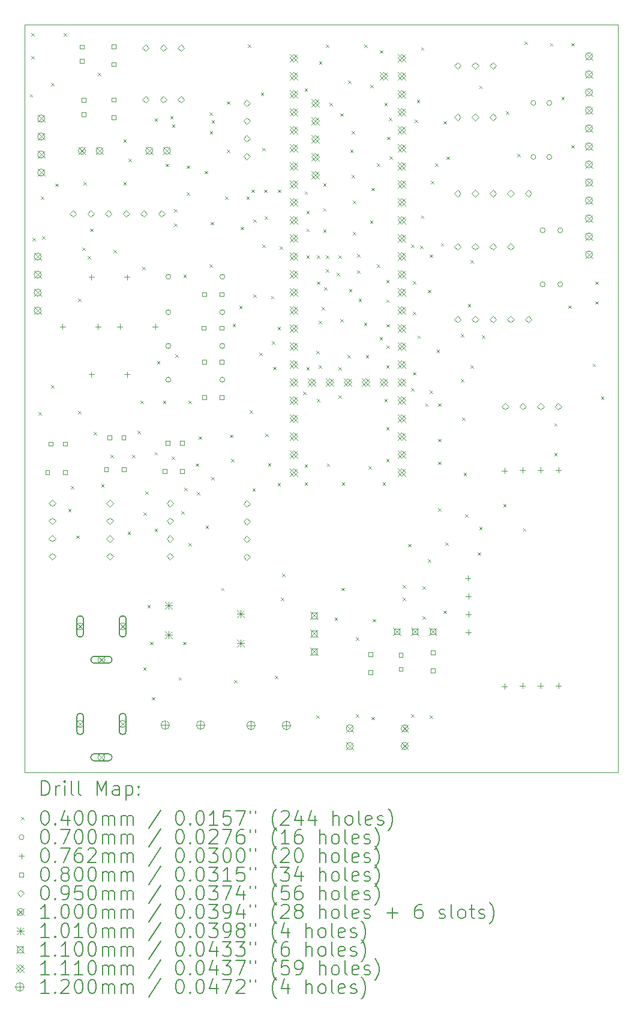
<source format=gbr>
%TF.GenerationSoftware,KiCad,Pcbnew,7.0.1*%
%TF.CreationDate,2023-04-14T18:42:06+02:00*%
%TF.ProjectId,AutkoPcb,4175746b-6f50-4636-922e-6b696361645f,rev?*%
%TF.SameCoordinates,Original*%
%TF.FileFunction,Drillmap*%
%TF.FilePolarity,Positive*%
%FSLAX45Y45*%
G04 Gerber Fmt 4.5, Leading zero omitted, Abs format (unit mm)*
G04 Created by KiCad (PCBNEW 7.0.1) date 2023-04-14 18:42:06*
%MOMM*%
%LPD*%
G01*
G04 APERTURE LIST*
%ADD10C,0.100000*%
%ADD11C,0.200000*%
%ADD12C,0.040000*%
%ADD13C,0.070000*%
%ADD14C,0.076200*%
%ADD15C,0.080000*%
%ADD16C,0.095000*%
%ADD17C,0.101000*%
%ADD18C,0.110000*%
%ADD19C,0.111000*%
%ADD20C,0.120000*%
G04 APERTURE END LIST*
D10*
X10463000Y-2420500D02*
X18838000Y-2420500D01*
X18838000Y-12965500D01*
X10463000Y-12965500D01*
X10463000Y-2420500D01*
D11*
D12*
X10540000Y-3400000D02*
X10580000Y-3440000D01*
X10580000Y-3400000D02*
X10540000Y-3440000D01*
X10560000Y-2540000D02*
X10600000Y-2580000D01*
X10600000Y-2540000D02*
X10560000Y-2580000D01*
X10560000Y-2860000D02*
X10600000Y-2900000D01*
X10600000Y-2860000D02*
X10560000Y-2900000D01*
X10580000Y-5430000D02*
X10620000Y-5470000D01*
X10620000Y-5430000D02*
X10580000Y-5470000D01*
X10660000Y-7880000D02*
X10700000Y-7920000D01*
X10700000Y-7880000D02*
X10660000Y-7920000D01*
X10695000Y-4842500D02*
X10735000Y-4882500D01*
X10735000Y-4842500D02*
X10695000Y-4882500D01*
X10715000Y-5402500D02*
X10755000Y-5442500D01*
X10755000Y-5402500D02*
X10715000Y-5442500D01*
X10840000Y-3240000D02*
X10880000Y-3280000D01*
X10880000Y-3240000D02*
X10840000Y-3280000D01*
X10840000Y-7500000D02*
X10880000Y-7540000D01*
X10880000Y-7500000D02*
X10840000Y-7540000D01*
X10900000Y-4660000D02*
X10940000Y-4700000D01*
X10940000Y-4660000D02*
X10900000Y-4700000D01*
X11020000Y-2540000D02*
X11060000Y-2580000D01*
X11060000Y-2540000D02*
X11020000Y-2580000D01*
X11080250Y-9246250D02*
X11120250Y-9286250D01*
X11120250Y-9246250D02*
X11080250Y-9286250D01*
X11120250Y-8926250D02*
X11160250Y-8966250D01*
X11160250Y-8926250D02*
X11120250Y-8966250D01*
X11196500Y-9622500D02*
X11236500Y-9662500D01*
X11236500Y-9622500D02*
X11196500Y-9662500D01*
X11220000Y-6280000D02*
X11260000Y-6320000D01*
X11260000Y-6280000D02*
X11220000Y-6320000D01*
X11220250Y-7866250D02*
X11260250Y-7906250D01*
X11260250Y-7866250D02*
X11220250Y-7906250D01*
X11280000Y-5560000D02*
X11320000Y-5600000D01*
X11320000Y-5560000D02*
X11280000Y-5600000D01*
X11300000Y-4640000D02*
X11340000Y-4680000D01*
X11340000Y-4640000D02*
X11300000Y-4680000D01*
X11355000Y-5682500D02*
X11395000Y-5722500D01*
X11395000Y-5682500D02*
X11355000Y-5722500D01*
X11393000Y-5295500D02*
X11433000Y-5335500D01*
X11433000Y-5295500D02*
X11393000Y-5335500D01*
X11440000Y-8160000D02*
X11480000Y-8200000D01*
X11480000Y-8160000D02*
X11440000Y-8200000D01*
X11500000Y-3100000D02*
X11540000Y-3140000D01*
X11540000Y-3100000D02*
X11500000Y-3140000D01*
X11546500Y-8897500D02*
X11586500Y-8937500D01*
X11586500Y-8897500D02*
X11546500Y-8937500D01*
X11680250Y-8486250D02*
X11720250Y-8526250D01*
X11720250Y-8486250D02*
X11680250Y-8526250D01*
X11718000Y-5595500D02*
X11758000Y-5635500D01*
X11758000Y-5595500D02*
X11718000Y-5635500D01*
X11860000Y-4040000D02*
X11900000Y-4080000D01*
X11900000Y-4040000D02*
X11860000Y-4080000D01*
X11860000Y-4640000D02*
X11900000Y-4680000D01*
X11900000Y-4640000D02*
X11860000Y-4680000D01*
X11920250Y-9566250D02*
X11960250Y-9606250D01*
X11960250Y-9566250D02*
X11920250Y-9606250D01*
X11930000Y-4307500D02*
X11970000Y-4347500D01*
X11970000Y-4307500D02*
X11930000Y-4347500D01*
X11980250Y-8486250D02*
X12020250Y-8526250D01*
X12020250Y-8486250D02*
X11980250Y-8526250D01*
X12060250Y-8146250D02*
X12100250Y-8186250D01*
X12100250Y-8146250D02*
X12060250Y-8186250D01*
X12100000Y-7720000D02*
X12140000Y-7760000D01*
X12140000Y-7720000D02*
X12100000Y-7760000D01*
X12125000Y-5832500D02*
X12165000Y-5872500D01*
X12165000Y-5832500D02*
X12125000Y-5872500D01*
X12140000Y-11480000D02*
X12180000Y-11520000D01*
X12180000Y-11480000D02*
X12140000Y-11520000D01*
X12146500Y-9297500D02*
X12186500Y-9337500D01*
X12186500Y-9297500D02*
X12146500Y-9337500D01*
X12171500Y-8997500D02*
X12211500Y-9037500D01*
X12211500Y-8997500D02*
X12171500Y-9037500D01*
X12200000Y-10600000D02*
X12240000Y-10640000D01*
X12240000Y-10600000D02*
X12200000Y-10640000D01*
X12240000Y-11120000D02*
X12280000Y-11160000D01*
X12280000Y-11120000D02*
X12240000Y-11160000D01*
X12260000Y-11900000D02*
X12300000Y-11940000D01*
X12300000Y-11900000D02*
X12260000Y-11940000D01*
X12300000Y-3740000D02*
X12340000Y-3780000D01*
X12340000Y-3740000D02*
X12300000Y-3780000D01*
X12300250Y-8446250D02*
X12340250Y-8486250D01*
X12340250Y-8446250D02*
X12300250Y-8486250D01*
X12300250Y-9526250D02*
X12340250Y-9566250D01*
X12340250Y-9526250D02*
X12300250Y-9566250D01*
X12335000Y-7162500D02*
X12375000Y-7202500D01*
X12375000Y-7162500D02*
X12335000Y-7202500D01*
X12420000Y-7720000D02*
X12460000Y-7760000D01*
X12460000Y-7720000D02*
X12420000Y-7760000D01*
X12455000Y-4382500D02*
X12495000Y-4422500D01*
X12495000Y-4382500D02*
X12455000Y-4422500D01*
X12520000Y-3710000D02*
X12560000Y-3750000D01*
X12560000Y-3710000D02*
X12520000Y-3750000D01*
X12540250Y-8506250D02*
X12580250Y-8546250D01*
X12580250Y-8506250D02*
X12540250Y-8546250D01*
X12545000Y-3825000D02*
X12585000Y-3865000D01*
X12585000Y-3825000D02*
X12545000Y-3865000D01*
X12575000Y-5022500D02*
X12615000Y-5062500D01*
X12615000Y-5022500D02*
X12575000Y-5062500D01*
X12575000Y-5222500D02*
X12615000Y-5262500D01*
X12615000Y-5222500D02*
X12575000Y-5262500D01*
X12592500Y-7067500D02*
X12632500Y-7107500D01*
X12632500Y-7067500D02*
X12592500Y-7107500D01*
X12640000Y-11620000D02*
X12680000Y-11660000D01*
X12680000Y-11620000D02*
X12640000Y-11660000D01*
X12680000Y-9280000D02*
X12720000Y-9320000D01*
X12720000Y-9280000D02*
X12680000Y-9320000D01*
X12700000Y-11120000D02*
X12740000Y-11160000D01*
X12740000Y-11120000D02*
X12700000Y-11160000D01*
X12707500Y-5945000D02*
X12747500Y-5985000D01*
X12747500Y-5945000D02*
X12707500Y-5985000D01*
X12721500Y-8947500D02*
X12761500Y-8987500D01*
X12761500Y-8947500D02*
X12721500Y-8987500D01*
X12755000Y-4407500D02*
X12795000Y-4447500D01*
X12795000Y-4407500D02*
X12755000Y-4447500D01*
X12755000Y-4782500D02*
X12795000Y-4822500D01*
X12795000Y-4782500D02*
X12755000Y-4822500D01*
X12780000Y-7720000D02*
X12820000Y-7760000D01*
X12820000Y-7720000D02*
X12780000Y-7760000D01*
X12780250Y-9726250D02*
X12820250Y-9766250D01*
X12820250Y-9726250D02*
X12780250Y-9766250D01*
X12880250Y-8606250D02*
X12920250Y-8646250D01*
X12920250Y-8606250D02*
X12880250Y-8646250D01*
X12900250Y-9006250D02*
X12940250Y-9046250D01*
X12940250Y-9006250D02*
X12900250Y-9046250D01*
X12920250Y-8226250D02*
X12960250Y-8266250D01*
X12960250Y-8226250D02*
X12920250Y-8266250D01*
X13005000Y-4482500D02*
X13045000Y-4522500D01*
X13045000Y-4482500D02*
X13005000Y-4522500D01*
X13020000Y-9480000D02*
X13060000Y-9520000D01*
X13060000Y-9480000D02*
X13020000Y-9520000D01*
X13075000Y-5802500D02*
X13115000Y-5842500D01*
X13115000Y-5802500D02*
X13075000Y-5842500D01*
X13075050Y-3660000D02*
X13115050Y-3700000D01*
X13115050Y-3660000D02*
X13075050Y-3700000D01*
X13080000Y-3920000D02*
X13120000Y-3960000D01*
X13120000Y-3920000D02*
X13080000Y-3960000D01*
X13095000Y-5202500D02*
X13135000Y-5242500D01*
X13135000Y-5202500D02*
X13095000Y-5242500D01*
X13100000Y-8800000D02*
X13140000Y-8840000D01*
X13140000Y-8800000D02*
X13100000Y-8840000D01*
X13105000Y-3765000D02*
X13145000Y-3805000D01*
X13145000Y-3765000D02*
X13105000Y-3805000D01*
X13240000Y-10360000D02*
X13280000Y-10400000D01*
X13280000Y-10360000D02*
X13240000Y-10400000D01*
X13295000Y-4842500D02*
X13335000Y-4882500D01*
X13335000Y-4842500D02*
X13295000Y-4882500D01*
X13320000Y-3500000D02*
X13360000Y-3540000D01*
X13360000Y-3500000D02*
X13320000Y-3540000D01*
X13320000Y-4180000D02*
X13360000Y-4220000D01*
X13360000Y-4180000D02*
X13320000Y-4220000D01*
X13360000Y-8200000D02*
X13400000Y-8240000D01*
X13400000Y-8200000D02*
X13360000Y-8240000D01*
X13380000Y-8540000D02*
X13420000Y-8580000D01*
X13420000Y-8540000D02*
X13380000Y-8580000D01*
X13400000Y-6640000D02*
X13440000Y-6680000D01*
X13440000Y-6640000D02*
X13400000Y-6680000D01*
X13420000Y-11660000D02*
X13460000Y-11700000D01*
X13460000Y-11660000D02*
X13420000Y-11700000D01*
X13495000Y-6382500D02*
X13535000Y-6422500D01*
X13535000Y-6382500D02*
X13495000Y-6422500D01*
X13518000Y-5270500D02*
X13558000Y-5310500D01*
X13558000Y-5270500D02*
X13518000Y-5310500D01*
X13595000Y-4842500D02*
X13635000Y-4882500D01*
X13635000Y-4842500D02*
X13595000Y-4882500D01*
X13620000Y-2700000D02*
X13660000Y-2740000D01*
X13660000Y-2700000D02*
X13620000Y-2740000D01*
X13640000Y-7860000D02*
X13680000Y-7900000D01*
X13680000Y-7860000D02*
X13640000Y-7900000D01*
X13668000Y-4745500D02*
X13708000Y-4785500D01*
X13708000Y-4745500D02*
X13668000Y-4785500D01*
X13680000Y-8960000D02*
X13720000Y-9000000D01*
X13720000Y-8960000D02*
X13680000Y-9000000D01*
X13695000Y-5162500D02*
X13735000Y-5202500D01*
X13735000Y-5162500D02*
X13695000Y-5202500D01*
X13695000Y-6222500D02*
X13735000Y-6262500D01*
X13735000Y-6222500D02*
X13695000Y-6262500D01*
X13775000Y-7042500D02*
X13815000Y-7082500D01*
X13815000Y-7042500D02*
X13775000Y-7082500D01*
X13800000Y-3380000D02*
X13840000Y-3420000D01*
X13840000Y-3380000D02*
X13800000Y-3420000D01*
X13820000Y-4160000D02*
X13860000Y-4200000D01*
X13860000Y-4160000D02*
X13820000Y-4200000D01*
X13820000Y-5520000D02*
X13860000Y-5560000D01*
X13860000Y-5520000D02*
X13820000Y-5560000D01*
X13843000Y-4745500D02*
X13883000Y-4785500D01*
X13883000Y-4745500D02*
X13843000Y-4785500D01*
X13855000Y-5122500D02*
X13895000Y-5162500D01*
X13895000Y-5122500D02*
X13855000Y-5162500D01*
X13860000Y-8190000D02*
X13900000Y-8230000D01*
X13900000Y-8190000D02*
X13860000Y-8230000D01*
X13900000Y-8600000D02*
X13940000Y-8640000D01*
X13940000Y-8600000D02*
X13900000Y-8640000D01*
X13943000Y-6245500D02*
X13983000Y-6285500D01*
X13983000Y-6245500D02*
X13943000Y-6285500D01*
X13955000Y-6882500D02*
X13995000Y-6922500D01*
X13995000Y-6882500D02*
X13955000Y-6922500D01*
X13975000Y-7242500D02*
X14015000Y-7282500D01*
X14015000Y-7242500D02*
X13975000Y-7282500D01*
X14000000Y-11600000D02*
X14040000Y-11640000D01*
X14040000Y-11600000D02*
X14000000Y-11640000D01*
X14035000Y-6682500D02*
X14075000Y-6722500D01*
X14075000Y-6682500D02*
X14035000Y-6722500D01*
X14035000Y-8882500D02*
X14075000Y-8922500D01*
X14075000Y-8882500D02*
X14035000Y-8922500D01*
X14043000Y-4745500D02*
X14083000Y-4785500D01*
X14083000Y-4745500D02*
X14043000Y-4785500D01*
X14068000Y-5545500D02*
X14108000Y-5585500D01*
X14108000Y-5545500D02*
X14068000Y-5585500D01*
X14080000Y-10500000D02*
X14120000Y-10540000D01*
X14120000Y-10500000D02*
X14080000Y-10540000D01*
X14100000Y-10160000D02*
X14140000Y-10200000D01*
X14140000Y-10160000D02*
X14100000Y-10200000D01*
X14393000Y-7595500D02*
X14433000Y-7635500D01*
X14433000Y-7595500D02*
X14393000Y-7635500D01*
X14418000Y-3320500D02*
X14458000Y-3360500D01*
X14458000Y-3320500D02*
X14418000Y-3360500D01*
X14418000Y-4770500D02*
X14458000Y-4810500D01*
X14458000Y-4770500D02*
X14418000Y-4810500D01*
X14418000Y-8620500D02*
X14458000Y-8660500D01*
X14458000Y-8620500D02*
X14418000Y-8660500D01*
X14418000Y-8870500D02*
X14458000Y-8910500D01*
X14458000Y-8870500D02*
X14418000Y-8910500D01*
X14443000Y-5045500D02*
X14483000Y-5085500D01*
X14483000Y-5045500D02*
X14443000Y-5085500D01*
X14443000Y-5295500D02*
X14483000Y-5335500D01*
X14483000Y-5295500D02*
X14443000Y-5335500D01*
X14443000Y-5670500D02*
X14483000Y-5710500D01*
X14483000Y-5670500D02*
X14443000Y-5710500D01*
X14443000Y-7245500D02*
X14483000Y-7285500D01*
X14483000Y-7245500D02*
X14443000Y-7285500D01*
X14580000Y-7020000D02*
X14620000Y-7060000D01*
X14620000Y-7020000D02*
X14580000Y-7060000D01*
X14580000Y-12160000D02*
X14620000Y-12200000D01*
X14620000Y-12160000D02*
X14580000Y-12200000D01*
X14593000Y-5670500D02*
X14633000Y-5710500D01*
X14633000Y-5670500D02*
X14593000Y-5710500D01*
X14593000Y-6040000D02*
X14633000Y-6080000D01*
X14633000Y-6040000D02*
X14593000Y-6080000D01*
X14593000Y-7695500D02*
X14633000Y-7735500D01*
X14633000Y-7695500D02*
X14593000Y-7735500D01*
X14618000Y-6595500D02*
X14658000Y-6635500D01*
X14658000Y-6595500D02*
X14618000Y-6635500D01*
X14618000Y-7220500D02*
X14658000Y-7260500D01*
X14658000Y-7220500D02*
X14618000Y-7260500D01*
X14620000Y-2940000D02*
X14660000Y-2980000D01*
X14660000Y-2940000D02*
X14620000Y-2980000D01*
X14660000Y-6400000D02*
X14700000Y-6440000D01*
X14700000Y-6400000D02*
X14660000Y-6440000D01*
X14680000Y-4657500D02*
X14720000Y-4697500D01*
X14720000Y-4657500D02*
X14680000Y-4697500D01*
X14680000Y-5007500D02*
X14720000Y-5047500D01*
X14720000Y-5007500D02*
X14680000Y-5047500D01*
X14680000Y-5307500D02*
X14720000Y-5347500D01*
X14720000Y-5307500D02*
X14680000Y-5347500D01*
X14693000Y-6120500D02*
X14733000Y-6160500D01*
X14733000Y-6120500D02*
X14693000Y-6160500D01*
X14718000Y-5670500D02*
X14758000Y-5710500D01*
X14758000Y-5670500D02*
X14718000Y-5710500D01*
X14718000Y-5870500D02*
X14758000Y-5910500D01*
X14758000Y-5870500D02*
X14718000Y-5910500D01*
X14720000Y-2700000D02*
X14760000Y-2740000D01*
X14760000Y-2700000D02*
X14720000Y-2740000D01*
X14730000Y-8607500D02*
X14770000Y-8647500D01*
X14770000Y-8607500D02*
X14730000Y-8647500D01*
X14768000Y-3520500D02*
X14808000Y-3560500D01*
X14808000Y-3520500D02*
X14768000Y-3560500D01*
X14840000Y-10780000D02*
X14880000Y-10820000D01*
X14880000Y-10780000D02*
X14840000Y-10820000D01*
X14868000Y-5920500D02*
X14908000Y-5960500D01*
X14908000Y-5920500D02*
X14868000Y-5960500D01*
X14893000Y-5670500D02*
X14933000Y-5710500D01*
X14933000Y-5670500D02*
X14893000Y-5710500D01*
X14893000Y-7245500D02*
X14933000Y-7285500D01*
X14933000Y-7245500D02*
X14893000Y-7285500D01*
X14893000Y-7645500D02*
X14933000Y-7685500D01*
X14933000Y-7645500D02*
X14893000Y-7685500D01*
X14918000Y-3670500D02*
X14958000Y-3710500D01*
X14958000Y-3670500D02*
X14918000Y-3710500D01*
X14918000Y-6570500D02*
X14958000Y-6610500D01*
X14958000Y-6570500D02*
X14918000Y-6610500D01*
X14940000Y-10360000D02*
X14980000Y-10400000D01*
X14980000Y-10360000D02*
X14940000Y-10400000D01*
X14943000Y-8870500D02*
X14983000Y-8910500D01*
X14983000Y-8870500D02*
X14943000Y-8910500D01*
X15020000Y-7080000D02*
X15060000Y-7120000D01*
X15060000Y-7080000D02*
X15020000Y-7120000D01*
X15030000Y-3207500D02*
X15070000Y-3247500D01*
X15070000Y-3207500D02*
X15030000Y-3247500D01*
X15043000Y-6145500D02*
X15083000Y-6185500D01*
X15083000Y-6145500D02*
X15043000Y-6185500D01*
X15060000Y-4180000D02*
X15100000Y-4220000D01*
X15100000Y-4180000D02*
X15060000Y-4220000D01*
X15080000Y-3920000D02*
X15120000Y-3960000D01*
X15120000Y-3920000D02*
X15080000Y-3960000D01*
X15080000Y-4540000D02*
X15120000Y-4580000D01*
X15120000Y-4540000D02*
X15080000Y-4580000D01*
X15100000Y-4900000D02*
X15140000Y-4940000D01*
X15140000Y-4900000D02*
X15100000Y-4940000D01*
X15100000Y-5340000D02*
X15140000Y-5380000D01*
X15140000Y-5340000D02*
X15100000Y-5380000D01*
X15140000Y-11060000D02*
X15180000Y-11100000D01*
X15180000Y-11060000D02*
X15140000Y-11100000D01*
X15140000Y-12140000D02*
X15180000Y-12180000D01*
X15180000Y-12140000D02*
X15140000Y-12180000D01*
X15155000Y-5657500D02*
X15195000Y-5697500D01*
X15195000Y-5657500D02*
X15155000Y-5697500D01*
X15155000Y-5882500D02*
X15195000Y-5922500D01*
X15195000Y-5882500D02*
X15155000Y-5922500D01*
X15180000Y-6280000D02*
X15220000Y-6320000D01*
X15220000Y-6280000D02*
X15180000Y-6320000D01*
X15255000Y-6622500D02*
X15295000Y-6662500D01*
X15295000Y-6622500D02*
X15255000Y-6662500D01*
X15260000Y-2700000D02*
X15300000Y-2740000D01*
X15300000Y-2700000D02*
X15260000Y-2740000D01*
X15280000Y-7080000D02*
X15320000Y-7120000D01*
X15320000Y-7080000D02*
X15280000Y-7120000D01*
X15318000Y-8645500D02*
X15358000Y-8685500D01*
X15358000Y-8645500D02*
X15318000Y-8685500D01*
X15340000Y-5180000D02*
X15380000Y-5220000D01*
X15380000Y-5180000D02*
X15340000Y-5220000D01*
X15343000Y-3270500D02*
X15383000Y-3310500D01*
X15383000Y-3270500D02*
X15343000Y-3310500D01*
X15360000Y-4720000D02*
X15400000Y-4760000D01*
X15400000Y-4720000D02*
X15360000Y-4760000D01*
X15360000Y-12180000D02*
X15400000Y-12220000D01*
X15400000Y-12180000D02*
X15360000Y-12220000D01*
X15380000Y-10800000D02*
X15420000Y-10840000D01*
X15420000Y-10800000D02*
X15380000Y-10840000D01*
X15440000Y-4380000D02*
X15480000Y-4420000D01*
X15480000Y-4380000D02*
X15440000Y-4420000D01*
X15440000Y-5800000D02*
X15480000Y-5840000D01*
X15480000Y-5800000D02*
X15440000Y-5840000D01*
X15475000Y-6822500D02*
X15515000Y-6862500D01*
X15515000Y-6822500D02*
X15475000Y-6862500D01*
X15480000Y-2782500D02*
X15520000Y-2822500D01*
X15520000Y-2782500D02*
X15480000Y-2822500D01*
X15518000Y-8870500D02*
X15558000Y-8910500D01*
X15558000Y-8870500D02*
X15518000Y-8910500D01*
X15543000Y-3520500D02*
X15583000Y-3560500D01*
X15583000Y-3520500D02*
X15543000Y-3560500D01*
X15543000Y-7695500D02*
X15583000Y-7735500D01*
X15583000Y-7695500D02*
X15543000Y-7735500D01*
X15568000Y-6020500D02*
X15608000Y-6060500D01*
X15608000Y-6020500D02*
X15568000Y-6060500D01*
X15568000Y-6295500D02*
X15608000Y-6335500D01*
X15608000Y-6295500D02*
X15568000Y-6335500D01*
X15568000Y-7220500D02*
X15608000Y-7260500D01*
X15608000Y-7220500D02*
X15568000Y-7260500D01*
X15568000Y-8095500D02*
X15608000Y-8135500D01*
X15608000Y-8095500D02*
X15568000Y-8135500D01*
X15568000Y-8545500D02*
X15608000Y-8585500D01*
X15608000Y-8545500D02*
X15568000Y-8585500D01*
X15575000Y-6642500D02*
X15615000Y-6682500D01*
X15615000Y-6642500D02*
X15575000Y-6682500D01*
X15575000Y-6942500D02*
X15615000Y-6982500D01*
X15615000Y-6942500D02*
X15575000Y-6982500D01*
X15580000Y-4000000D02*
X15620000Y-4040000D01*
X15620000Y-4000000D02*
X15580000Y-4040000D01*
X15605000Y-3732500D02*
X15645000Y-3772500D01*
X15645000Y-3732500D02*
X15605000Y-3772500D01*
X15615000Y-4275000D02*
X15655000Y-4315000D01*
X15655000Y-4275000D02*
X15615000Y-4315000D01*
X15800000Y-10320000D02*
X15840000Y-10360000D01*
X15840000Y-10320000D02*
X15800000Y-10360000D01*
X15800000Y-10500000D02*
X15840000Y-10540000D01*
X15840000Y-10500000D02*
X15800000Y-10540000D01*
X15880000Y-9740000D02*
X15920000Y-9780000D01*
X15920000Y-9740000D02*
X15880000Y-9780000D01*
X15918000Y-7545500D02*
X15958000Y-7585500D01*
X15958000Y-7545500D02*
X15918000Y-7585500D01*
X15920000Y-5520000D02*
X15960000Y-5560000D01*
X15960000Y-5520000D02*
X15920000Y-5560000D01*
X15920000Y-12140000D02*
X15960000Y-12180000D01*
X15960000Y-12140000D02*
X15920000Y-12180000D01*
X15943000Y-6470500D02*
X15983000Y-6510500D01*
X15983000Y-6470500D02*
X15943000Y-6510500D01*
X15943000Y-7320500D02*
X15983000Y-7360500D01*
X15983000Y-7320500D02*
X15943000Y-7360500D01*
X15945000Y-6035000D02*
X15985000Y-6075000D01*
X15985000Y-6035000D02*
X15945000Y-6075000D01*
X15970000Y-3760000D02*
X16010000Y-3800000D01*
X16010000Y-3760000D02*
X15970000Y-3800000D01*
X16000000Y-3480000D02*
X16040000Y-3520000D01*
X16040000Y-3480000D02*
X16000000Y-3520000D01*
X16007998Y-6802998D02*
X16047998Y-6842998D01*
X16047998Y-6802998D02*
X16007998Y-6842998D01*
X16050000Y-5540000D02*
X16090000Y-5580000D01*
X16090000Y-5540000D02*
X16050000Y-5580000D01*
X16060000Y-2740000D02*
X16100000Y-2780000D01*
X16100000Y-2740000D02*
X16060000Y-2780000D01*
X16060000Y-5110000D02*
X16100000Y-5150000D01*
X16100000Y-5110000D02*
X16060000Y-5150000D01*
X16080000Y-10340000D02*
X16120000Y-10380000D01*
X16120000Y-10340000D02*
X16080000Y-10380000D01*
X16080000Y-10760000D02*
X16120000Y-10800000D01*
X16120000Y-10760000D02*
X16080000Y-10800000D01*
X16120000Y-7760000D02*
X16160000Y-7800000D01*
X16160000Y-7760000D02*
X16120000Y-7800000D01*
X16160000Y-6160000D02*
X16200000Y-6200000D01*
X16200000Y-6160000D02*
X16160000Y-6200000D01*
X16160000Y-9960000D02*
X16200000Y-10000000D01*
X16200000Y-9960000D02*
X16160000Y-10000000D01*
X16180000Y-5660000D02*
X16220000Y-5700000D01*
X16220000Y-5660000D02*
X16180000Y-5700000D01*
X16180000Y-7580000D02*
X16220000Y-7620000D01*
X16220000Y-7580000D02*
X16180000Y-7620000D01*
X16180000Y-12160000D02*
X16220000Y-12200000D01*
X16220000Y-12160000D02*
X16180000Y-12200000D01*
X16200000Y-4620000D02*
X16240000Y-4660000D01*
X16240000Y-4620000D02*
X16200000Y-4660000D01*
X16260000Y-4380000D02*
X16300000Y-4420000D01*
X16300000Y-4380000D02*
X16260000Y-4420000D01*
X16280000Y-7000000D02*
X16320000Y-7040000D01*
X16320000Y-7000000D02*
X16280000Y-7040000D01*
X16300000Y-7760000D02*
X16340000Y-7800000D01*
X16340000Y-7760000D02*
X16300000Y-7800000D01*
X16300000Y-8260000D02*
X16340000Y-8300000D01*
X16340000Y-8260000D02*
X16300000Y-8300000D01*
X16300000Y-8580000D02*
X16340000Y-8620000D01*
X16340000Y-8580000D02*
X16300000Y-8620000D01*
X16300000Y-9240000D02*
X16340000Y-9280000D01*
X16340000Y-9240000D02*
X16300000Y-9280000D01*
X16340000Y-5500000D02*
X16380000Y-5540000D01*
X16380000Y-5500000D02*
X16340000Y-5540000D01*
X16380000Y-3780000D02*
X16420000Y-3820000D01*
X16420000Y-3780000D02*
X16380000Y-3820000D01*
X16380000Y-10680000D02*
X16420000Y-10720000D01*
X16420000Y-10680000D02*
X16380000Y-10720000D01*
X16400000Y-9720000D02*
X16440000Y-9760000D01*
X16440000Y-9720000D02*
X16400000Y-9760000D01*
X16420000Y-4280000D02*
X16460000Y-4320000D01*
X16460000Y-4280000D02*
X16420000Y-4320000D01*
X16620000Y-6780000D02*
X16660000Y-6820000D01*
X16660000Y-6780000D02*
X16620000Y-6820000D01*
X16620000Y-7420000D02*
X16660000Y-7460000D01*
X16660000Y-7420000D02*
X16620000Y-7460000D01*
X16640000Y-7960000D02*
X16680000Y-8000000D01*
X16680000Y-7960000D02*
X16640000Y-8000000D01*
X16660000Y-8740000D02*
X16700000Y-8780000D01*
X16700000Y-8740000D02*
X16660000Y-8780000D01*
X16680000Y-9320000D02*
X16720000Y-9360000D01*
X16720000Y-9320000D02*
X16680000Y-9360000D01*
X16720000Y-6360000D02*
X16760000Y-6400000D01*
X16760000Y-6360000D02*
X16720000Y-6400000D01*
X16760000Y-5740000D02*
X16800000Y-5780000D01*
X16800000Y-5740000D02*
X16760000Y-5780000D01*
X16760000Y-7220000D02*
X16800000Y-7260000D01*
X16800000Y-7220000D02*
X16760000Y-7260000D01*
X16860000Y-9860000D02*
X16900000Y-9900000D01*
X16900000Y-9860000D02*
X16860000Y-9900000D01*
X16880000Y-3280000D02*
X16920000Y-3320000D01*
X16920000Y-3280000D02*
X16880000Y-3320000D01*
X16880000Y-9500000D02*
X16920000Y-9540000D01*
X16920000Y-9500000D02*
X16880000Y-9540000D01*
X16920000Y-6800000D02*
X16960000Y-6840000D01*
X16960000Y-6800000D02*
X16920000Y-6840000D01*
X17220000Y-9180000D02*
X17260000Y-9220000D01*
X17260000Y-9180000D02*
X17220000Y-9220000D01*
X17260000Y-3640000D02*
X17300000Y-3680000D01*
X17300000Y-3640000D02*
X17260000Y-3680000D01*
X17420000Y-4240000D02*
X17460000Y-4280000D01*
X17460000Y-4240000D02*
X17420000Y-4280000D01*
X17500000Y-9520000D02*
X17540000Y-9560000D01*
X17540000Y-9520000D02*
X17500000Y-9560000D01*
X17520000Y-2660000D02*
X17560000Y-2700000D01*
X17560000Y-2660000D02*
X17520000Y-2700000D01*
X17880000Y-2680000D02*
X17920000Y-2720000D01*
X17920000Y-2680000D02*
X17880000Y-2720000D01*
X17940000Y-8040000D02*
X17980000Y-8080000D01*
X17980000Y-8040000D02*
X17940000Y-8080000D01*
X17940000Y-8460000D02*
X17980000Y-8500000D01*
X17980000Y-8460000D02*
X17940000Y-8500000D01*
X18040000Y-3440000D02*
X18080000Y-3480000D01*
X18080000Y-3440000D02*
X18040000Y-3480000D01*
X18140000Y-6380000D02*
X18180000Y-6420000D01*
X18180000Y-6380000D02*
X18140000Y-6420000D01*
X18180000Y-2680000D02*
X18220000Y-2720000D01*
X18220000Y-2680000D02*
X18180000Y-2720000D01*
X18180000Y-4120000D02*
X18220000Y-4160000D01*
X18220000Y-4120000D02*
X18180000Y-4160000D01*
X18480000Y-7200000D02*
X18520000Y-7240000D01*
X18520000Y-7200000D02*
X18480000Y-7240000D01*
X18520000Y-6040000D02*
X18560000Y-6080000D01*
X18560000Y-6040000D02*
X18520000Y-6080000D01*
X18520000Y-6320000D02*
X18560000Y-6360000D01*
X18560000Y-6320000D02*
X18520000Y-6360000D01*
X18600000Y-7660000D02*
X18640000Y-7700000D01*
X18640000Y-7660000D02*
X18600000Y-7700000D01*
D13*
X12529000Y-5975000D02*
G75*
G03*
X12529000Y-5975000I-35000J0D01*
G01*
X12529000Y-6475000D02*
G75*
G03*
X12529000Y-6475000I-35000J0D01*
G01*
X12529000Y-6950000D02*
G75*
G03*
X12529000Y-6950000I-35000J0D01*
G01*
X12529000Y-7425000D02*
G75*
G03*
X12529000Y-7425000I-35000J0D01*
G01*
X13291000Y-5975000D02*
G75*
G03*
X13291000Y-5975000I-35000J0D01*
G01*
X13291000Y-6475000D02*
G75*
G03*
X13291000Y-6475000I-35000J0D01*
G01*
X13291000Y-6950000D02*
G75*
G03*
X13291000Y-6950000I-35000J0D01*
G01*
X13291000Y-7425000D02*
G75*
G03*
X13291000Y-7425000I-35000J0D01*
G01*
X17680000Y-3524000D02*
G75*
G03*
X17680000Y-3524000I-35000J0D01*
G01*
X17680000Y-4286000D02*
G75*
G03*
X17680000Y-4286000I-35000J0D01*
G01*
X17810000Y-5319000D02*
G75*
G03*
X17810000Y-5319000I-35000J0D01*
G01*
X17810000Y-6081000D02*
G75*
G03*
X17810000Y-6081000I-35000J0D01*
G01*
X17905000Y-3524000D02*
G75*
G03*
X17905000Y-3524000I-35000J0D01*
G01*
X17905000Y-4286000D02*
G75*
G03*
X17905000Y-4286000I-35000J0D01*
G01*
X18060000Y-5319000D02*
G75*
G03*
X18060000Y-5319000I-35000J0D01*
G01*
X18060000Y-6081000D02*
G75*
G03*
X18060000Y-6081000I-35000J0D01*
G01*
D14*
X11000000Y-6636900D02*
X11000000Y-6713100D01*
X10961900Y-6675000D02*
X11038100Y-6675000D01*
X11410000Y-5941900D02*
X11410000Y-6018100D01*
X11371900Y-5980000D02*
X11448100Y-5980000D01*
X11410000Y-7311900D02*
X11410000Y-7388100D01*
X11371900Y-7350000D02*
X11448100Y-7350000D01*
X11500000Y-6636900D02*
X11500000Y-6713100D01*
X11461900Y-6675000D02*
X11538100Y-6675000D01*
X11810000Y-6636900D02*
X11810000Y-6713100D01*
X11771900Y-6675000D02*
X11848100Y-6675000D01*
X11910000Y-5941900D02*
X11910000Y-6018100D01*
X11871900Y-5980000D02*
X11948100Y-5980000D01*
X11910000Y-7311900D02*
X11910000Y-7388100D01*
X11871900Y-7350000D02*
X11948100Y-7350000D01*
X12310000Y-6636900D02*
X12310000Y-6713100D01*
X12271900Y-6675000D02*
X12348100Y-6675000D01*
X16721000Y-10185900D02*
X16721000Y-10262100D01*
X16682900Y-10224000D02*
X16759100Y-10224000D01*
X16729000Y-10693900D02*
X16729000Y-10770100D01*
X16690900Y-10732000D02*
X16767100Y-10732000D01*
X16729000Y-10947900D02*
X16729000Y-11024100D01*
X16690900Y-10986000D02*
X16767100Y-10986000D01*
X16729460Y-10439900D02*
X16729460Y-10516100D01*
X16691360Y-10478000D02*
X16767560Y-10478000D01*
X17238000Y-8669900D02*
X17238000Y-8746100D01*
X17199900Y-8708000D02*
X17276100Y-8708000D01*
X17238460Y-11709700D02*
X17238460Y-11785900D01*
X17200360Y-11747800D02*
X17276560Y-11747800D01*
X17492000Y-8661900D02*
X17492000Y-8738100D01*
X17453900Y-8700000D02*
X17530100Y-8700000D01*
X17492460Y-11701700D02*
X17492460Y-11777900D01*
X17454360Y-11739800D02*
X17530560Y-11739800D01*
X17746000Y-8661900D02*
X17746000Y-8738100D01*
X17707900Y-8700000D02*
X17784100Y-8700000D01*
X17746460Y-11701700D02*
X17746460Y-11777900D01*
X17708360Y-11739800D02*
X17784560Y-11739800D01*
X18000000Y-8661900D02*
X18000000Y-8738100D01*
X17961900Y-8700000D02*
X18038100Y-8700000D01*
X18000460Y-11701700D02*
X18000460Y-11777900D01*
X17962360Y-11739800D02*
X18038560Y-11739800D01*
D15*
X10815296Y-8758785D02*
X10815296Y-8702216D01*
X10758727Y-8702216D01*
X10758727Y-8758785D01*
X10815296Y-8758785D01*
X10865296Y-8358784D02*
X10865296Y-8302215D01*
X10808727Y-8302215D01*
X10808727Y-8358784D01*
X10865296Y-8358784D01*
X11065296Y-8358784D02*
X11065296Y-8302215D01*
X11008727Y-8302215D01*
X11008727Y-8358784D01*
X11065296Y-8358784D01*
X11065296Y-8758785D02*
X11065296Y-8702216D01*
X11008727Y-8702216D01*
X11008727Y-8758785D01*
X11065296Y-8758785D01*
X11303284Y-2762773D02*
X11303284Y-2706204D01*
X11246715Y-2706204D01*
X11246715Y-2762773D01*
X11303284Y-2762773D01*
X11303284Y-2962773D02*
X11303284Y-2906204D01*
X11246715Y-2906204D01*
X11246715Y-2962773D01*
X11303284Y-2962773D01*
X11328284Y-3512773D02*
X11328284Y-3456204D01*
X11271715Y-3456204D01*
X11271715Y-3512773D01*
X11328284Y-3512773D01*
X11328284Y-3712773D02*
X11328284Y-3656204D01*
X11271715Y-3656204D01*
X11271715Y-3712773D01*
X11328284Y-3712773D01*
X11644784Y-8720785D02*
X11644784Y-8664216D01*
X11588215Y-8664216D01*
X11588215Y-8720785D01*
X11644784Y-8720785D01*
X11690296Y-8270784D02*
X11690296Y-8214215D01*
X11633727Y-8214215D01*
X11633727Y-8270784D01*
X11690296Y-8270784D01*
X11753284Y-2758285D02*
X11753284Y-2701716D01*
X11696715Y-2701716D01*
X11696715Y-2758285D01*
X11753284Y-2758285D01*
X11753284Y-3008284D02*
X11753284Y-2951715D01*
X11696715Y-2951715D01*
X11696715Y-3008284D01*
X11753284Y-3008284D01*
X11753284Y-3508284D02*
X11753284Y-3451715D01*
X11696715Y-3451715D01*
X11696715Y-3508284D01*
X11753284Y-3508284D01*
X11753284Y-3758284D02*
X11753284Y-3701715D01*
X11696715Y-3701715D01*
X11696715Y-3758284D01*
X11753284Y-3758284D01*
X11890296Y-8270784D02*
X11890296Y-8214215D01*
X11833727Y-8214215D01*
X11833727Y-8270784D01*
X11890296Y-8270784D01*
X11894784Y-8720785D02*
X11894784Y-8664216D01*
X11838215Y-8664216D01*
X11838215Y-8720785D01*
X11894784Y-8720785D01*
X12469784Y-8745785D02*
X12469784Y-8689216D01*
X12413215Y-8689216D01*
X12413215Y-8745785D01*
X12469784Y-8745785D01*
X12515296Y-8345784D02*
X12515296Y-8289215D01*
X12458727Y-8289215D01*
X12458727Y-8345784D01*
X12515296Y-8345784D01*
X12715296Y-8345784D02*
X12715296Y-8289215D01*
X12658727Y-8289215D01*
X12658727Y-8345784D01*
X12715296Y-8345784D01*
X12719784Y-8745785D02*
X12719784Y-8689216D01*
X12663215Y-8689216D01*
X12663215Y-8745785D01*
X12719784Y-8745785D01*
X13023284Y-6725784D02*
X13023284Y-6669215D01*
X12966715Y-6669215D01*
X12966715Y-6725784D01*
X13023284Y-6725784D01*
X13028284Y-6250784D02*
X13028284Y-6194215D01*
X12971715Y-6194215D01*
X12971715Y-6250784D01*
X13028284Y-6250784D01*
X13028284Y-7203284D02*
X13028284Y-7146715D01*
X12971715Y-7146715D01*
X12971715Y-7203284D01*
X13028284Y-7203284D01*
X13028284Y-7703284D02*
X13028284Y-7646715D01*
X12971715Y-7646715D01*
X12971715Y-7703284D01*
X13028284Y-7703284D01*
X13273284Y-6725784D02*
X13273284Y-6669215D01*
X13216715Y-6669215D01*
X13216715Y-6725784D01*
X13273284Y-6725784D01*
X13278284Y-6250784D02*
X13278284Y-6194215D01*
X13221715Y-6194215D01*
X13221715Y-6250784D01*
X13278284Y-6250784D01*
X13278284Y-7203284D02*
X13278284Y-7146715D01*
X13221715Y-7146715D01*
X13221715Y-7203284D01*
X13278284Y-7203284D01*
X13278284Y-7703284D02*
X13278284Y-7646715D01*
X13221715Y-7646715D01*
X13221715Y-7703284D01*
X13278284Y-7703284D01*
X15378284Y-11328284D02*
X15378284Y-11271715D01*
X15321715Y-11271715D01*
X15321715Y-11328284D01*
X15378284Y-11328284D01*
X15378284Y-11578284D02*
X15378284Y-11521715D01*
X15321715Y-11521715D01*
X15321715Y-11578284D01*
X15378284Y-11578284D01*
X15803284Y-11332773D02*
X15803284Y-11276204D01*
X15746715Y-11276204D01*
X15746715Y-11332773D01*
X15803284Y-11332773D01*
X15803284Y-11532773D02*
X15803284Y-11476204D01*
X15746715Y-11476204D01*
X15746715Y-11532773D01*
X15803284Y-11532773D01*
X16253284Y-11303284D02*
X16253284Y-11246715D01*
X16196715Y-11246715D01*
X16196715Y-11303284D01*
X16253284Y-11303284D01*
X16253284Y-11553284D02*
X16253284Y-11496715D01*
X16196715Y-11496715D01*
X16196715Y-11553284D01*
X16253284Y-11553284D01*
D16*
X10855500Y-9213000D02*
X10903000Y-9165500D01*
X10855500Y-9118000D01*
X10808000Y-9165500D01*
X10855500Y-9213000D01*
X10855500Y-9463000D02*
X10903000Y-9415500D01*
X10855500Y-9368000D01*
X10808000Y-9415500D01*
X10855500Y-9463000D01*
X10855500Y-9713000D02*
X10903000Y-9665500D01*
X10855500Y-9618000D01*
X10808000Y-9665500D01*
X10855500Y-9713000D01*
X10855500Y-9963000D02*
X10903000Y-9915500D01*
X10855500Y-9868000D01*
X10808000Y-9915500D01*
X10855500Y-9963000D01*
X11150000Y-5132000D02*
X11197500Y-5084500D01*
X11150000Y-5037000D01*
X11102500Y-5084500D01*
X11150000Y-5132000D01*
X11400000Y-5132000D02*
X11447500Y-5084500D01*
X11400000Y-5037000D01*
X11352500Y-5084500D01*
X11400000Y-5132000D01*
X11650000Y-5132000D02*
X11697500Y-5084500D01*
X11650000Y-5037000D01*
X11602500Y-5084500D01*
X11650000Y-5132000D01*
X11669000Y-9215000D02*
X11716500Y-9167500D01*
X11669000Y-9120000D01*
X11621500Y-9167500D01*
X11669000Y-9215000D01*
X11669000Y-9465000D02*
X11716500Y-9417500D01*
X11669000Y-9370000D01*
X11621500Y-9417500D01*
X11669000Y-9465000D01*
X11669000Y-9715000D02*
X11716500Y-9667500D01*
X11669000Y-9620000D01*
X11621500Y-9667500D01*
X11669000Y-9715000D01*
X11669000Y-9965000D02*
X11716500Y-9917500D01*
X11669000Y-9870000D01*
X11621500Y-9917500D01*
X11669000Y-9965000D01*
X11900000Y-5132000D02*
X11947500Y-5084500D01*
X11900000Y-5037000D01*
X11852500Y-5084500D01*
X11900000Y-5132000D01*
X12150000Y-5132000D02*
X12197500Y-5084500D01*
X12150000Y-5037000D01*
X12102500Y-5084500D01*
X12150000Y-5132000D01*
X12175000Y-2795000D02*
X12222500Y-2747500D01*
X12175000Y-2700000D01*
X12127500Y-2747500D01*
X12175000Y-2795000D01*
X12175000Y-3525000D02*
X12222500Y-3477500D01*
X12175000Y-3430000D01*
X12127500Y-3477500D01*
X12175000Y-3525000D01*
X12400000Y-5132000D02*
X12447500Y-5084500D01*
X12400000Y-5037000D01*
X12352500Y-5084500D01*
X12400000Y-5132000D01*
X12425000Y-2795000D02*
X12472500Y-2747500D01*
X12425000Y-2700000D01*
X12377500Y-2747500D01*
X12425000Y-2795000D01*
X12425000Y-3525000D02*
X12472500Y-3477500D01*
X12425000Y-3430000D01*
X12377500Y-3477500D01*
X12425000Y-3525000D01*
X12516500Y-9215000D02*
X12564000Y-9167500D01*
X12516500Y-9120000D01*
X12469000Y-9167500D01*
X12516500Y-9215000D01*
X12516500Y-9465000D02*
X12564000Y-9417500D01*
X12516500Y-9370000D01*
X12469000Y-9417500D01*
X12516500Y-9465000D01*
X12516500Y-9715000D02*
X12564000Y-9667500D01*
X12516500Y-9620000D01*
X12469000Y-9667500D01*
X12516500Y-9715000D01*
X12516500Y-9965000D02*
X12564000Y-9917500D01*
X12516500Y-9870000D01*
X12469000Y-9917500D01*
X12516500Y-9965000D01*
X12675000Y-2795000D02*
X12722500Y-2747500D01*
X12675000Y-2700000D01*
X12627500Y-2747500D01*
X12675000Y-2795000D01*
X12675000Y-3525000D02*
X12722500Y-3477500D01*
X12675000Y-3430000D01*
X12627500Y-3477500D01*
X12675000Y-3525000D01*
X13600000Y-3575000D02*
X13647500Y-3527500D01*
X13600000Y-3480000D01*
X13552500Y-3527500D01*
X13600000Y-3575000D01*
X13600000Y-3825000D02*
X13647500Y-3777500D01*
X13600000Y-3730000D01*
X13552500Y-3777500D01*
X13600000Y-3825000D01*
X13600000Y-4075000D02*
X13647500Y-4027500D01*
X13600000Y-3980000D01*
X13552500Y-4027500D01*
X13600000Y-4075000D01*
X13600000Y-4325000D02*
X13647500Y-4277500D01*
X13600000Y-4230000D01*
X13552500Y-4277500D01*
X13600000Y-4325000D01*
X13600000Y-9222500D02*
X13647500Y-9175000D01*
X13600000Y-9127500D01*
X13552500Y-9175000D01*
X13600000Y-9222500D01*
X13600000Y-9472500D02*
X13647500Y-9425000D01*
X13600000Y-9377500D01*
X13552500Y-9425000D01*
X13600000Y-9472500D01*
X13600000Y-9722500D02*
X13647500Y-9675000D01*
X13600000Y-9627500D01*
X13552500Y-9675000D01*
X13600000Y-9722500D01*
X13600000Y-9972500D02*
X13647500Y-9925000D01*
X13600000Y-9877500D01*
X13552500Y-9925000D01*
X13600000Y-9972500D01*
X16575000Y-3047500D02*
X16622500Y-3000000D01*
X16575000Y-2952500D01*
X16527500Y-3000000D01*
X16575000Y-3047500D01*
X16575000Y-3772500D02*
X16622500Y-3725000D01*
X16575000Y-3677500D01*
X16527500Y-3725000D01*
X16575000Y-3772500D01*
X16575000Y-4847500D02*
X16622500Y-4800000D01*
X16575000Y-4752500D01*
X16527500Y-4800000D01*
X16575000Y-4847500D01*
X16575000Y-5597500D02*
X16622500Y-5550000D01*
X16575000Y-5502500D01*
X16527500Y-5550000D01*
X16575000Y-5597500D01*
X16575000Y-6622500D02*
X16622500Y-6575000D01*
X16575000Y-6527500D01*
X16527500Y-6575000D01*
X16575000Y-6622500D01*
X16825000Y-3047500D02*
X16872500Y-3000000D01*
X16825000Y-2952500D01*
X16777500Y-3000000D01*
X16825000Y-3047500D01*
X16825000Y-3772500D02*
X16872500Y-3725000D01*
X16825000Y-3677500D01*
X16777500Y-3725000D01*
X16825000Y-3772500D01*
X16825000Y-4847500D02*
X16872500Y-4800000D01*
X16825000Y-4752500D01*
X16777500Y-4800000D01*
X16825000Y-4847500D01*
X16825000Y-5597500D02*
X16872500Y-5550000D01*
X16825000Y-5502500D01*
X16777500Y-5550000D01*
X16825000Y-5597500D01*
X16825000Y-6622500D02*
X16872500Y-6575000D01*
X16825000Y-6527500D01*
X16777500Y-6575000D01*
X16825000Y-6622500D01*
X17075000Y-3047500D02*
X17122500Y-3000000D01*
X17075000Y-2952500D01*
X17027500Y-3000000D01*
X17075000Y-3047500D01*
X17075000Y-3772500D02*
X17122500Y-3725000D01*
X17075000Y-3677500D01*
X17027500Y-3725000D01*
X17075000Y-3772500D01*
X17075000Y-4847500D02*
X17122500Y-4800000D01*
X17075000Y-4752500D01*
X17027500Y-4800000D01*
X17075000Y-4847500D01*
X17075000Y-5597500D02*
X17122500Y-5550000D01*
X17075000Y-5502500D01*
X17027500Y-5550000D01*
X17075000Y-5597500D01*
X17075000Y-6622500D02*
X17122500Y-6575000D01*
X17075000Y-6527500D01*
X17027500Y-6575000D01*
X17075000Y-6622500D01*
X17247180Y-7849900D02*
X17294680Y-7802400D01*
X17247180Y-7754900D01*
X17199680Y-7802400D01*
X17247180Y-7849900D01*
X17325000Y-4847500D02*
X17372500Y-4800000D01*
X17325000Y-4752500D01*
X17277500Y-4800000D01*
X17325000Y-4847500D01*
X17325000Y-5597500D02*
X17372500Y-5550000D01*
X17325000Y-5502500D01*
X17277500Y-5550000D01*
X17325000Y-5597500D01*
X17325000Y-6622500D02*
X17372500Y-6575000D01*
X17325000Y-6527500D01*
X17277500Y-6575000D01*
X17325000Y-6622500D01*
X17497180Y-7849900D02*
X17544680Y-7802400D01*
X17497180Y-7754900D01*
X17449680Y-7802400D01*
X17497180Y-7849900D01*
X17575000Y-4847500D02*
X17622500Y-4800000D01*
X17575000Y-4752500D01*
X17527500Y-4800000D01*
X17575000Y-4847500D01*
X17575000Y-6622500D02*
X17622500Y-6575000D01*
X17575000Y-6527500D01*
X17527500Y-6575000D01*
X17575000Y-6622500D01*
X17747180Y-7849900D02*
X17794680Y-7802400D01*
X17747180Y-7754900D01*
X17699680Y-7802400D01*
X17747180Y-7849900D01*
X17997180Y-7849900D02*
X18044680Y-7802400D01*
X17997180Y-7754900D01*
X17949680Y-7802400D01*
X17997180Y-7849900D01*
D10*
X10600000Y-5640500D02*
X10700000Y-5740500D01*
X10700000Y-5640500D02*
X10600000Y-5740500D01*
X10700000Y-5690500D02*
G75*
G03*
X10700000Y-5690500I-50000J0D01*
G01*
X10600000Y-5894500D02*
X10700000Y-5994500D01*
X10700000Y-5894500D02*
X10600000Y-5994500D01*
X10700000Y-5944500D02*
G75*
G03*
X10700000Y-5944500I-50000J0D01*
G01*
X10600000Y-6148500D02*
X10700000Y-6248500D01*
X10700000Y-6148500D02*
X10600000Y-6248500D01*
X10700000Y-6198500D02*
G75*
G03*
X10700000Y-6198500I-50000J0D01*
G01*
X10600000Y-6402500D02*
X10700000Y-6502500D01*
X10700000Y-6402500D02*
X10600000Y-6502500D01*
X10700000Y-6452500D02*
G75*
G03*
X10700000Y-6452500I-50000J0D01*
G01*
X10650000Y-3694500D02*
X10750000Y-3794500D01*
X10750000Y-3694500D02*
X10650000Y-3794500D01*
X10750000Y-3744500D02*
G75*
G03*
X10750000Y-3744500I-50000J0D01*
G01*
X10650000Y-3948500D02*
X10750000Y-4048500D01*
X10750000Y-3948500D02*
X10650000Y-4048500D01*
X10750000Y-3998500D02*
G75*
G03*
X10750000Y-3998500I-50000J0D01*
G01*
X10650000Y-4202500D02*
X10750000Y-4302500D01*
X10750000Y-4202500D02*
X10650000Y-4302500D01*
X10750000Y-4252500D02*
G75*
G03*
X10750000Y-4252500I-50000J0D01*
G01*
X10650000Y-4456500D02*
X10750000Y-4556500D01*
X10750000Y-4456500D02*
X10650000Y-4556500D01*
X10750000Y-4506500D02*
G75*
G03*
X10750000Y-4506500I-50000J0D01*
G01*
X11200000Y-10854250D02*
X11300000Y-10954250D01*
X11300000Y-10854250D02*
X11200000Y-10954250D01*
X11300000Y-10904250D02*
G75*
G03*
X11300000Y-10904250I-50000J0D01*
G01*
D11*
X11200000Y-10804250D02*
X11200000Y-11004250D01*
X11200000Y-11004250D02*
G75*
G03*
X11300000Y-11004250I50000J0D01*
G01*
X11300000Y-11004250D02*
X11300000Y-10804250D01*
X11300000Y-10804250D02*
G75*
G03*
X11200000Y-10804250I-50000J0D01*
G01*
D10*
X11200000Y-12229250D02*
X11300000Y-12329250D01*
X11300000Y-12229250D02*
X11200000Y-12329250D01*
X11300000Y-12279250D02*
G75*
G03*
X11300000Y-12279250I-50000J0D01*
G01*
D11*
X11200000Y-12179250D02*
X11200000Y-12379250D01*
X11200000Y-12379250D02*
G75*
G03*
X11300000Y-12379250I50000J0D01*
G01*
X11300000Y-12379250D02*
X11300000Y-12179250D01*
X11300000Y-12179250D02*
G75*
G03*
X11200000Y-12179250I-50000J0D01*
G01*
D10*
X11225000Y-4150000D02*
X11325000Y-4250000D01*
X11325000Y-4150000D02*
X11225000Y-4250000D01*
X11325000Y-4200000D02*
G75*
G03*
X11325000Y-4200000I-50000J0D01*
G01*
X11475000Y-4150000D02*
X11575000Y-4250000D01*
X11575000Y-4150000D02*
X11475000Y-4250000D01*
X11575000Y-4200000D02*
G75*
G03*
X11575000Y-4200000I-50000J0D01*
G01*
X11500000Y-11324250D02*
X11600000Y-11424250D01*
X11600000Y-11324250D02*
X11500000Y-11424250D01*
X11600000Y-11374250D02*
G75*
G03*
X11600000Y-11374250I-50000J0D01*
G01*
D11*
X11450000Y-11424250D02*
X11650000Y-11424250D01*
X11650000Y-11424250D02*
G75*
G03*
X11650000Y-11324250I0J50000D01*
G01*
X11650000Y-11324250D02*
X11450000Y-11324250D01*
X11450000Y-11324250D02*
G75*
G03*
X11450000Y-11424250I0J-50000D01*
G01*
D10*
X11500000Y-12699250D02*
X11600000Y-12799250D01*
X11600000Y-12699250D02*
X11500000Y-12799250D01*
X11600000Y-12749250D02*
G75*
G03*
X11600000Y-12749250I-50000J0D01*
G01*
D11*
X11450000Y-12799250D02*
X11650000Y-12799250D01*
X11650000Y-12799250D02*
G75*
G03*
X11650000Y-12699250I0J50000D01*
G01*
X11650000Y-12699250D02*
X11450000Y-12699250D01*
X11450000Y-12699250D02*
G75*
G03*
X11450000Y-12799250I0J-50000D01*
G01*
D10*
X11800000Y-10854250D02*
X11900000Y-10954250D01*
X11900000Y-10854250D02*
X11800000Y-10954250D01*
X11900000Y-10904250D02*
G75*
G03*
X11900000Y-10904250I-50000J0D01*
G01*
D11*
X11800000Y-10804250D02*
X11800000Y-11004250D01*
X11800000Y-11004250D02*
G75*
G03*
X11900000Y-11004250I50000J0D01*
G01*
X11900000Y-11004250D02*
X11900000Y-10804250D01*
X11900000Y-10804250D02*
G75*
G03*
X11800000Y-10804250I-50000J0D01*
G01*
D10*
X11800000Y-12229250D02*
X11900000Y-12329250D01*
X11900000Y-12229250D02*
X11800000Y-12329250D01*
X11900000Y-12279250D02*
G75*
G03*
X11900000Y-12279250I-50000J0D01*
G01*
D11*
X11800000Y-12179250D02*
X11800000Y-12379250D01*
X11800000Y-12379250D02*
G75*
G03*
X11900000Y-12379250I50000J0D01*
G01*
X11900000Y-12379250D02*
X11900000Y-12179250D01*
X11900000Y-12179250D02*
G75*
G03*
X11800000Y-12179250I-50000J0D01*
G01*
D10*
X12175000Y-4147500D02*
X12275000Y-4247500D01*
X12275000Y-4147500D02*
X12175000Y-4247500D01*
X12275000Y-4197500D02*
G75*
G03*
X12275000Y-4197500I-50000J0D01*
G01*
X12425000Y-4147500D02*
X12525000Y-4247500D01*
X12525000Y-4147500D02*
X12425000Y-4247500D01*
X12525000Y-4197500D02*
G75*
G03*
X12525000Y-4197500I-50000J0D01*
G01*
X15005000Y-12290000D02*
X15105000Y-12390000D01*
X15105000Y-12290000D02*
X15005000Y-12390000D01*
X15105000Y-12340000D02*
G75*
G03*
X15105000Y-12340000I-50000J0D01*
G01*
X15005000Y-12540000D02*
X15105000Y-12640000D01*
X15105000Y-12540000D02*
X15005000Y-12640000D01*
X15105000Y-12590000D02*
G75*
G03*
X15105000Y-12590000I-50000J0D01*
G01*
X15780000Y-12290000D02*
X15880000Y-12390000D01*
X15880000Y-12290000D02*
X15780000Y-12390000D01*
X15880000Y-12340000D02*
G75*
G03*
X15880000Y-12340000I-50000J0D01*
G01*
X15780000Y-12540000D02*
X15880000Y-12640000D01*
X15880000Y-12540000D02*
X15780000Y-12640000D01*
X15880000Y-12590000D02*
G75*
G03*
X15880000Y-12590000I-50000J0D01*
G01*
X18380000Y-2816000D02*
X18480000Y-2916000D01*
X18480000Y-2816000D02*
X18380000Y-2916000D01*
X18480000Y-2866000D02*
G75*
G03*
X18480000Y-2866000I-50000J0D01*
G01*
X18380000Y-3070000D02*
X18480000Y-3170000D01*
X18480000Y-3070000D02*
X18380000Y-3170000D01*
X18480000Y-3120000D02*
G75*
G03*
X18480000Y-3120000I-50000J0D01*
G01*
X18380000Y-3324000D02*
X18480000Y-3424000D01*
X18480000Y-3324000D02*
X18380000Y-3424000D01*
X18480000Y-3374000D02*
G75*
G03*
X18480000Y-3374000I-50000J0D01*
G01*
X18380000Y-3578000D02*
X18480000Y-3678000D01*
X18480000Y-3578000D02*
X18380000Y-3678000D01*
X18480000Y-3628000D02*
G75*
G03*
X18480000Y-3628000I-50000J0D01*
G01*
X18380000Y-3832000D02*
X18480000Y-3932000D01*
X18480000Y-3832000D02*
X18380000Y-3932000D01*
X18480000Y-3882000D02*
G75*
G03*
X18480000Y-3882000I-50000J0D01*
G01*
X18380000Y-4086000D02*
X18480000Y-4186000D01*
X18480000Y-4086000D02*
X18380000Y-4186000D01*
X18480000Y-4136000D02*
G75*
G03*
X18480000Y-4136000I-50000J0D01*
G01*
X18380000Y-4340000D02*
X18480000Y-4440000D01*
X18480000Y-4340000D02*
X18380000Y-4440000D01*
X18480000Y-4390000D02*
G75*
G03*
X18480000Y-4390000I-50000J0D01*
G01*
X18380000Y-4594000D02*
X18480000Y-4694000D01*
X18480000Y-4594000D02*
X18380000Y-4694000D01*
X18480000Y-4644000D02*
G75*
G03*
X18480000Y-4644000I-50000J0D01*
G01*
X18380000Y-4848000D02*
X18480000Y-4948000D01*
X18480000Y-4848000D02*
X18380000Y-4948000D01*
X18480000Y-4898000D02*
G75*
G03*
X18480000Y-4898000I-50000J0D01*
G01*
X18380000Y-5102000D02*
X18480000Y-5202000D01*
X18480000Y-5102000D02*
X18380000Y-5202000D01*
X18480000Y-5152000D02*
G75*
G03*
X18480000Y-5152000I-50000J0D01*
G01*
X18380000Y-5356000D02*
X18480000Y-5456000D01*
X18480000Y-5356000D02*
X18380000Y-5456000D01*
X18480000Y-5406000D02*
G75*
G03*
X18480000Y-5406000I-50000J0D01*
G01*
X18380000Y-5610000D02*
X18480000Y-5710000D01*
X18480000Y-5610000D02*
X18380000Y-5710000D01*
X18480000Y-5660000D02*
G75*
G03*
X18480000Y-5660000I-50000J0D01*
G01*
D17*
X12444500Y-10554500D02*
X12545500Y-10655500D01*
X12545500Y-10554500D02*
X12444500Y-10655500D01*
X12495000Y-10554500D02*
X12495000Y-10655500D01*
X12444500Y-10605000D02*
X12545500Y-10605000D01*
X12444500Y-10974500D02*
X12545500Y-11075500D01*
X12545500Y-10974500D02*
X12444500Y-11075500D01*
X12495000Y-10974500D02*
X12495000Y-11075500D01*
X12444500Y-11025000D02*
X12545500Y-11025000D01*
X13464500Y-10674500D02*
X13565500Y-10775500D01*
X13565500Y-10674500D02*
X13464500Y-10775500D01*
X13515000Y-10674500D02*
X13515000Y-10775500D01*
X13464500Y-10725000D02*
X13565500Y-10725000D01*
X13464500Y-11094500D02*
X13565500Y-11195500D01*
X13565500Y-11094500D02*
X13464500Y-11195500D01*
X13515000Y-11094500D02*
X13515000Y-11195500D01*
X13464500Y-11145000D02*
X13565500Y-11145000D01*
D18*
X14494500Y-10696000D02*
X14604500Y-10806000D01*
X14604500Y-10696000D02*
X14494500Y-10806000D01*
X14588391Y-10789891D02*
X14588391Y-10712109D01*
X14510609Y-10712109D01*
X14510609Y-10789891D01*
X14588391Y-10789891D01*
X14494500Y-10950000D02*
X14604500Y-11060000D01*
X14604500Y-10950000D02*
X14494500Y-11060000D01*
X14588391Y-11043891D02*
X14588391Y-10966109D01*
X14510609Y-10966109D01*
X14510609Y-11043891D01*
X14588391Y-11043891D01*
X14494500Y-11204000D02*
X14604500Y-11314000D01*
X14604500Y-11204000D02*
X14494500Y-11314000D01*
X14588391Y-11297891D02*
X14588391Y-11220109D01*
X14510609Y-11220109D01*
X14510609Y-11297891D01*
X14588391Y-11297891D01*
X15666000Y-10918000D02*
X15776000Y-11028000D01*
X15776000Y-10918000D02*
X15666000Y-11028000D01*
X15759891Y-11011891D02*
X15759891Y-10934109D01*
X15682109Y-10934109D01*
X15682109Y-11011891D01*
X15759891Y-11011891D01*
X15920000Y-10918000D02*
X16030000Y-11028000D01*
X16030000Y-10918000D02*
X15920000Y-11028000D01*
X16013891Y-11011891D02*
X16013891Y-10934109D01*
X15936109Y-10934109D01*
X15936109Y-11011891D01*
X16013891Y-11011891D01*
X16174000Y-10918000D02*
X16284000Y-11028000D01*
X16284000Y-10918000D02*
X16174000Y-11028000D01*
X16267891Y-11011891D02*
X16267891Y-10934109D01*
X16190109Y-10934109D01*
X16190109Y-11011891D01*
X16267891Y-11011891D01*
D19*
X14207500Y-2833000D02*
X14318500Y-2944000D01*
X14318500Y-2833000D02*
X14207500Y-2944000D01*
X14263000Y-2944000D02*
X14318500Y-2888500D01*
X14263000Y-2833000D01*
X14207500Y-2888500D01*
X14263000Y-2944000D01*
X14207500Y-3087000D02*
X14318500Y-3198000D01*
X14318500Y-3087000D02*
X14207500Y-3198000D01*
X14263000Y-3198000D02*
X14318500Y-3142500D01*
X14263000Y-3087000D01*
X14207500Y-3142500D01*
X14263000Y-3198000D01*
X14207500Y-3341000D02*
X14318500Y-3452000D01*
X14318500Y-3341000D02*
X14207500Y-3452000D01*
X14263000Y-3452000D02*
X14318500Y-3396500D01*
X14263000Y-3341000D01*
X14207500Y-3396500D01*
X14263000Y-3452000D01*
X14207500Y-3595000D02*
X14318500Y-3706000D01*
X14318500Y-3595000D02*
X14207500Y-3706000D01*
X14263000Y-3706000D02*
X14318500Y-3650500D01*
X14263000Y-3595000D01*
X14207500Y-3650500D01*
X14263000Y-3706000D01*
X14207500Y-3849000D02*
X14318500Y-3960000D01*
X14318500Y-3849000D02*
X14207500Y-3960000D01*
X14263000Y-3960000D02*
X14318500Y-3904500D01*
X14263000Y-3849000D01*
X14207500Y-3904500D01*
X14263000Y-3960000D01*
X14207500Y-4103000D02*
X14318500Y-4214000D01*
X14318500Y-4103000D02*
X14207500Y-4214000D01*
X14263000Y-4214000D02*
X14318500Y-4158500D01*
X14263000Y-4103000D01*
X14207500Y-4158500D01*
X14263000Y-4214000D01*
X14207500Y-4357000D02*
X14318500Y-4468000D01*
X14318500Y-4357000D02*
X14207500Y-4468000D01*
X14263000Y-4468000D02*
X14318500Y-4412500D01*
X14263000Y-4357000D01*
X14207500Y-4412500D01*
X14263000Y-4468000D01*
X14207500Y-4611000D02*
X14318500Y-4722000D01*
X14318500Y-4611000D02*
X14207500Y-4722000D01*
X14263000Y-4722000D02*
X14318500Y-4666500D01*
X14263000Y-4611000D01*
X14207500Y-4666500D01*
X14263000Y-4722000D01*
X14207500Y-4865000D02*
X14318500Y-4976000D01*
X14318500Y-4865000D02*
X14207500Y-4976000D01*
X14263000Y-4976000D02*
X14318500Y-4920500D01*
X14263000Y-4865000D01*
X14207500Y-4920500D01*
X14263000Y-4976000D01*
X14207500Y-5119000D02*
X14318500Y-5230000D01*
X14318500Y-5119000D02*
X14207500Y-5230000D01*
X14263000Y-5230000D02*
X14318500Y-5174500D01*
X14263000Y-5119000D01*
X14207500Y-5174500D01*
X14263000Y-5230000D01*
X14207500Y-5373000D02*
X14318500Y-5484000D01*
X14318500Y-5373000D02*
X14207500Y-5484000D01*
X14263000Y-5484000D02*
X14318500Y-5428500D01*
X14263000Y-5373000D01*
X14207500Y-5428500D01*
X14263000Y-5484000D01*
X14207500Y-5627000D02*
X14318500Y-5738000D01*
X14318500Y-5627000D02*
X14207500Y-5738000D01*
X14263000Y-5738000D02*
X14318500Y-5682500D01*
X14263000Y-5627000D01*
X14207500Y-5682500D01*
X14263000Y-5738000D01*
X14207500Y-5881000D02*
X14318500Y-5992000D01*
X14318500Y-5881000D02*
X14207500Y-5992000D01*
X14263000Y-5992000D02*
X14318500Y-5936500D01*
X14263000Y-5881000D01*
X14207500Y-5936500D01*
X14263000Y-5992000D01*
X14207500Y-6135000D02*
X14318500Y-6246000D01*
X14318500Y-6135000D02*
X14207500Y-6246000D01*
X14263000Y-6246000D02*
X14318500Y-6190500D01*
X14263000Y-6135000D01*
X14207500Y-6190500D01*
X14263000Y-6246000D01*
X14207500Y-6389000D02*
X14318500Y-6500000D01*
X14318500Y-6389000D02*
X14207500Y-6500000D01*
X14263000Y-6500000D02*
X14318500Y-6444500D01*
X14263000Y-6389000D01*
X14207500Y-6444500D01*
X14263000Y-6500000D01*
X14207500Y-6643000D02*
X14318500Y-6754000D01*
X14318500Y-6643000D02*
X14207500Y-6754000D01*
X14263000Y-6754000D02*
X14318500Y-6698500D01*
X14263000Y-6643000D01*
X14207500Y-6698500D01*
X14263000Y-6754000D01*
X14207500Y-6897000D02*
X14318500Y-7008000D01*
X14318500Y-6897000D02*
X14207500Y-7008000D01*
X14263000Y-7008000D02*
X14318500Y-6952500D01*
X14263000Y-6897000D01*
X14207500Y-6952500D01*
X14263000Y-7008000D01*
X14207500Y-7151000D02*
X14318500Y-7262000D01*
X14318500Y-7151000D02*
X14207500Y-7262000D01*
X14263000Y-7262000D02*
X14318500Y-7206500D01*
X14263000Y-7151000D01*
X14207500Y-7206500D01*
X14263000Y-7262000D01*
X14207500Y-7405000D02*
X14318500Y-7516000D01*
X14318500Y-7405000D02*
X14207500Y-7516000D01*
X14263000Y-7516000D02*
X14318500Y-7460500D01*
X14263000Y-7405000D01*
X14207500Y-7460500D01*
X14263000Y-7516000D01*
X14207500Y-7659000D02*
X14318500Y-7770000D01*
X14318500Y-7659000D02*
X14207500Y-7770000D01*
X14263000Y-7770000D02*
X14318500Y-7714500D01*
X14263000Y-7659000D01*
X14207500Y-7714500D01*
X14263000Y-7770000D01*
X14207500Y-7913000D02*
X14318500Y-8024000D01*
X14318500Y-7913000D02*
X14207500Y-8024000D01*
X14263000Y-8024000D02*
X14318500Y-7968500D01*
X14263000Y-7913000D01*
X14207500Y-7968500D01*
X14263000Y-8024000D01*
X14207500Y-8167000D02*
X14318500Y-8278000D01*
X14318500Y-8167000D02*
X14207500Y-8278000D01*
X14263000Y-8278000D02*
X14318500Y-8222500D01*
X14263000Y-8167000D01*
X14207500Y-8222500D01*
X14263000Y-8278000D01*
X14207500Y-8421000D02*
X14318500Y-8532000D01*
X14318500Y-8421000D02*
X14207500Y-8532000D01*
X14263000Y-8532000D02*
X14318500Y-8476500D01*
X14263000Y-8421000D01*
X14207500Y-8476500D01*
X14263000Y-8532000D01*
X14207500Y-8675000D02*
X14318500Y-8786000D01*
X14318500Y-8675000D02*
X14207500Y-8786000D01*
X14263000Y-8786000D02*
X14318500Y-8730500D01*
X14263000Y-8675000D01*
X14207500Y-8730500D01*
X14263000Y-8786000D01*
X14461500Y-7405000D02*
X14572500Y-7516000D01*
X14572500Y-7405000D02*
X14461500Y-7516000D01*
X14517000Y-7516000D02*
X14572500Y-7460500D01*
X14517000Y-7405000D01*
X14461500Y-7460500D01*
X14517000Y-7516000D01*
X14512500Y-3468000D02*
X14623500Y-3579000D01*
X14623500Y-3468000D02*
X14512500Y-3579000D01*
X14568000Y-3579000D02*
X14623500Y-3523500D01*
X14568000Y-3468000D01*
X14512500Y-3523500D01*
X14568000Y-3579000D01*
X14512500Y-3722000D02*
X14623500Y-3833000D01*
X14623500Y-3722000D02*
X14512500Y-3833000D01*
X14568000Y-3833000D02*
X14623500Y-3777500D01*
X14568000Y-3722000D01*
X14512500Y-3777500D01*
X14568000Y-3833000D01*
X14512500Y-3976000D02*
X14623500Y-4087000D01*
X14623500Y-3976000D02*
X14512500Y-4087000D01*
X14568000Y-4087000D02*
X14623500Y-4031500D01*
X14568000Y-3976000D01*
X14512500Y-4031500D01*
X14568000Y-4087000D01*
X14512500Y-4230000D02*
X14623500Y-4341000D01*
X14623500Y-4230000D02*
X14512500Y-4341000D01*
X14568000Y-4341000D02*
X14623500Y-4285500D01*
X14568000Y-4230000D01*
X14512500Y-4285500D01*
X14568000Y-4341000D01*
X14512500Y-4484000D02*
X14623500Y-4595000D01*
X14623500Y-4484000D02*
X14512500Y-4595000D01*
X14568000Y-4595000D02*
X14623500Y-4539500D01*
X14568000Y-4484000D01*
X14512500Y-4539500D01*
X14568000Y-4595000D01*
X14715500Y-7405000D02*
X14826500Y-7516000D01*
X14826500Y-7405000D02*
X14715500Y-7516000D01*
X14771000Y-7516000D02*
X14826500Y-7460500D01*
X14771000Y-7405000D01*
X14715500Y-7460500D01*
X14771000Y-7516000D01*
X14969500Y-7405000D02*
X15080500Y-7516000D01*
X15080500Y-7405000D02*
X14969500Y-7516000D01*
X15025000Y-7516000D02*
X15080500Y-7460500D01*
X15025000Y-7405000D01*
X14969500Y-7460500D01*
X15025000Y-7516000D01*
X15223500Y-7405000D02*
X15334500Y-7516000D01*
X15334500Y-7405000D02*
X15223500Y-7516000D01*
X15279000Y-7516000D02*
X15334500Y-7460500D01*
X15279000Y-7405000D01*
X15223500Y-7460500D01*
X15279000Y-7516000D01*
X15477500Y-3087000D02*
X15588500Y-3198000D01*
X15588500Y-3087000D02*
X15477500Y-3198000D01*
X15533000Y-3198000D02*
X15588500Y-3142500D01*
X15533000Y-3087000D01*
X15477500Y-3142500D01*
X15533000Y-3198000D01*
X15477500Y-7405000D02*
X15588500Y-7516000D01*
X15588500Y-7405000D02*
X15477500Y-7516000D01*
X15533000Y-7516000D02*
X15588500Y-7460500D01*
X15533000Y-7405000D01*
X15477500Y-7460500D01*
X15533000Y-7516000D01*
X15731500Y-2833000D02*
X15842500Y-2944000D01*
X15842500Y-2833000D02*
X15731500Y-2944000D01*
X15787000Y-2944000D02*
X15842500Y-2888500D01*
X15787000Y-2833000D01*
X15731500Y-2888500D01*
X15787000Y-2944000D01*
X15731500Y-3087000D02*
X15842500Y-3198000D01*
X15842500Y-3087000D02*
X15731500Y-3198000D01*
X15787000Y-3198000D02*
X15842500Y-3142500D01*
X15787000Y-3087000D01*
X15731500Y-3142500D01*
X15787000Y-3198000D01*
X15731500Y-3341000D02*
X15842500Y-3452000D01*
X15842500Y-3341000D02*
X15731500Y-3452000D01*
X15787000Y-3452000D02*
X15842500Y-3396500D01*
X15787000Y-3341000D01*
X15731500Y-3396500D01*
X15787000Y-3452000D01*
X15731500Y-3595000D02*
X15842500Y-3706000D01*
X15842500Y-3595000D02*
X15731500Y-3706000D01*
X15787000Y-3706000D02*
X15842500Y-3650500D01*
X15787000Y-3595000D01*
X15731500Y-3650500D01*
X15787000Y-3706000D01*
X15731500Y-3849000D02*
X15842500Y-3960000D01*
X15842500Y-3849000D02*
X15731500Y-3960000D01*
X15787000Y-3960000D02*
X15842500Y-3904500D01*
X15787000Y-3849000D01*
X15731500Y-3904500D01*
X15787000Y-3960000D01*
X15731500Y-4103000D02*
X15842500Y-4214000D01*
X15842500Y-4103000D02*
X15731500Y-4214000D01*
X15787000Y-4214000D02*
X15842500Y-4158500D01*
X15787000Y-4103000D01*
X15731500Y-4158500D01*
X15787000Y-4214000D01*
X15731500Y-4357000D02*
X15842500Y-4468000D01*
X15842500Y-4357000D02*
X15731500Y-4468000D01*
X15787000Y-4468000D02*
X15842500Y-4412500D01*
X15787000Y-4357000D01*
X15731500Y-4412500D01*
X15787000Y-4468000D01*
X15731500Y-4611000D02*
X15842500Y-4722000D01*
X15842500Y-4611000D02*
X15731500Y-4722000D01*
X15787000Y-4722000D02*
X15842500Y-4666500D01*
X15787000Y-4611000D01*
X15731500Y-4666500D01*
X15787000Y-4722000D01*
X15731500Y-4865000D02*
X15842500Y-4976000D01*
X15842500Y-4865000D02*
X15731500Y-4976000D01*
X15787000Y-4976000D02*
X15842500Y-4920500D01*
X15787000Y-4865000D01*
X15731500Y-4920500D01*
X15787000Y-4976000D01*
X15731500Y-5119000D02*
X15842500Y-5230000D01*
X15842500Y-5119000D02*
X15731500Y-5230000D01*
X15787000Y-5230000D02*
X15842500Y-5174500D01*
X15787000Y-5119000D01*
X15731500Y-5174500D01*
X15787000Y-5230000D01*
X15731500Y-5373000D02*
X15842500Y-5484000D01*
X15842500Y-5373000D02*
X15731500Y-5484000D01*
X15787000Y-5484000D02*
X15842500Y-5428500D01*
X15787000Y-5373000D01*
X15731500Y-5428500D01*
X15787000Y-5484000D01*
X15731500Y-5627000D02*
X15842500Y-5738000D01*
X15842500Y-5627000D02*
X15731500Y-5738000D01*
X15787000Y-5738000D02*
X15842500Y-5682500D01*
X15787000Y-5627000D01*
X15731500Y-5682500D01*
X15787000Y-5738000D01*
X15731500Y-5881000D02*
X15842500Y-5992000D01*
X15842500Y-5881000D02*
X15731500Y-5992000D01*
X15787000Y-5992000D02*
X15842500Y-5936500D01*
X15787000Y-5881000D01*
X15731500Y-5936500D01*
X15787000Y-5992000D01*
X15731500Y-6135000D02*
X15842500Y-6246000D01*
X15842500Y-6135000D02*
X15731500Y-6246000D01*
X15787000Y-6246000D02*
X15842500Y-6190500D01*
X15787000Y-6135000D01*
X15731500Y-6190500D01*
X15787000Y-6246000D01*
X15731500Y-6389000D02*
X15842500Y-6500000D01*
X15842500Y-6389000D02*
X15731500Y-6500000D01*
X15787000Y-6500000D02*
X15842500Y-6444500D01*
X15787000Y-6389000D01*
X15731500Y-6444500D01*
X15787000Y-6500000D01*
X15731500Y-6643000D02*
X15842500Y-6754000D01*
X15842500Y-6643000D02*
X15731500Y-6754000D01*
X15787000Y-6754000D02*
X15842500Y-6698500D01*
X15787000Y-6643000D01*
X15731500Y-6698500D01*
X15787000Y-6754000D01*
X15731500Y-6897000D02*
X15842500Y-7008000D01*
X15842500Y-6897000D02*
X15731500Y-7008000D01*
X15787000Y-7008000D02*
X15842500Y-6952500D01*
X15787000Y-6897000D01*
X15731500Y-6952500D01*
X15787000Y-7008000D01*
X15731500Y-7151000D02*
X15842500Y-7262000D01*
X15842500Y-7151000D02*
X15731500Y-7262000D01*
X15787000Y-7262000D02*
X15842500Y-7206500D01*
X15787000Y-7151000D01*
X15731500Y-7206500D01*
X15787000Y-7262000D01*
X15731500Y-7405000D02*
X15842500Y-7516000D01*
X15842500Y-7405000D02*
X15731500Y-7516000D01*
X15787000Y-7516000D02*
X15842500Y-7460500D01*
X15787000Y-7405000D01*
X15731500Y-7460500D01*
X15787000Y-7516000D01*
X15731500Y-7659000D02*
X15842500Y-7770000D01*
X15842500Y-7659000D02*
X15731500Y-7770000D01*
X15787000Y-7770000D02*
X15842500Y-7714500D01*
X15787000Y-7659000D01*
X15731500Y-7714500D01*
X15787000Y-7770000D01*
X15731500Y-7913000D02*
X15842500Y-8024000D01*
X15842500Y-7913000D02*
X15731500Y-8024000D01*
X15787000Y-8024000D02*
X15842500Y-7968500D01*
X15787000Y-7913000D01*
X15731500Y-7968500D01*
X15787000Y-8024000D01*
X15731500Y-8167000D02*
X15842500Y-8278000D01*
X15842500Y-8167000D02*
X15731500Y-8278000D01*
X15787000Y-8278000D02*
X15842500Y-8222500D01*
X15787000Y-8167000D01*
X15731500Y-8222500D01*
X15787000Y-8278000D01*
X15731500Y-8421000D02*
X15842500Y-8532000D01*
X15842500Y-8421000D02*
X15731500Y-8532000D01*
X15787000Y-8532000D02*
X15842500Y-8476500D01*
X15787000Y-8421000D01*
X15731500Y-8476500D01*
X15787000Y-8532000D01*
X15731500Y-8675000D02*
X15842500Y-8786000D01*
X15842500Y-8675000D02*
X15731500Y-8786000D01*
X15787000Y-8786000D02*
X15842500Y-8730500D01*
X15787000Y-8675000D01*
X15731500Y-8730500D01*
X15787000Y-8786000D01*
D20*
X12450000Y-12235000D02*
X12450000Y-12355000D01*
X12390000Y-12295000D02*
X12510000Y-12295000D01*
X12510000Y-12295000D02*
G75*
G03*
X12510000Y-12295000I-60000J0D01*
G01*
X12950000Y-12235000D02*
X12950000Y-12355000D01*
X12890000Y-12295000D02*
X13010000Y-12295000D01*
X13010000Y-12295000D02*
G75*
G03*
X13010000Y-12295000I-60000J0D01*
G01*
X13660000Y-12240000D02*
X13660000Y-12360000D01*
X13600000Y-12300000D02*
X13720000Y-12300000D01*
X13720000Y-12300000D02*
G75*
G03*
X13720000Y-12300000I-60000J0D01*
G01*
X14160000Y-12240000D02*
X14160000Y-12360000D01*
X14100000Y-12300000D02*
X14220000Y-12300000D01*
X14220000Y-12300000D02*
G75*
G03*
X14220000Y-12300000I-60000J0D01*
G01*
D11*
X10705619Y-13283024D02*
X10705619Y-13083024D01*
X10705619Y-13083024D02*
X10753238Y-13083024D01*
X10753238Y-13083024D02*
X10781810Y-13092548D01*
X10781810Y-13092548D02*
X10800857Y-13111595D01*
X10800857Y-13111595D02*
X10810381Y-13130643D01*
X10810381Y-13130643D02*
X10819905Y-13168738D01*
X10819905Y-13168738D02*
X10819905Y-13197309D01*
X10819905Y-13197309D02*
X10810381Y-13235405D01*
X10810381Y-13235405D02*
X10800857Y-13254452D01*
X10800857Y-13254452D02*
X10781810Y-13273500D01*
X10781810Y-13273500D02*
X10753238Y-13283024D01*
X10753238Y-13283024D02*
X10705619Y-13283024D01*
X10905619Y-13283024D02*
X10905619Y-13149690D01*
X10905619Y-13187786D02*
X10915143Y-13168738D01*
X10915143Y-13168738D02*
X10924667Y-13159214D01*
X10924667Y-13159214D02*
X10943714Y-13149690D01*
X10943714Y-13149690D02*
X10962762Y-13149690D01*
X11029429Y-13283024D02*
X11029429Y-13149690D01*
X11029429Y-13083024D02*
X11019905Y-13092548D01*
X11019905Y-13092548D02*
X11029429Y-13102071D01*
X11029429Y-13102071D02*
X11038952Y-13092548D01*
X11038952Y-13092548D02*
X11029429Y-13083024D01*
X11029429Y-13083024D02*
X11029429Y-13102071D01*
X11153238Y-13283024D02*
X11134190Y-13273500D01*
X11134190Y-13273500D02*
X11124667Y-13254452D01*
X11124667Y-13254452D02*
X11124667Y-13083024D01*
X11258000Y-13283024D02*
X11238952Y-13273500D01*
X11238952Y-13273500D02*
X11229428Y-13254452D01*
X11229428Y-13254452D02*
X11229428Y-13083024D01*
X11486571Y-13283024D02*
X11486571Y-13083024D01*
X11486571Y-13083024D02*
X11553238Y-13225881D01*
X11553238Y-13225881D02*
X11619905Y-13083024D01*
X11619905Y-13083024D02*
X11619905Y-13283024D01*
X11800857Y-13283024D02*
X11800857Y-13178262D01*
X11800857Y-13178262D02*
X11791333Y-13159214D01*
X11791333Y-13159214D02*
X11772286Y-13149690D01*
X11772286Y-13149690D02*
X11734190Y-13149690D01*
X11734190Y-13149690D02*
X11715143Y-13159214D01*
X11800857Y-13273500D02*
X11781809Y-13283024D01*
X11781809Y-13283024D02*
X11734190Y-13283024D01*
X11734190Y-13283024D02*
X11715143Y-13273500D01*
X11715143Y-13273500D02*
X11705619Y-13254452D01*
X11705619Y-13254452D02*
X11705619Y-13235405D01*
X11705619Y-13235405D02*
X11715143Y-13216357D01*
X11715143Y-13216357D02*
X11734190Y-13206833D01*
X11734190Y-13206833D02*
X11781809Y-13206833D01*
X11781809Y-13206833D02*
X11800857Y-13197309D01*
X11896095Y-13149690D02*
X11896095Y-13349690D01*
X11896095Y-13159214D02*
X11915143Y-13149690D01*
X11915143Y-13149690D02*
X11953238Y-13149690D01*
X11953238Y-13149690D02*
X11972286Y-13159214D01*
X11972286Y-13159214D02*
X11981809Y-13168738D01*
X11981809Y-13168738D02*
X11991333Y-13187786D01*
X11991333Y-13187786D02*
X11991333Y-13244928D01*
X11991333Y-13244928D02*
X11981809Y-13263976D01*
X11981809Y-13263976D02*
X11972286Y-13273500D01*
X11972286Y-13273500D02*
X11953238Y-13283024D01*
X11953238Y-13283024D02*
X11915143Y-13283024D01*
X11915143Y-13283024D02*
X11896095Y-13273500D01*
X12077048Y-13263976D02*
X12086571Y-13273500D01*
X12086571Y-13273500D02*
X12077048Y-13283024D01*
X12077048Y-13283024D02*
X12067524Y-13273500D01*
X12067524Y-13273500D02*
X12077048Y-13263976D01*
X12077048Y-13263976D02*
X12077048Y-13283024D01*
X12077048Y-13159214D02*
X12086571Y-13168738D01*
X12086571Y-13168738D02*
X12077048Y-13178262D01*
X12077048Y-13178262D02*
X12067524Y-13168738D01*
X12067524Y-13168738D02*
X12077048Y-13159214D01*
X12077048Y-13159214D02*
X12077048Y-13178262D01*
D12*
X10418000Y-13590500D02*
X10458000Y-13630500D01*
X10458000Y-13590500D02*
X10418000Y-13630500D01*
D11*
X10743714Y-13503024D02*
X10762762Y-13503024D01*
X10762762Y-13503024D02*
X10781810Y-13512548D01*
X10781810Y-13512548D02*
X10791333Y-13522071D01*
X10791333Y-13522071D02*
X10800857Y-13541119D01*
X10800857Y-13541119D02*
X10810381Y-13579214D01*
X10810381Y-13579214D02*
X10810381Y-13626833D01*
X10810381Y-13626833D02*
X10800857Y-13664928D01*
X10800857Y-13664928D02*
X10791333Y-13683976D01*
X10791333Y-13683976D02*
X10781810Y-13693500D01*
X10781810Y-13693500D02*
X10762762Y-13703024D01*
X10762762Y-13703024D02*
X10743714Y-13703024D01*
X10743714Y-13703024D02*
X10724667Y-13693500D01*
X10724667Y-13693500D02*
X10715143Y-13683976D01*
X10715143Y-13683976D02*
X10705619Y-13664928D01*
X10705619Y-13664928D02*
X10696095Y-13626833D01*
X10696095Y-13626833D02*
X10696095Y-13579214D01*
X10696095Y-13579214D02*
X10705619Y-13541119D01*
X10705619Y-13541119D02*
X10715143Y-13522071D01*
X10715143Y-13522071D02*
X10724667Y-13512548D01*
X10724667Y-13512548D02*
X10743714Y-13503024D01*
X10896095Y-13683976D02*
X10905619Y-13693500D01*
X10905619Y-13693500D02*
X10896095Y-13703024D01*
X10896095Y-13703024D02*
X10886571Y-13693500D01*
X10886571Y-13693500D02*
X10896095Y-13683976D01*
X10896095Y-13683976D02*
X10896095Y-13703024D01*
X11077048Y-13569690D02*
X11077048Y-13703024D01*
X11029429Y-13493500D02*
X10981810Y-13636357D01*
X10981810Y-13636357D02*
X11105619Y-13636357D01*
X11219905Y-13503024D02*
X11238952Y-13503024D01*
X11238952Y-13503024D02*
X11258000Y-13512548D01*
X11258000Y-13512548D02*
X11267524Y-13522071D01*
X11267524Y-13522071D02*
X11277048Y-13541119D01*
X11277048Y-13541119D02*
X11286571Y-13579214D01*
X11286571Y-13579214D02*
X11286571Y-13626833D01*
X11286571Y-13626833D02*
X11277048Y-13664928D01*
X11277048Y-13664928D02*
X11267524Y-13683976D01*
X11267524Y-13683976D02*
X11258000Y-13693500D01*
X11258000Y-13693500D02*
X11238952Y-13703024D01*
X11238952Y-13703024D02*
X11219905Y-13703024D01*
X11219905Y-13703024D02*
X11200857Y-13693500D01*
X11200857Y-13693500D02*
X11191333Y-13683976D01*
X11191333Y-13683976D02*
X11181810Y-13664928D01*
X11181810Y-13664928D02*
X11172286Y-13626833D01*
X11172286Y-13626833D02*
X11172286Y-13579214D01*
X11172286Y-13579214D02*
X11181810Y-13541119D01*
X11181810Y-13541119D02*
X11191333Y-13522071D01*
X11191333Y-13522071D02*
X11200857Y-13512548D01*
X11200857Y-13512548D02*
X11219905Y-13503024D01*
X11410381Y-13503024D02*
X11429429Y-13503024D01*
X11429429Y-13503024D02*
X11448476Y-13512548D01*
X11448476Y-13512548D02*
X11458000Y-13522071D01*
X11458000Y-13522071D02*
X11467524Y-13541119D01*
X11467524Y-13541119D02*
X11477048Y-13579214D01*
X11477048Y-13579214D02*
X11477048Y-13626833D01*
X11477048Y-13626833D02*
X11467524Y-13664928D01*
X11467524Y-13664928D02*
X11458000Y-13683976D01*
X11458000Y-13683976D02*
X11448476Y-13693500D01*
X11448476Y-13693500D02*
X11429429Y-13703024D01*
X11429429Y-13703024D02*
X11410381Y-13703024D01*
X11410381Y-13703024D02*
X11391333Y-13693500D01*
X11391333Y-13693500D02*
X11381809Y-13683976D01*
X11381809Y-13683976D02*
X11372286Y-13664928D01*
X11372286Y-13664928D02*
X11362762Y-13626833D01*
X11362762Y-13626833D02*
X11362762Y-13579214D01*
X11362762Y-13579214D02*
X11372286Y-13541119D01*
X11372286Y-13541119D02*
X11381809Y-13522071D01*
X11381809Y-13522071D02*
X11391333Y-13512548D01*
X11391333Y-13512548D02*
X11410381Y-13503024D01*
X11562762Y-13703024D02*
X11562762Y-13569690D01*
X11562762Y-13588738D02*
X11572286Y-13579214D01*
X11572286Y-13579214D02*
X11591333Y-13569690D01*
X11591333Y-13569690D02*
X11619905Y-13569690D01*
X11619905Y-13569690D02*
X11638952Y-13579214D01*
X11638952Y-13579214D02*
X11648476Y-13598262D01*
X11648476Y-13598262D02*
X11648476Y-13703024D01*
X11648476Y-13598262D02*
X11658000Y-13579214D01*
X11658000Y-13579214D02*
X11677048Y-13569690D01*
X11677048Y-13569690D02*
X11705619Y-13569690D01*
X11705619Y-13569690D02*
X11724667Y-13579214D01*
X11724667Y-13579214D02*
X11734190Y-13598262D01*
X11734190Y-13598262D02*
X11734190Y-13703024D01*
X11829429Y-13703024D02*
X11829429Y-13569690D01*
X11829429Y-13588738D02*
X11838952Y-13579214D01*
X11838952Y-13579214D02*
X11858000Y-13569690D01*
X11858000Y-13569690D02*
X11886571Y-13569690D01*
X11886571Y-13569690D02*
X11905619Y-13579214D01*
X11905619Y-13579214D02*
X11915143Y-13598262D01*
X11915143Y-13598262D02*
X11915143Y-13703024D01*
X11915143Y-13598262D02*
X11924667Y-13579214D01*
X11924667Y-13579214D02*
X11943714Y-13569690D01*
X11943714Y-13569690D02*
X11972286Y-13569690D01*
X11972286Y-13569690D02*
X11991333Y-13579214D01*
X11991333Y-13579214D02*
X12000857Y-13598262D01*
X12000857Y-13598262D02*
X12000857Y-13703024D01*
X12391333Y-13493500D02*
X12219905Y-13750643D01*
X12648476Y-13503024D02*
X12667524Y-13503024D01*
X12667524Y-13503024D02*
X12686572Y-13512548D01*
X12686572Y-13512548D02*
X12696095Y-13522071D01*
X12696095Y-13522071D02*
X12705619Y-13541119D01*
X12705619Y-13541119D02*
X12715143Y-13579214D01*
X12715143Y-13579214D02*
X12715143Y-13626833D01*
X12715143Y-13626833D02*
X12705619Y-13664928D01*
X12705619Y-13664928D02*
X12696095Y-13683976D01*
X12696095Y-13683976D02*
X12686572Y-13693500D01*
X12686572Y-13693500D02*
X12667524Y-13703024D01*
X12667524Y-13703024D02*
X12648476Y-13703024D01*
X12648476Y-13703024D02*
X12629429Y-13693500D01*
X12629429Y-13693500D02*
X12619905Y-13683976D01*
X12619905Y-13683976D02*
X12610381Y-13664928D01*
X12610381Y-13664928D02*
X12600857Y-13626833D01*
X12600857Y-13626833D02*
X12600857Y-13579214D01*
X12600857Y-13579214D02*
X12610381Y-13541119D01*
X12610381Y-13541119D02*
X12619905Y-13522071D01*
X12619905Y-13522071D02*
X12629429Y-13512548D01*
X12629429Y-13512548D02*
X12648476Y-13503024D01*
X12800857Y-13683976D02*
X12810381Y-13693500D01*
X12810381Y-13693500D02*
X12800857Y-13703024D01*
X12800857Y-13703024D02*
X12791333Y-13693500D01*
X12791333Y-13693500D02*
X12800857Y-13683976D01*
X12800857Y-13683976D02*
X12800857Y-13703024D01*
X12934191Y-13503024D02*
X12953238Y-13503024D01*
X12953238Y-13503024D02*
X12972286Y-13512548D01*
X12972286Y-13512548D02*
X12981810Y-13522071D01*
X12981810Y-13522071D02*
X12991333Y-13541119D01*
X12991333Y-13541119D02*
X13000857Y-13579214D01*
X13000857Y-13579214D02*
X13000857Y-13626833D01*
X13000857Y-13626833D02*
X12991333Y-13664928D01*
X12991333Y-13664928D02*
X12981810Y-13683976D01*
X12981810Y-13683976D02*
X12972286Y-13693500D01*
X12972286Y-13693500D02*
X12953238Y-13703024D01*
X12953238Y-13703024D02*
X12934191Y-13703024D01*
X12934191Y-13703024D02*
X12915143Y-13693500D01*
X12915143Y-13693500D02*
X12905619Y-13683976D01*
X12905619Y-13683976D02*
X12896095Y-13664928D01*
X12896095Y-13664928D02*
X12886572Y-13626833D01*
X12886572Y-13626833D02*
X12886572Y-13579214D01*
X12886572Y-13579214D02*
X12896095Y-13541119D01*
X12896095Y-13541119D02*
X12905619Y-13522071D01*
X12905619Y-13522071D02*
X12915143Y-13512548D01*
X12915143Y-13512548D02*
X12934191Y-13503024D01*
X13191333Y-13703024D02*
X13077048Y-13703024D01*
X13134191Y-13703024D02*
X13134191Y-13503024D01*
X13134191Y-13503024D02*
X13115143Y-13531595D01*
X13115143Y-13531595D02*
X13096095Y-13550643D01*
X13096095Y-13550643D02*
X13077048Y-13560167D01*
X13372286Y-13503024D02*
X13277048Y-13503024D01*
X13277048Y-13503024D02*
X13267524Y-13598262D01*
X13267524Y-13598262D02*
X13277048Y-13588738D01*
X13277048Y-13588738D02*
X13296095Y-13579214D01*
X13296095Y-13579214D02*
X13343714Y-13579214D01*
X13343714Y-13579214D02*
X13362762Y-13588738D01*
X13362762Y-13588738D02*
X13372286Y-13598262D01*
X13372286Y-13598262D02*
X13381810Y-13617309D01*
X13381810Y-13617309D02*
X13381810Y-13664928D01*
X13381810Y-13664928D02*
X13372286Y-13683976D01*
X13372286Y-13683976D02*
X13362762Y-13693500D01*
X13362762Y-13693500D02*
X13343714Y-13703024D01*
X13343714Y-13703024D02*
X13296095Y-13703024D01*
X13296095Y-13703024D02*
X13277048Y-13693500D01*
X13277048Y-13693500D02*
X13267524Y-13683976D01*
X13448476Y-13503024D02*
X13581810Y-13503024D01*
X13581810Y-13503024D02*
X13496095Y-13703024D01*
X13648476Y-13503024D02*
X13648476Y-13541119D01*
X13724667Y-13503024D02*
X13724667Y-13541119D01*
X14019905Y-13779214D02*
X14010381Y-13769690D01*
X14010381Y-13769690D02*
X13991334Y-13741119D01*
X13991334Y-13741119D02*
X13981810Y-13722071D01*
X13981810Y-13722071D02*
X13972286Y-13693500D01*
X13972286Y-13693500D02*
X13962762Y-13645881D01*
X13962762Y-13645881D02*
X13962762Y-13607786D01*
X13962762Y-13607786D02*
X13972286Y-13560167D01*
X13972286Y-13560167D02*
X13981810Y-13531595D01*
X13981810Y-13531595D02*
X13991334Y-13512548D01*
X13991334Y-13512548D02*
X14010381Y-13483976D01*
X14010381Y-13483976D02*
X14019905Y-13474452D01*
X14086572Y-13522071D02*
X14096095Y-13512548D01*
X14096095Y-13512548D02*
X14115143Y-13503024D01*
X14115143Y-13503024D02*
X14162762Y-13503024D01*
X14162762Y-13503024D02*
X14181810Y-13512548D01*
X14181810Y-13512548D02*
X14191334Y-13522071D01*
X14191334Y-13522071D02*
X14200857Y-13541119D01*
X14200857Y-13541119D02*
X14200857Y-13560167D01*
X14200857Y-13560167D02*
X14191334Y-13588738D01*
X14191334Y-13588738D02*
X14077048Y-13703024D01*
X14077048Y-13703024D02*
X14200857Y-13703024D01*
X14372286Y-13569690D02*
X14372286Y-13703024D01*
X14324667Y-13493500D02*
X14277048Y-13636357D01*
X14277048Y-13636357D02*
X14400857Y-13636357D01*
X14562762Y-13569690D02*
X14562762Y-13703024D01*
X14515143Y-13493500D02*
X14467524Y-13636357D01*
X14467524Y-13636357D02*
X14591334Y-13636357D01*
X14819905Y-13703024D02*
X14819905Y-13503024D01*
X14905619Y-13703024D02*
X14905619Y-13598262D01*
X14905619Y-13598262D02*
X14896096Y-13579214D01*
X14896096Y-13579214D02*
X14877048Y-13569690D01*
X14877048Y-13569690D02*
X14848476Y-13569690D01*
X14848476Y-13569690D02*
X14829429Y-13579214D01*
X14829429Y-13579214D02*
X14819905Y-13588738D01*
X15029429Y-13703024D02*
X15010381Y-13693500D01*
X15010381Y-13693500D02*
X15000857Y-13683976D01*
X15000857Y-13683976D02*
X14991334Y-13664928D01*
X14991334Y-13664928D02*
X14991334Y-13607786D01*
X14991334Y-13607786D02*
X15000857Y-13588738D01*
X15000857Y-13588738D02*
X15010381Y-13579214D01*
X15010381Y-13579214D02*
X15029429Y-13569690D01*
X15029429Y-13569690D02*
X15058000Y-13569690D01*
X15058000Y-13569690D02*
X15077048Y-13579214D01*
X15077048Y-13579214D02*
X15086572Y-13588738D01*
X15086572Y-13588738D02*
X15096096Y-13607786D01*
X15096096Y-13607786D02*
X15096096Y-13664928D01*
X15096096Y-13664928D02*
X15086572Y-13683976D01*
X15086572Y-13683976D02*
X15077048Y-13693500D01*
X15077048Y-13693500D02*
X15058000Y-13703024D01*
X15058000Y-13703024D02*
X15029429Y-13703024D01*
X15210381Y-13703024D02*
X15191334Y-13693500D01*
X15191334Y-13693500D02*
X15181810Y-13674452D01*
X15181810Y-13674452D02*
X15181810Y-13503024D01*
X15362762Y-13693500D02*
X15343715Y-13703024D01*
X15343715Y-13703024D02*
X15305619Y-13703024D01*
X15305619Y-13703024D02*
X15286572Y-13693500D01*
X15286572Y-13693500D02*
X15277048Y-13674452D01*
X15277048Y-13674452D02*
X15277048Y-13598262D01*
X15277048Y-13598262D02*
X15286572Y-13579214D01*
X15286572Y-13579214D02*
X15305619Y-13569690D01*
X15305619Y-13569690D02*
X15343715Y-13569690D01*
X15343715Y-13569690D02*
X15362762Y-13579214D01*
X15362762Y-13579214D02*
X15372286Y-13598262D01*
X15372286Y-13598262D02*
X15372286Y-13617309D01*
X15372286Y-13617309D02*
X15277048Y-13636357D01*
X15448477Y-13693500D02*
X15467524Y-13703024D01*
X15467524Y-13703024D02*
X15505619Y-13703024D01*
X15505619Y-13703024D02*
X15524667Y-13693500D01*
X15524667Y-13693500D02*
X15534191Y-13674452D01*
X15534191Y-13674452D02*
X15534191Y-13664928D01*
X15534191Y-13664928D02*
X15524667Y-13645881D01*
X15524667Y-13645881D02*
X15505619Y-13636357D01*
X15505619Y-13636357D02*
X15477048Y-13636357D01*
X15477048Y-13636357D02*
X15458000Y-13626833D01*
X15458000Y-13626833D02*
X15448477Y-13607786D01*
X15448477Y-13607786D02*
X15448477Y-13598262D01*
X15448477Y-13598262D02*
X15458000Y-13579214D01*
X15458000Y-13579214D02*
X15477048Y-13569690D01*
X15477048Y-13569690D02*
X15505619Y-13569690D01*
X15505619Y-13569690D02*
X15524667Y-13579214D01*
X15600858Y-13779214D02*
X15610381Y-13769690D01*
X15610381Y-13769690D02*
X15629429Y-13741119D01*
X15629429Y-13741119D02*
X15638953Y-13722071D01*
X15638953Y-13722071D02*
X15648477Y-13693500D01*
X15648477Y-13693500D02*
X15658000Y-13645881D01*
X15658000Y-13645881D02*
X15658000Y-13607786D01*
X15658000Y-13607786D02*
X15648477Y-13560167D01*
X15648477Y-13560167D02*
X15638953Y-13531595D01*
X15638953Y-13531595D02*
X15629429Y-13512548D01*
X15629429Y-13512548D02*
X15610381Y-13483976D01*
X15610381Y-13483976D02*
X15600858Y-13474452D01*
D13*
X10458000Y-13874500D02*
G75*
G03*
X10458000Y-13874500I-35000J0D01*
G01*
D11*
X10743714Y-13767024D02*
X10762762Y-13767024D01*
X10762762Y-13767024D02*
X10781810Y-13776548D01*
X10781810Y-13776548D02*
X10791333Y-13786071D01*
X10791333Y-13786071D02*
X10800857Y-13805119D01*
X10800857Y-13805119D02*
X10810381Y-13843214D01*
X10810381Y-13843214D02*
X10810381Y-13890833D01*
X10810381Y-13890833D02*
X10800857Y-13928928D01*
X10800857Y-13928928D02*
X10791333Y-13947976D01*
X10791333Y-13947976D02*
X10781810Y-13957500D01*
X10781810Y-13957500D02*
X10762762Y-13967024D01*
X10762762Y-13967024D02*
X10743714Y-13967024D01*
X10743714Y-13967024D02*
X10724667Y-13957500D01*
X10724667Y-13957500D02*
X10715143Y-13947976D01*
X10715143Y-13947976D02*
X10705619Y-13928928D01*
X10705619Y-13928928D02*
X10696095Y-13890833D01*
X10696095Y-13890833D02*
X10696095Y-13843214D01*
X10696095Y-13843214D02*
X10705619Y-13805119D01*
X10705619Y-13805119D02*
X10715143Y-13786071D01*
X10715143Y-13786071D02*
X10724667Y-13776548D01*
X10724667Y-13776548D02*
X10743714Y-13767024D01*
X10896095Y-13947976D02*
X10905619Y-13957500D01*
X10905619Y-13957500D02*
X10896095Y-13967024D01*
X10896095Y-13967024D02*
X10886571Y-13957500D01*
X10886571Y-13957500D02*
X10896095Y-13947976D01*
X10896095Y-13947976D02*
X10896095Y-13967024D01*
X10972286Y-13767024D02*
X11105619Y-13767024D01*
X11105619Y-13767024D02*
X11019905Y-13967024D01*
X11219905Y-13767024D02*
X11238952Y-13767024D01*
X11238952Y-13767024D02*
X11258000Y-13776548D01*
X11258000Y-13776548D02*
X11267524Y-13786071D01*
X11267524Y-13786071D02*
X11277048Y-13805119D01*
X11277048Y-13805119D02*
X11286571Y-13843214D01*
X11286571Y-13843214D02*
X11286571Y-13890833D01*
X11286571Y-13890833D02*
X11277048Y-13928928D01*
X11277048Y-13928928D02*
X11267524Y-13947976D01*
X11267524Y-13947976D02*
X11258000Y-13957500D01*
X11258000Y-13957500D02*
X11238952Y-13967024D01*
X11238952Y-13967024D02*
X11219905Y-13967024D01*
X11219905Y-13967024D02*
X11200857Y-13957500D01*
X11200857Y-13957500D02*
X11191333Y-13947976D01*
X11191333Y-13947976D02*
X11181810Y-13928928D01*
X11181810Y-13928928D02*
X11172286Y-13890833D01*
X11172286Y-13890833D02*
X11172286Y-13843214D01*
X11172286Y-13843214D02*
X11181810Y-13805119D01*
X11181810Y-13805119D02*
X11191333Y-13786071D01*
X11191333Y-13786071D02*
X11200857Y-13776548D01*
X11200857Y-13776548D02*
X11219905Y-13767024D01*
X11410381Y-13767024D02*
X11429429Y-13767024D01*
X11429429Y-13767024D02*
X11448476Y-13776548D01*
X11448476Y-13776548D02*
X11458000Y-13786071D01*
X11458000Y-13786071D02*
X11467524Y-13805119D01*
X11467524Y-13805119D02*
X11477048Y-13843214D01*
X11477048Y-13843214D02*
X11477048Y-13890833D01*
X11477048Y-13890833D02*
X11467524Y-13928928D01*
X11467524Y-13928928D02*
X11458000Y-13947976D01*
X11458000Y-13947976D02*
X11448476Y-13957500D01*
X11448476Y-13957500D02*
X11429429Y-13967024D01*
X11429429Y-13967024D02*
X11410381Y-13967024D01*
X11410381Y-13967024D02*
X11391333Y-13957500D01*
X11391333Y-13957500D02*
X11381809Y-13947976D01*
X11381809Y-13947976D02*
X11372286Y-13928928D01*
X11372286Y-13928928D02*
X11362762Y-13890833D01*
X11362762Y-13890833D02*
X11362762Y-13843214D01*
X11362762Y-13843214D02*
X11372286Y-13805119D01*
X11372286Y-13805119D02*
X11381809Y-13786071D01*
X11381809Y-13786071D02*
X11391333Y-13776548D01*
X11391333Y-13776548D02*
X11410381Y-13767024D01*
X11562762Y-13967024D02*
X11562762Y-13833690D01*
X11562762Y-13852738D02*
X11572286Y-13843214D01*
X11572286Y-13843214D02*
X11591333Y-13833690D01*
X11591333Y-13833690D02*
X11619905Y-13833690D01*
X11619905Y-13833690D02*
X11638952Y-13843214D01*
X11638952Y-13843214D02*
X11648476Y-13862262D01*
X11648476Y-13862262D02*
X11648476Y-13967024D01*
X11648476Y-13862262D02*
X11658000Y-13843214D01*
X11658000Y-13843214D02*
X11677048Y-13833690D01*
X11677048Y-13833690D02*
X11705619Y-13833690D01*
X11705619Y-13833690D02*
X11724667Y-13843214D01*
X11724667Y-13843214D02*
X11734190Y-13862262D01*
X11734190Y-13862262D02*
X11734190Y-13967024D01*
X11829429Y-13967024D02*
X11829429Y-13833690D01*
X11829429Y-13852738D02*
X11838952Y-13843214D01*
X11838952Y-13843214D02*
X11858000Y-13833690D01*
X11858000Y-13833690D02*
X11886571Y-13833690D01*
X11886571Y-13833690D02*
X11905619Y-13843214D01*
X11905619Y-13843214D02*
X11915143Y-13862262D01*
X11915143Y-13862262D02*
X11915143Y-13967024D01*
X11915143Y-13862262D02*
X11924667Y-13843214D01*
X11924667Y-13843214D02*
X11943714Y-13833690D01*
X11943714Y-13833690D02*
X11972286Y-13833690D01*
X11972286Y-13833690D02*
X11991333Y-13843214D01*
X11991333Y-13843214D02*
X12000857Y-13862262D01*
X12000857Y-13862262D02*
X12000857Y-13967024D01*
X12391333Y-13757500D02*
X12219905Y-14014643D01*
X12648476Y-13767024D02*
X12667524Y-13767024D01*
X12667524Y-13767024D02*
X12686572Y-13776548D01*
X12686572Y-13776548D02*
X12696095Y-13786071D01*
X12696095Y-13786071D02*
X12705619Y-13805119D01*
X12705619Y-13805119D02*
X12715143Y-13843214D01*
X12715143Y-13843214D02*
X12715143Y-13890833D01*
X12715143Y-13890833D02*
X12705619Y-13928928D01*
X12705619Y-13928928D02*
X12696095Y-13947976D01*
X12696095Y-13947976D02*
X12686572Y-13957500D01*
X12686572Y-13957500D02*
X12667524Y-13967024D01*
X12667524Y-13967024D02*
X12648476Y-13967024D01*
X12648476Y-13967024D02*
X12629429Y-13957500D01*
X12629429Y-13957500D02*
X12619905Y-13947976D01*
X12619905Y-13947976D02*
X12610381Y-13928928D01*
X12610381Y-13928928D02*
X12600857Y-13890833D01*
X12600857Y-13890833D02*
X12600857Y-13843214D01*
X12600857Y-13843214D02*
X12610381Y-13805119D01*
X12610381Y-13805119D02*
X12619905Y-13786071D01*
X12619905Y-13786071D02*
X12629429Y-13776548D01*
X12629429Y-13776548D02*
X12648476Y-13767024D01*
X12800857Y-13947976D02*
X12810381Y-13957500D01*
X12810381Y-13957500D02*
X12800857Y-13967024D01*
X12800857Y-13967024D02*
X12791333Y-13957500D01*
X12791333Y-13957500D02*
X12800857Y-13947976D01*
X12800857Y-13947976D02*
X12800857Y-13967024D01*
X12934191Y-13767024D02*
X12953238Y-13767024D01*
X12953238Y-13767024D02*
X12972286Y-13776548D01*
X12972286Y-13776548D02*
X12981810Y-13786071D01*
X12981810Y-13786071D02*
X12991333Y-13805119D01*
X12991333Y-13805119D02*
X13000857Y-13843214D01*
X13000857Y-13843214D02*
X13000857Y-13890833D01*
X13000857Y-13890833D02*
X12991333Y-13928928D01*
X12991333Y-13928928D02*
X12981810Y-13947976D01*
X12981810Y-13947976D02*
X12972286Y-13957500D01*
X12972286Y-13957500D02*
X12953238Y-13967024D01*
X12953238Y-13967024D02*
X12934191Y-13967024D01*
X12934191Y-13967024D02*
X12915143Y-13957500D01*
X12915143Y-13957500D02*
X12905619Y-13947976D01*
X12905619Y-13947976D02*
X12896095Y-13928928D01*
X12896095Y-13928928D02*
X12886572Y-13890833D01*
X12886572Y-13890833D02*
X12886572Y-13843214D01*
X12886572Y-13843214D02*
X12896095Y-13805119D01*
X12896095Y-13805119D02*
X12905619Y-13786071D01*
X12905619Y-13786071D02*
X12915143Y-13776548D01*
X12915143Y-13776548D02*
X12934191Y-13767024D01*
X13077048Y-13786071D02*
X13086572Y-13776548D01*
X13086572Y-13776548D02*
X13105619Y-13767024D01*
X13105619Y-13767024D02*
X13153238Y-13767024D01*
X13153238Y-13767024D02*
X13172286Y-13776548D01*
X13172286Y-13776548D02*
X13181810Y-13786071D01*
X13181810Y-13786071D02*
X13191333Y-13805119D01*
X13191333Y-13805119D02*
X13191333Y-13824167D01*
X13191333Y-13824167D02*
X13181810Y-13852738D01*
X13181810Y-13852738D02*
X13067524Y-13967024D01*
X13067524Y-13967024D02*
X13191333Y-13967024D01*
X13258000Y-13767024D02*
X13391333Y-13767024D01*
X13391333Y-13767024D02*
X13305619Y-13967024D01*
X13553238Y-13767024D02*
X13515143Y-13767024D01*
X13515143Y-13767024D02*
X13496095Y-13776548D01*
X13496095Y-13776548D02*
X13486572Y-13786071D01*
X13486572Y-13786071D02*
X13467524Y-13814643D01*
X13467524Y-13814643D02*
X13458000Y-13852738D01*
X13458000Y-13852738D02*
X13458000Y-13928928D01*
X13458000Y-13928928D02*
X13467524Y-13947976D01*
X13467524Y-13947976D02*
X13477048Y-13957500D01*
X13477048Y-13957500D02*
X13496095Y-13967024D01*
X13496095Y-13967024D02*
X13534191Y-13967024D01*
X13534191Y-13967024D02*
X13553238Y-13957500D01*
X13553238Y-13957500D02*
X13562762Y-13947976D01*
X13562762Y-13947976D02*
X13572286Y-13928928D01*
X13572286Y-13928928D02*
X13572286Y-13881309D01*
X13572286Y-13881309D02*
X13562762Y-13862262D01*
X13562762Y-13862262D02*
X13553238Y-13852738D01*
X13553238Y-13852738D02*
X13534191Y-13843214D01*
X13534191Y-13843214D02*
X13496095Y-13843214D01*
X13496095Y-13843214D02*
X13477048Y-13852738D01*
X13477048Y-13852738D02*
X13467524Y-13862262D01*
X13467524Y-13862262D02*
X13458000Y-13881309D01*
X13648476Y-13767024D02*
X13648476Y-13805119D01*
X13724667Y-13767024D02*
X13724667Y-13805119D01*
X14019905Y-14043214D02*
X14010381Y-14033690D01*
X14010381Y-14033690D02*
X13991334Y-14005119D01*
X13991334Y-14005119D02*
X13981810Y-13986071D01*
X13981810Y-13986071D02*
X13972286Y-13957500D01*
X13972286Y-13957500D02*
X13962762Y-13909881D01*
X13962762Y-13909881D02*
X13962762Y-13871786D01*
X13962762Y-13871786D02*
X13972286Y-13824167D01*
X13972286Y-13824167D02*
X13981810Y-13795595D01*
X13981810Y-13795595D02*
X13991334Y-13776548D01*
X13991334Y-13776548D02*
X14010381Y-13747976D01*
X14010381Y-13747976D02*
X14019905Y-13738452D01*
X14200857Y-13967024D02*
X14086572Y-13967024D01*
X14143714Y-13967024D02*
X14143714Y-13767024D01*
X14143714Y-13767024D02*
X14124667Y-13795595D01*
X14124667Y-13795595D02*
X14105619Y-13814643D01*
X14105619Y-13814643D02*
X14086572Y-13824167D01*
X14372286Y-13767024D02*
X14334191Y-13767024D01*
X14334191Y-13767024D02*
X14315143Y-13776548D01*
X14315143Y-13776548D02*
X14305619Y-13786071D01*
X14305619Y-13786071D02*
X14286572Y-13814643D01*
X14286572Y-13814643D02*
X14277048Y-13852738D01*
X14277048Y-13852738D02*
X14277048Y-13928928D01*
X14277048Y-13928928D02*
X14286572Y-13947976D01*
X14286572Y-13947976D02*
X14296095Y-13957500D01*
X14296095Y-13957500D02*
X14315143Y-13967024D01*
X14315143Y-13967024D02*
X14353238Y-13967024D01*
X14353238Y-13967024D02*
X14372286Y-13957500D01*
X14372286Y-13957500D02*
X14381810Y-13947976D01*
X14381810Y-13947976D02*
X14391334Y-13928928D01*
X14391334Y-13928928D02*
X14391334Y-13881309D01*
X14391334Y-13881309D02*
X14381810Y-13862262D01*
X14381810Y-13862262D02*
X14372286Y-13852738D01*
X14372286Y-13852738D02*
X14353238Y-13843214D01*
X14353238Y-13843214D02*
X14315143Y-13843214D01*
X14315143Y-13843214D02*
X14296095Y-13852738D01*
X14296095Y-13852738D02*
X14286572Y-13862262D01*
X14286572Y-13862262D02*
X14277048Y-13881309D01*
X14629429Y-13967024D02*
X14629429Y-13767024D01*
X14715143Y-13967024D02*
X14715143Y-13862262D01*
X14715143Y-13862262D02*
X14705619Y-13843214D01*
X14705619Y-13843214D02*
X14686572Y-13833690D01*
X14686572Y-13833690D02*
X14658000Y-13833690D01*
X14658000Y-13833690D02*
X14638953Y-13843214D01*
X14638953Y-13843214D02*
X14629429Y-13852738D01*
X14838953Y-13967024D02*
X14819905Y-13957500D01*
X14819905Y-13957500D02*
X14810381Y-13947976D01*
X14810381Y-13947976D02*
X14800857Y-13928928D01*
X14800857Y-13928928D02*
X14800857Y-13871786D01*
X14800857Y-13871786D02*
X14810381Y-13852738D01*
X14810381Y-13852738D02*
X14819905Y-13843214D01*
X14819905Y-13843214D02*
X14838953Y-13833690D01*
X14838953Y-13833690D02*
X14867524Y-13833690D01*
X14867524Y-13833690D02*
X14886572Y-13843214D01*
X14886572Y-13843214D02*
X14896096Y-13852738D01*
X14896096Y-13852738D02*
X14905619Y-13871786D01*
X14905619Y-13871786D02*
X14905619Y-13928928D01*
X14905619Y-13928928D02*
X14896096Y-13947976D01*
X14896096Y-13947976D02*
X14886572Y-13957500D01*
X14886572Y-13957500D02*
X14867524Y-13967024D01*
X14867524Y-13967024D02*
X14838953Y-13967024D01*
X15019905Y-13967024D02*
X15000857Y-13957500D01*
X15000857Y-13957500D02*
X14991334Y-13938452D01*
X14991334Y-13938452D02*
X14991334Y-13767024D01*
X15172286Y-13957500D02*
X15153238Y-13967024D01*
X15153238Y-13967024D02*
X15115143Y-13967024D01*
X15115143Y-13967024D02*
X15096096Y-13957500D01*
X15096096Y-13957500D02*
X15086572Y-13938452D01*
X15086572Y-13938452D02*
X15086572Y-13862262D01*
X15086572Y-13862262D02*
X15096096Y-13843214D01*
X15096096Y-13843214D02*
X15115143Y-13833690D01*
X15115143Y-13833690D02*
X15153238Y-13833690D01*
X15153238Y-13833690D02*
X15172286Y-13843214D01*
X15172286Y-13843214D02*
X15181810Y-13862262D01*
X15181810Y-13862262D02*
X15181810Y-13881309D01*
X15181810Y-13881309D02*
X15086572Y-13900357D01*
X15258000Y-13957500D02*
X15277048Y-13967024D01*
X15277048Y-13967024D02*
X15315143Y-13967024D01*
X15315143Y-13967024D02*
X15334191Y-13957500D01*
X15334191Y-13957500D02*
X15343715Y-13938452D01*
X15343715Y-13938452D02*
X15343715Y-13928928D01*
X15343715Y-13928928D02*
X15334191Y-13909881D01*
X15334191Y-13909881D02*
X15315143Y-13900357D01*
X15315143Y-13900357D02*
X15286572Y-13900357D01*
X15286572Y-13900357D02*
X15267524Y-13890833D01*
X15267524Y-13890833D02*
X15258000Y-13871786D01*
X15258000Y-13871786D02*
X15258000Y-13862262D01*
X15258000Y-13862262D02*
X15267524Y-13843214D01*
X15267524Y-13843214D02*
X15286572Y-13833690D01*
X15286572Y-13833690D02*
X15315143Y-13833690D01*
X15315143Y-13833690D02*
X15334191Y-13843214D01*
X15410381Y-14043214D02*
X15419905Y-14033690D01*
X15419905Y-14033690D02*
X15438953Y-14005119D01*
X15438953Y-14005119D02*
X15448477Y-13986071D01*
X15448477Y-13986071D02*
X15458000Y-13957500D01*
X15458000Y-13957500D02*
X15467524Y-13909881D01*
X15467524Y-13909881D02*
X15467524Y-13871786D01*
X15467524Y-13871786D02*
X15458000Y-13824167D01*
X15458000Y-13824167D02*
X15448477Y-13795595D01*
X15448477Y-13795595D02*
X15438953Y-13776548D01*
X15438953Y-13776548D02*
X15419905Y-13747976D01*
X15419905Y-13747976D02*
X15410381Y-13738452D01*
D14*
X10419900Y-14100400D02*
X10419900Y-14176600D01*
X10381800Y-14138500D02*
X10458000Y-14138500D01*
D11*
X10743714Y-14031024D02*
X10762762Y-14031024D01*
X10762762Y-14031024D02*
X10781810Y-14040548D01*
X10781810Y-14040548D02*
X10791333Y-14050071D01*
X10791333Y-14050071D02*
X10800857Y-14069119D01*
X10800857Y-14069119D02*
X10810381Y-14107214D01*
X10810381Y-14107214D02*
X10810381Y-14154833D01*
X10810381Y-14154833D02*
X10800857Y-14192928D01*
X10800857Y-14192928D02*
X10791333Y-14211976D01*
X10791333Y-14211976D02*
X10781810Y-14221500D01*
X10781810Y-14221500D02*
X10762762Y-14231024D01*
X10762762Y-14231024D02*
X10743714Y-14231024D01*
X10743714Y-14231024D02*
X10724667Y-14221500D01*
X10724667Y-14221500D02*
X10715143Y-14211976D01*
X10715143Y-14211976D02*
X10705619Y-14192928D01*
X10705619Y-14192928D02*
X10696095Y-14154833D01*
X10696095Y-14154833D02*
X10696095Y-14107214D01*
X10696095Y-14107214D02*
X10705619Y-14069119D01*
X10705619Y-14069119D02*
X10715143Y-14050071D01*
X10715143Y-14050071D02*
X10724667Y-14040548D01*
X10724667Y-14040548D02*
X10743714Y-14031024D01*
X10896095Y-14211976D02*
X10905619Y-14221500D01*
X10905619Y-14221500D02*
X10896095Y-14231024D01*
X10896095Y-14231024D02*
X10886571Y-14221500D01*
X10886571Y-14221500D02*
X10896095Y-14211976D01*
X10896095Y-14211976D02*
X10896095Y-14231024D01*
X10972286Y-14031024D02*
X11105619Y-14031024D01*
X11105619Y-14031024D02*
X11019905Y-14231024D01*
X11267524Y-14031024D02*
X11229428Y-14031024D01*
X11229428Y-14031024D02*
X11210381Y-14040548D01*
X11210381Y-14040548D02*
X11200857Y-14050071D01*
X11200857Y-14050071D02*
X11181810Y-14078643D01*
X11181810Y-14078643D02*
X11172286Y-14116738D01*
X11172286Y-14116738D02*
X11172286Y-14192928D01*
X11172286Y-14192928D02*
X11181810Y-14211976D01*
X11181810Y-14211976D02*
X11191333Y-14221500D01*
X11191333Y-14221500D02*
X11210381Y-14231024D01*
X11210381Y-14231024D02*
X11248476Y-14231024D01*
X11248476Y-14231024D02*
X11267524Y-14221500D01*
X11267524Y-14221500D02*
X11277048Y-14211976D01*
X11277048Y-14211976D02*
X11286571Y-14192928D01*
X11286571Y-14192928D02*
X11286571Y-14145309D01*
X11286571Y-14145309D02*
X11277048Y-14126262D01*
X11277048Y-14126262D02*
X11267524Y-14116738D01*
X11267524Y-14116738D02*
X11248476Y-14107214D01*
X11248476Y-14107214D02*
X11210381Y-14107214D01*
X11210381Y-14107214D02*
X11191333Y-14116738D01*
X11191333Y-14116738D02*
X11181810Y-14126262D01*
X11181810Y-14126262D02*
X11172286Y-14145309D01*
X11362762Y-14050071D02*
X11372286Y-14040548D01*
X11372286Y-14040548D02*
X11391333Y-14031024D01*
X11391333Y-14031024D02*
X11438952Y-14031024D01*
X11438952Y-14031024D02*
X11458000Y-14040548D01*
X11458000Y-14040548D02*
X11467524Y-14050071D01*
X11467524Y-14050071D02*
X11477048Y-14069119D01*
X11477048Y-14069119D02*
X11477048Y-14088167D01*
X11477048Y-14088167D02*
X11467524Y-14116738D01*
X11467524Y-14116738D02*
X11353238Y-14231024D01*
X11353238Y-14231024D02*
X11477048Y-14231024D01*
X11562762Y-14231024D02*
X11562762Y-14097690D01*
X11562762Y-14116738D02*
X11572286Y-14107214D01*
X11572286Y-14107214D02*
X11591333Y-14097690D01*
X11591333Y-14097690D02*
X11619905Y-14097690D01*
X11619905Y-14097690D02*
X11638952Y-14107214D01*
X11638952Y-14107214D02*
X11648476Y-14126262D01*
X11648476Y-14126262D02*
X11648476Y-14231024D01*
X11648476Y-14126262D02*
X11658000Y-14107214D01*
X11658000Y-14107214D02*
X11677048Y-14097690D01*
X11677048Y-14097690D02*
X11705619Y-14097690D01*
X11705619Y-14097690D02*
X11724667Y-14107214D01*
X11724667Y-14107214D02*
X11734190Y-14126262D01*
X11734190Y-14126262D02*
X11734190Y-14231024D01*
X11829429Y-14231024D02*
X11829429Y-14097690D01*
X11829429Y-14116738D02*
X11838952Y-14107214D01*
X11838952Y-14107214D02*
X11858000Y-14097690D01*
X11858000Y-14097690D02*
X11886571Y-14097690D01*
X11886571Y-14097690D02*
X11905619Y-14107214D01*
X11905619Y-14107214D02*
X11915143Y-14126262D01*
X11915143Y-14126262D02*
X11915143Y-14231024D01*
X11915143Y-14126262D02*
X11924667Y-14107214D01*
X11924667Y-14107214D02*
X11943714Y-14097690D01*
X11943714Y-14097690D02*
X11972286Y-14097690D01*
X11972286Y-14097690D02*
X11991333Y-14107214D01*
X11991333Y-14107214D02*
X12000857Y-14126262D01*
X12000857Y-14126262D02*
X12000857Y-14231024D01*
X12391333Y-14021500D02*
X12219905Y-14278643D01*
X12648476Y-14031024D02*
X12667524Y-14031024D01*
X12667524Y-14031024D02*
X12686572Y-14040548D01*
X12686572Y-14040548D02*
X12696095Y-14050071D01*
X12696095Y-14050071D02*
X12705619Y-14069119D01*
X12705619Y-14069119D02*
X12715143Y-14107214D01*
X12715143Y-14107214D02*
X12715143Y-14154833D01*
X12715143Y-14154833D02*
X12705619Y-14192928D01*
X12705619Y-14192928D02*
X12696095Y-14211976D01*
X12696095Y-14211976D02*
X12686572Y-14221500D01*
X12686572Y-14221500D02*
X12667524Y-14231024D01*
X12667524Y-14231024D02*
X12648476Y-14231024D01*
X12648476Y-14231024D02*
X12629429Y-14221500D01*
X12629429Y-14221500D02*
X12619905Y-14211976D01*
X12619905Y-14211976D02*
X12610381Y-14192928D01*
X12610381Y-14192928D02*
X12600857Y-14154833D01*
X12600857Y-14154833D02*
X12600857Y-14107214D01*
X12600857Y-14107214D02*
X12610381Y-14069119D01*
X12610381Y-14069119D02*
X12619905Y-14050071D01*
X12619905Y-14050071D02*
X12629429Y-14040548D01*
X12629429Y-14040548D02*
X12648476Y-14031024D01*
X12800857Y-14211976D02*
X12810381Y-14221500D01*
X12810381Y-14221500D02*
X12800857Y-14231024D01*
X12800857Y-14231024D02*
X12791333Y-14221500D01*
X12791333Y-14221500D02*
X12800857Y-14211976D01*
X12800857Y-14211976D02*
X12800857Y-14231024D01*
X12934191Y-14031024D02*
X12953238Y-14031024D01*
X12953238Y-14031024D02*
X12972286Y-14040548D01*
X12972286Y-14040548D02*
X12981810Y-14050071D01*
X12981810Y-14050071D02*
X12991333Y-14069119D01*
X12991333Y-14069119D02*
X13000857Y-14107214D01*
X13000857Y-14107214D02*
X13000857Y-14154833D01*
X13000857Y-14154833D02*
X12991333Y-14192928D01*
X12991333Y-14192928D02*
X12981810Y-14211976D01*
X12981810Y-14211976D02*
X12972286Y-14221500D01*
X12972286Y-14221500D02*
X12953238Y-14231024D01*
X12953238Y-14231024D02*
X12934191Y-14231024D01*
X12934191Y-14231024D02*
X12915143Y-14221500D01*
X12915143Y-14221500D02*
X12905619Y-14211976D01*
X12905619Y-14211976D02*
X12896095Y-14192928D01*
X12896095Y-14192928D02*
X12886572Y-14154833D01*
X12886572Y-14154833D02*
X12886572Y-14107214D01*
X12886572Y-14107214D02*
X12896095Y-14069119D01*
X12896095Y-14069119D02*
X12905619Y-14050071D01*
X12905619Y-14050071D02*
X12915143Y-14040548D01*
X12915143Y-14040548D02*
X12934191Y-14031024D01*
X13067524Y-14031024D02*
X13191333Y-14031024D01*
X13191333Y-14031024D02*
X13124667Y-14107214D01*
X13124667Y-14107214D02*
X13153238Y-14107214D01*
X13153238Y-14107214D02*
X13172286Y-14116738D01*
X13172286Y-14116738D02*
X13181810Y-14126262D01*
X13181810Y-14126262D02*
X13191333Y-14145309D01*
X13191333Y-14145309D02*
X13191333Y-14192928D01*
X13191333Y-14192928D02*
X13181810Y-14211976D01*
X13181810Y-14211976D02*
X13172286Y-14221500D01*
X13172286Y-14221500D02*
X13153238Y-14231024D01*
X13153238Y-14231024D02*
X13096095Y-14231024D01*
X13096095Y-14231024D02*
X13077048Y-14221500D01*
X13077048Y-14221500D02*
X13067524Y-14211976D01*
X13315143Y-14031024D02*
X13334191Y-14031024D01*
X13334191Y-14031024D02*
X13353238Y-14040548D01*
X13353238Y-14040548D02*
X13362762Y-14050071D01*
X13362762Y-14050071D02*
X13372286Y-14069119D01*
X13372286Y-14069119D02*
X13381810Y-14107214D01*
X13381810Y-14107214D02*
X13381810Y-14154833D01*
X13381810Y-14154833D02*
X13372286Y-14192928D01*
X13372286Y-14192928D02*
X13362762Y-14211976D01*
X13362762Y-14211976D02*
X13353238Y-14221500D01*
X13353238Y-14221500D02*
X13334191Y-14231024D01*
X13334191Y-14231024D02*
X13315143Y-14231024D01*
X13315143Y-14231024D02*
X13296095Y-14221500D01*
X13296095Y-14221500D02*
X13286572Y-14211976D01*
X13286572Y-14211976D02*
X13277048Y-14192928D01*
X13277048Y-14192928D02*
X13267524Y-14154833D01*
X13267524Y-14154833D02*
X13267524Y-14107214D01*
X13267524Y-14107214D02*
X13277048Y-14069119D01*
X13277048Y-14069119D02*
X13286572Y-14050071D01*
X13286572Y-14050071D02*
X13296095Y-14040548D01*
X13296095Y-14040548D02*
X13315143Y-14031024D01*
X13505619Y-14031024D02*
X13524667Y-14031024D01*
X13524667Y-14031024D02*
X13543714Y-14040548D01*
X13543714Y-14040548D02*
X13553238Y-14050071D01*
X13553238Y-14050071D02*
X13562762Y-14069119D01*
X13562762Y-14069119D02*
X13572286Y-14107214D01*
X13572286Y-14107214D02*
X13572286Y-14154833D01*
X13572286Y-14154833D02*
X13562762Y-14192928D01*
X13562762Y-14192928D02*
X13553238Y-14211976D01*
X13553238Y-14211976D02*
X13543714Y-14221500D01*
X13543714Y-14221500D02*
X13524667Y-14231024D01*
X13524667Y-14231024D02*
X13505619Y-14231024D01*
X13505619Y-14231024D02*
X13486572Y-14221500D01*
X13486572Y-14221500D02*
X13477048Y-14211976D01*
X13477048Y-14211976D02*
X13467524Y-14192928D01*
X13467524Y-14192928D02*
X13458000Y-14154833D01*
X13458000Y-14154833D02*
X13458000Y-14107214D01*
X13458000Y-14107214D02*
X13467524Y-14069119D01*
X13467524Y-14069119D02*
X13477048Y-14050071D01*
X13477048Y-14050071D02*
X13486572Y-14040548D01*
X13486572Y-14040548D02*
X13505619Y-14031024D01*
X13648476Y-14031024D02*
X13648476Y-14069119D01*
X13724667Y-14031024D02*
X13724667Y-14069119D01*
X14019905Y-14307214D02*
X14010381Y-14297690D01*
X14010381Y-14297690D02*
X13991334Y-14269119D01*
X13991334Y-14269119D02*
X13981810Y-14250071D01*
X13981810Y-14250071D02*
X13972286Y-14221500D01*
X13972286Y-14221500D02*
X13962762Y-14173881D01*
X13962762Y-14173881D02*
X13962762Y-14135786D01*
X13962762Y-14135786D02*
X13972286Y-14088167D01*
X13972286Y-14088167D02*
X13981810Y-14059595D01*
X13981810Y-14059595D02*
X13991334Y-14040548D01*
X13991334Y-14040548D02*
X14010381Y-14011976D01*
X14010381Y-14011976D02*
X14019905Y-14002452D01*
X14086572Y-14050071D02*
X14096095Y-14040548D01*
X14096095Y-14040548D02*
X14115143Y-14031024D01*
X14115143Y-14031024D02*
X14162762Y-14031024D01*
X14162762Y-14031024D02*
X14181810Y-14040548D01*
X14181810Y-14040548D02*
X14191334Y-14050071D01*
X14191334Y-14050071D02*
X14200857Y-14069119D01*
X14200857Y-14069119D02*
X14200857Y-14088167D01*
X14200857Y-14088167D02*
X14191334Y-14116738D01*
X14191334Y-14116738D02*
X14077048Y-14231024D01*
X14077048Y-14231024D02*
X14200857Y-14231024D01*
X14324667Y-14031024D02*
X14343715Y-14031024D01*
X14343715Y-14031024D02*
X14362762Y-14040548D01*
X14362762Y-14040548D02*
X14372286Y-14050071D01*
X14372286Y-14050071D02*
X14381810Y-14069119D01*
X14381810Y-14069119D02*
X14391334Y-14107214D01*
X14391334Y-14107214D02*
X14391334Y-14154833D01*
X14391334Y-14154833D02*
X14381810Y-14192928D01*
X14381810Y-14192928D02*
X14372286Y-14211976D01*
X14372286Y-14211976D02*
X14362762Y-14221500D01*
X14362762Y-14221500D02*
X14343715Y-14231024D01*
X14343715Y-14231024D02*
X14324667Y-14231024D01*
X14324667Y-14231024D02*
X14305619Y-14221500D01*
X14305619Y-14221500D02*
X14296095Y-14211976D01*
X14296095Y-14211976D02*
X14286572Y-14192928D01*
X14286572Y-14192928D02*
X14277048Y-14154833D01*
X14277048Y-14154833D02*
X14277048Y-14107214D01*
X14277048Y-14107214D02*
X14286572Y-14069119D01*
X14286572Y-14069119D02*
X14296095Y-14050071D01*
X14296095Y-14050071D02*
X14305619Y-14040548D01*
X14305619Y-14040548D02*
X14324667Y-14031024D01*
X14629429Y-14231024D02*
X14629429Y-14031024D01*
X14715143Y-14231024D02*
X14715143Y-14126262D01*
X14715143Y-14126262D02*
X14705619Y-14107214D01*
X14705619Y-14107214D02*
X14686572Y-14097690D01*
X14686572Y-14097690D02*
X14658000Y-14097690D01*
X14658000Y-14097690D02*
X14638953Y-14107214D01*
X14638953Y-14107214D02*
X14629429Y-14116738D01*
X14838953Y-14231024D02*
X14819905Y-14221500D01*
X14819905Y-14221500D02*
X14810381Y-14211976D01*
X14810381Y-14211976D02*
X14800857Y-14192928D01*
X14800857Y-14192928D02*
X14800857Y-14135786D01*
X14800857Y-14135786D02*
X14810381Y-14116738D01*
X14810381Y-14116738D02*
X14819905Y-14107214D01*
X14819905Y-14107214D02*
X14838953Y-14097690D01*
X14838953Y-14097690D02*
X14867524Y-14097690D01*
X14867524Y-14097690D02*
X14886572Y-14107214D01*
X14886572Y-14107214D02*
X14896096Y-14116738D01*
X14896096Y-14116738D02*
X14905619Y-14135786D01*
X14905619Y-14135786D02*
X14905619Y-14192928D01*
X14905619Y-14192928D02*
X14896096Y-14211976D01*
X14896096Y-14211976D02*
X14886572Y-14221500D01*
X14886572Y-14221500D02*
X14867524Y-14231024D01*
X14867524Y-14231024D02*
X14838953Y-14231024D01*
X15019905Y-14231024D02*
X15000857Y-14221500D01*
X15000857Y-14221500D02*
X14991334Y-14202452D01*
X14991334Y-14202452D02*
X14991334Y-14031024D01*
X15172286Y-14221500D02*
X15153238Y-14231024D01*
X15153238Y-14231024D02*
X15115143Y-14231024D01*
X15115143Y-14231024D02*
X15096096Y-14221500D01*
X15096096Y-14221500D02*
X15086572Y-14202452D01*
X15086572Y-14202452D02*
X15086572Y-14126262D01*
X15086572Y-14126262D02*
X15096096Y-14107214D01*
X15096096Y-14107214D02*
X15115143Y-14097690D01*
X15115143Y-14097690D02*
X15153238Y-14097690D01*
X15153238Y-14097690D02*
X15172286Y-14107214D01*
X15172286Y-14107214D02*
X15181810Y-14126262D01*
X15181810Y-14126262D02*
X15181810Y-14145309D01*
X15181810Y-14145309D02*
X15086572Y-14164357D01*
X15258000Y-14221500D02*
X15277048Y-14231024D01*
X15277048Y-14231024D02*
X15315143Y-14231024D01*
X15315143Y-14231024D02*
X15334191Y-14221500D01*
X15334191Y-14221500D02*
X15343715Y-14202452D01*
X15343715Y-14202452D02*
X15343715Y-14192928D01*
X15343715Y-14192928D02*
X15334191Y-14173881D01*
X15334191Y-14173881D02*
X15315143Y-14164357D01*
X15315143Y-14164357D02*
X15286572Y-14164357D01*
X15286572Y-14164357D02*
X15267524Y-14154833D01*
X15267524Y-14154833D02*
X15258000Y-14135786D01*
X15258000Y-14135786D02*
X15258000Y-14126262D01*
X15258000Y-14126262D02*
X15267524Y-14107214D01*
X15267524Y-14107214D02*
X15286572Y-14097690D01*
X15286572Y-14097690D02*
X15315143Y-14097690D01*
X15315143Y-14097690D02*
X15334191Y-14107214D01*
X15410381Y-14307214D02*
X15419905Y-14297690D01*
X15419905Y-14297690D02*
X15438953Y-14269119D01*
X15438953Y-14269119D02*
X15448477Y-14250071D01*
X15448477Y-14250071D02*
X15458000Y-14221500D01*
X15458000Y-14221500D02*
X15467524Y-14173881D01*
X15467524Y-14173881D02*
X15467524Y-14135786D01*
X15467524Y-14135786D02*
X15458000Y-14088167D01*
X15458000Y-14088167D02*
X15448477Y-14059595D01*
X15448477Y-14059595D02*
X15438953Y-14040548D01*
X15438953Y-14040548D02*
X15419905Y-14011976D01*
X15419905Y-14011976D02*
X15410381Y-14002452D01*
D15*
X10446285Y-14430784D02*
X10446285Y-14374215D01*
X10389716Y-14374215D01*
X10389716Y-14430784D01*
X10446285Y-14430784D01*
D11*
X10743714Y-14295024D02*
X10762762Y-14295024D01*
X10762762Y-14295024D02*
X10781810Y-14304548D01*
X10781810Y-14304548D02*
X10791333Y-14314071D01*
X10791333Y-14314071D02*
X10800857Y-14333119D01*
X10800857Y-14333119D02*
X10810381Y-14371214D01*
X10810381Y-14371214D02*
X10810381Y-14418833D01*
X10810381Y-14418833D02*
X10800857Y-14456928D01*
X10800857Y-14456928D02*
X10791333Y-14475976D01*
X10791333Y-14475976D02*
X10781810Y-14485500D01*
X10781810Y-14485500D02*
X10762762Y-14495024D01*
X10762762Y-14495024D02*
X10743714Y-14495024D01*
X10743714Y-14495024D02*
X10724667Y-14485500D01*
X10724667Y-14485500D02*
X10715143Y-14475976D01*
X10715143Y-14475976D02*
X10705619Y-14456928D01*
X10705619Y-14456928D02*
X10696095Y-14418833D01*
X10696095Y-14418833D02*
X10696095Y-14371214D01*
X10696095Y-14371214D02*
X10705619Y-14333119D01*
X10705619Y-14333119D02*
X10715143Y-14314071D01*
X10715143Y-14314071D02*
X10724667Y-14304548D01*
X10724667Y-14304548D02*
X10743714Y-14295024D01*
X10896095Y-14475976D02*
X10905619Y-14485500D01*
X10905619Y-14485500D02*
X10896095Y-14495024D01*
X10896095Y-14495024D02*
X10886571Y-14485500D01*
X10886571Y-14485500D02*
X10896095Y-14475976D01*
X10896095Y-14475976D02*
X10896095Y-14495024D01*
X11019905Y-14380738D02*
X11000857Y-14371214D01*
X11000857Y-14371214D02*
X10991333Y-14361690D01*
X10991333Y-14361690D02*
X10981810Y-14342643D01*
X10981810Y-14342643D02*
X10981810Y-14333119D01*
X10981810Y-14333119D02*
X10991333Y-14314071D01*
X10991333Y-14314071D02*
X11000857Y-14304548D01*
X11000857Y-14304548D02*
X11019905Y-14295024D01*
X11019905Y-14295024D02*
X11058000Y-14295024D01*
X11058000Y-14295024D02*
X11077048Y-14304548D01*
X11077048Y-14304548D02*
X11086571Y-14314071D01*
X11086571Y-14314071D02*
X11096095Y-14333119D01*
X11096095Y-14333119D02*
X11096095Y-14342643D01*
X11096095Y-14342643D02*
X11086571Y-14361690D01*
X11086571Y-14361690D02*
X11077048Y-14371214D01*
X11077048Y-14371214D02*
X11058000Y-14380738D01*
X11058000Y-14380738D02*
X11019905Y-14380738D01*
X11019905Y-14380738D02*
X11000857Y-14390262D01*
X11000857Y-14390262D02*
X10991333Y-14399786D01*
X10991333Y-14399786D02*
X10981810Y-14418833D01*
X10981810Y-14418833D02*
X10981810Y-14456928D01*
X10981810Y-14456928D02*
X10991333Y-14475976D01*
X10991333Y-14475976D02*
X11000857Y-14485500D01*
X11000857Y-14485500D02*
X11019905Y-14495024D01*
X11019905Y-14495024D02*
X11058000Y-14495024D01*
X11058000Y-14495024D02*
X11077048Y-14485500D01*
X11077048Y-14485500D02*
X11086571Y-14475976D01*
X11086571Y-14475976D02*
X11096095Y-14456928D01*
X11096095Y-14456928D02*
X11096095Y-14418833D01*
X11096095Y-14418833D02*
X11086571Y-14399786D01*
X11086571Y-14399786D02*
X11077048Y-14390262D01*
X11077048Y-14390262D02*
X11058000Y-14380738D01*
X11219905Y-14295024D02*
X11238952Y-14295024D01*
X11238952Y-14295024D02*
X11258000Y-14304548D01*
X11258000Y-14304548D02*
X11267524Y-14314071D01*
X11267524Y-14314071D02*
X11277048Y-14333119D01*
X11277048Y-14333119D02*
X11286571Y-14371214D01*
X11286571Y-14371214D02*
X11286571Y-14418833D01*
X11286571Y-14418833D02*
X11277048Y-14456928D01*
X11277048Y-14456928D02*
X11267524Y-14475976D01*
X11267524Y-14475976D02*
X11258000Y-14485500D01*
X11258000Y-14485500D02*
X11238952Y-14495024D01*
X11238952Y-14495024D02*
X11219905Y-14495024D01*
X11219905Y-14495024D02*
X11200857Y-14485500D01*
X11200857Y-14485500D02*
X11191333Y-14475976D01*
X11191333Y-14475976D02*
X11181810Y-14456928D01*
X11181810Y-14456928D02*
X11172286Y-14418833D01*
X11172286Y-14418833D02*
X11172286Y-14371214D01*
X11172286Y-14371214D02*
X11181810Y-14333119D01*
X11181810Y-14333119D02*
X11191333Y-14314071D01*
X11191333Y-14314071D02*
X11200857Y-14304548D01*
X11200857Y-14304548D02*
X11219905Y-14295024D01*
X11410381Y-14295024D02*
X11429429Y-14295024D01*
X11429429Y-14295024D02*
X11448476Y-14304548D01*
X11448476Y-14304548D02*
X11458000Y-14314071D01*
X11458000Y-14314071D02*
X11467524Y-14333119D01*
X11467524Y-14333119D02*
X11477048Y-14371214D01*
X11477048Y-14371214D02*
X11477048Y-14418833D01*
X11477048Y-14418833D02*
X11467524Y-14456928D01*
X11467524Y-14456928D02*
X11458000Y-14475976D01*
X11458000Y-14475976D02*
X11448476Y-14485500D01*
X11448476Y-14485500D02*
X11429429Y-14495024D01*
X11429429Y-14495024D02*
X11410381Y-14495024D01*
X11410381Y-14495024D02*
X11391333Y-14485500D01*
X11391333Y-14485500D02*
X11381809Y-14475976D01*
X11381809Y-14475976D02*
X11372286Y-14456928D01*
X11372286Y-14456928D02*
X11362762Y-14418833D01*
X11362762Y-14418833D02*
X11362762Y-14371214D01*
X11362762Y-14371214D02*
X11372286Y-14333119D01*
X11372286Y-14333119D02*
X11381809Y-14314071D01*
X11381809Y-14314071D02*
X11391333Y-14304548D01*
X11391333Y-14304548D02*
X11410381Y-14295024D01*
X11562762Y-14495024D02*
X11562762Y-14361690D01*
X11562762Y-14380738D02*
X11572286Y-14371214D01*
X11572286Y-14371214D02*
X11591333Y-14361690D01*
X11591333Y-14361690D02*
X11619905Y-14361690D01*
X11619905Y-14361690D02*
X11638952Y-14371214D01*
X11638952Y-14371214D02*
X11648476Y-14390262D01*
X11648476Y-14390262D02*
X11648476Y-14495024D01*
X11648476Y-14390262D02*
X11658000Y-14371214D01*
X11658000Y-14371214D02*
X11677048Y-14361690D01*
X11677048Y-14361690D02*
X11705619Y-14361690D01*
X11705619Y-14361690D02*
X11724667Y-14371214D01*
X11724667Y-14371214D02*
X11734190Y-14390262D01*
X11734190Y-14390262D02*
X11734190Y-14495024D01*
X11829429Y-14495024D02*
X11829429Y-14361690D01*
X11829429Y-14380738D02*
X11838952Y-14371214D01*
X11838952Y-14371214D02*
X11858000Y-14361690D01*
X11858000Y-14361690D02*
X11886571Y-14361690D01*
X11886571Y-14361690D02*
X11905619Y-14371214D01*
X11905619Y-14371214D02*
X11915143Y-14390262D01*
X11915143Y-14390262D02*
X11915143Y-14495024D01*
X11915143Y-14390262D02*
X11924667Y-14371214D01*
X11924667Y-14371214D02*
X11943714Y-14361690D01*
X11943714Y-14361690D02*
X11972286Y-14361690D01*
X11972286Y-14361690D02*
X11991333Y-14371214D01*
X11991333Y-14371214D02*
X12000857Y-14390262D01*
X12000857Y-14390262D02*
X12000857Y-14495024D01*
X12391333Y-14285500D02*
X12219905Y-14542643D01*
X12648476Y-14295024D02*
X12667524Y-14295024D01*
X12667524Y-14295024D02*
X12686572Y-14304548D01*
X12686572Y-14304548D02*
X12696095Y-14314071D01*
X12696095Y-14314071D02*
X12705619Y-14333119D01*
X12705619Y-14333119D02*
X12715143Y-14371214D01*
X12715143Y-14371214D02*
X12715143Y-14418833D01*
X12715143Y-14418833D02*
X12705619Y-14456928D01*
X12705619Y-14456928D02*
X12696095Y-14475976D01*
X12696095Y-14475976D02*
X12686572Y-14485500D01*
X12686572Y-14485500D02*
X12667524Y-14495024D01*
X12667524Y-14495024D02*
X12648476Y-14495024D01*
X12648476Y-14495024D02*
X12629429Y-14485500D01*
X12629429Y-14485500D02*
X12619905Y-14475976D01*
X12619905Y-14475976D02*
X12610381Y-14456928D01*
X12610381Y-14456928D02*
X12600857Y-14418833D01*
X12600857Y-14418833D02*
X12600857Y-14371214D01*
X12600857Y-14371214D02*
X12610381Y-14333119D01*
X12610381Y-14333119D02*
X12619905Y-14314071D01*
X12619905Y-14314071D02*
X12629429Y-14304548D01*
X12629429Y-14304548D02*
X12648476Y-14295024D01*
X12800857Y-14475976D02*
X12810381Y-14485500D01*
X12810381Y-14485500D02*
X12800857Y-14495024D01*
X12800857Y-14495024D02*
X12791333Y-14485500D01*
X12791333Y-14485500D02*
X12800857Y-14475976D01*
X12800857Y-14475976D02*
X12800857Y-14495024D01*
X12934191Y-14295024D02*
X12953238Y-14295024D01*
X12953238Y-14295024D02*
X12972286Y-14304548D01*
X12972286Y-14304548D02*
X12981810Y-14314071D01*
X12981810Y-14314071D02*
X12991333Y-14333119D01*
X12991333Y-14333119D02*
X13000857Y-14371214D01*
X13000857Y-14371214D02*
X13000857Y-14418833D01*
X13000857Y-14418833D02*
X12991333Y-14456928D01*
X12991333Y-14456928D02*
X12981810Y-14475976D01*
X12981810Y-14475976D02*
X12972286Y-14485500D01*
X12972286Y-14485500D02*
X12953238Y-14495024D01*
X12953238Y-14495024D02*
X12934191Y-14495024D01*
X12934191Y-14495024D02*
X12915143Y-14485500D01*
X12915143Y-14485500D02*
X12905619Y-14475976D01*
X12905619Y-14475976D02*
X12896095Y-14456928D01*
X12896095Y-14456928D02*
X12886572Y-14418833D01*
X12886572Y-14418833D02*
X12886572Y-14371214D01*
X12886572Y-14371214D02*
X12896095Y-14333119D01*
X12896095Y-14333119D02*
X12905619Y-14314071D01*
X12905619Y-14314071D02*
X12915143Y-14304548D01*
X12915143Y-14304548D02*
X12934191Y-14295024D01*
X13067524Y-14295024D02*
X13191333Y-14295024D01*
X13191333Y-14295024D02*
X13124667Y-14371214D01*
X13124667Y-14371214D02*
X13153238Y-14371214D01*
X13153238Y-14371214D02*
X13172286Y-14380738D01*
X13172286Y-14380738D02*
X13181810Y-14390262D01*
X13181810Y-14390262D02*
X13191333Y-14409309D01*
X13191333Y-14409309D02*
X13191333Y-14456928D01*
X13191333Y-14456928D02*
X13181810Y-14475976D01*
X13181810Y-14475976D02*
X13172286Y-14485500D01*
X13172286Y-14485500D02*
X13153238Y-14495024D01*
X13153238Y-14495024D02*
X13096095Y-14495024D01*
X13096095Y-14495024D02*
X13077048Y-14485500D01*
X13077048Y-14485500D02*
X13067524Y-14475976D01*
X13381810Y-14495024D02*
X13267524Y-14495024D01*
X13324667Y-14495024D02*
X13324667Y-14295024D01*
X13324667Y-14295024D02*
X13305619Y-14323595D01*
X13305619Y-14323595D02*
X13286572Y-14342643D01*
X13286572Y-14342643D02*
X13267524Y-14352167D01*
X13562762Y-14295024D02*
X13467524Y-14295024D01*
X13467524Y-14295024D02*
X13458000Y-14390262D01*
X13458000Y-14390262D02*
X13467524Y-14380738D01*
X13467524Y-14380738D02*
X13486572Y-14371214D01*
X13486572Y-14371214D02*
X13534191Y-14371214D01*
X13534191Y-14371214D02*
X13553238Y-14380738D01*
X13553238Y-14380738D02*
X13562762Y-14390262D01*
X13562762Y-14390262D02*
X13572286Y-14409309D01*
X13572286Y-14409309D02*
X13572286Y-14456928D01*
X13572286Y-14456928D02*
X13562762Y-14475976D01*
X13562762Y-14475976D02*
X13553238Y-14485500D01*
X13553238Y-14485500D02*
X13534191Y-14495024D01*
X13534191Y-14495024D02*
X13486572Y-14495024D01*
X13486572Y-14495024D02*
X13467524Y-14485500D01*
X13467524Y-14485500D02*
X13458000Y-14475976D01*
X13648476Y-14295024D02*
X13648476Y-14333119D01*
X13724667Y-14295024D02*
X13724667Y-14333119D01*
X14019905Y-14571214D02*
X14010381Y-14561690D01*
X14010381Y-14561690D02*
X13991334Y-14533119D01*
X13991334Y-14533119D02*
X13981810Y-14514071D01*
X13981810Y-14514071D02*
X13972286Y-14485500D01*
X13972286Y-14485500D02*
X13962762Y-14437881D01*
X13962762Y-14437881D02*
X13962762Y-14399786D01*
X13962762Y-14399786D02*
X13972286Y-14352167D01*
X13972286Y-14352167D02*
X13981810Y-14323595D01*
X13981810Y-14323595D02*
X13991334Y-14304548D01*
X13991334Y-14304548D02*
X14010381Y-14275976D01*
X14010381Y-14275976D02*
X14019905Y-14266452D01*
X14077048Y-14295024D02*
X14200857Y-14295024D01*
X14200857Y-14295024D02*
X14134191Y-14371214D01*
X14134191Y-14371214D02*
X14162762Y-14371214D01*
X14162762Y-14371214D02*
X14181810Y-14380738D01*
X14181810Y-14380738D02*
X14191334Y-14390262D01*
X14191334Y-14390262D02*
X14200857Y-14409309D01*
X14200857Y-14409309D02*
X14200857Y-14456928D01*
X14200857Y-14456928D02*
X14191334Y-14475976D01*
X14191334Y-14475976D02*
X14181810Y-14485500D01*
X14181810Y-14485500D02*
X14162762Y-14495024D01*
X14162762Y-14495024D02*
X14105619Y-14495024D01*
X14105619Y-14495024D02*
X14086572Y-14485500D01*
X14086572Y-14485500D02*
X14077048Y-14475976D01*
X14372286Y-14361690D02*
X14372286Y-14495024D01*
X14324667Y-14285500D02*
X14277048Y-14428357D01*
X14277048Y-14428357D02*
X14400857Y-14428357D01*
X14629429Y-14495024D02*
X14629429Y-14295024D01*
X14715143Y-14495024D02*
X14715143Y-14390262D01*
X14715143Y-14390262D02*
X14705619Y-14371214D01*
X14705619Y-14371214D02*
X14686572Y-14361690D01*
X14686572Y-14361690D02*
X14658000Y-14361690D01*
X14658000Y-14361690D02*
X14638953Y-14371214D01*
X14638953Y-14371214D02*
X14629429Y-14380738D01*
X14838953Y-14495024D02*
X14819905Y-14485500D01*
X14819905Y-14485500D02*
X14810381Y-14475976D01*
X14810381Y-14475976D02*
X14800857Y-14456928D01*
X14800857Y-14456928D02*
X14800857Y-14399786D01*
X14800857Y-14399786D02*
X14810381Y-14380738D01*
X14810381Y-14380738D02*
X14819905Y-14371214D01*
X14819905Y-14371214D02*
X14838953Y-14361690D01*
X14838953Y-14361690D02*
X14867524Y-14361690D01*
X14867524Y-14361690D02*
X14886572Y-14371214D01*
X14886572Y-14371214D02*
X14896096Y-14380738D01*
X14896096Y-14380738D02*
X14905619Y-14399786D01*
X14905619Y-14399786D02*
X14905619Y-14456928D01*
X14905619Y-14456928D02*
X14896096Y-14475976D01*
X14896096Y-14475976D02*
X14886572Y-14485500D01*
X14886572Y-14485500D02*
X14867524Y-14495024D01*
X14867524Y-14495024D02*
X14838953Y-14495024D01*
X15019905Y-14495024D02*
X15000857Y-14485500D01*
X15000857Y-14485500D02*
X14991334Y-14466452D01*
X14991334Y-14466452D02*
X14991334Y-14295024D01*
X15172286Y-14485500D02*
X15153238Y-14495024D01*
X15153238Y-14495024D02*
X15115143Y-14495024D01*
X15115143Y-14495024D02*
X15096096Y-14485500D01*
X15096096Y-14485500D02*
X15086572Y-14466452D01*
X15086572Y-14466452D02*
X15086572Y-14390262D01*
X15086572Y-14390262D02*
X15096096Y-14371214D01*
X15096096Y-14371214D02*
X15115143Y-14361690D01*
X15115143Y-14361690D02*
X15153238Y-14361690D01*
X15153238Y-14361690D02*
X15172286Y-14371214D01*
X15172286Y-14371214D02*
X15181810Y-14390262D01*
X15181810Y-14390262D02*
X15181810Y-14409309D01*
X15181810Y-14409309D02*
X15086572Y-14428357D01*
X15258000Y-14485500D02*
X15277048Y-14495024D01*
X15277048Y-14495024D02*
X15315143Y-14495024D01*
X15315143Y-14495024D02*
X15334191Y-14485500D01*
X15334191Y-14485500D02*
X15343715Y-14466452D01*
X15343715Y-14466452D02*
X15343715Y-14456928D01*
X15343715Y-14456928D02*
X15334191Y-14437881D01*
X15334191Y-14437881D02*
X15315143Y-14428357D01*
X15315143Y-14428357D02*
X15286572Y-14428357D01*
X15286572Y-14428357D02*
X15267524Y-14418833D01*
X15267524Y-14418833D02*
X15258000Y-14399786D01*
X15258000Y-14399786D02*
X15258000Y-14390262D01*
X15258000Y-14390262D02*
X15267524Y-14371214D01*
X15267524Y-14371214D02*
X15286572Y-14361690D01*
X15286572Y-14361690D02*
X15315143Y-14361690D01*
X15315143Y-14361690D02*
X15334191Y-14371214D01*
X15410381Y-14571214D02*
X15419905Y-14561690D01*
X15419905Y-14561690D02*
X15438953Y-14533119D01*
X15438953Y-14533119D02*
X15448477Y-14514071D01*
X15448477Y-14514071D02*
X15458000Y-14485500D01*
X15458000Y-14485500D02*
X15467524Y-14437881D01*
X15467524Y-14437881D02*
X15467524Y-14399786D01*
X15467524Y-14399786D02*
X15458000Y-14352167D01*
X15458000Y-14352167D02*
X15448477Y-14323595D01*
X15448477Y-14323595D02*
X15438953Y-14304548D01*
X15438953Y-14304548D02*
X15419905Y-14275976D01*
X15419905Y-14275976D02*
X15410381Y-14266452D01*
D16*
X10410500Y-14714000D02*
X10458000Y-14666500D01*
X10410500Y-14619000D01*
X10363000Y-14666500D01*
X10410500Y-14714000D01*
D11*
X10743714Y-14559024D02*
X10762762Y-14559024D01*
X10762762Y-14559024D02*
X10781810Y-14568548D01*
X10781810Y-14568548D02*
X10791333Y-14578071D01*
X10791333Y-14578071D02*
X10800857Y-14597119D01*
X10800857Y-14597119D02*
X10810381Y-14635214D01*
X10810381Y-14635214D02*
X10810381Y-14682833D01*
X10810381Y-14682833D02*
X10800857Y-14720928D01*
X10800857Y-14720928D02*
X10791333Y-14739976D01*
X10791333Y-14739976D02*
X10781810Y-14749500D01*
X10781810Y-14749500D02*
X10762762Y-14759024D01*
X10762762Y-14759024D02*
X10743714Y-14759024D01*
X10743714Y-14759024D02*
X10724667Y-14749500D01*
X10724667Y-14749500D02*
X10715143Y-14739976D01*
X10715143Y-14739976D02*
X10705619Y-14720928D01*
X10705619Y-14720928D02*
X10696095Y-14682833D01*
X10696095Y-14682833D02*
X10696095Y-14635214D01*
X10696095Y-14635214D02*
X10705619Y-14597119D01*
X10705619Y-14597119D02*
X10715143Y-14578071D01*
X10715143Y-14578071D02*
X10724667Y-14568548D01*
X10724667Y-14568548D02*
X10743714Y-14559024D01*
X10896095Y-14739976D02*
X10905619Y-14749500D01*
X10905619Y-14749500D02*
X10896095Y-14759024D01*
X10896095Y-14759024D02*
X10886571Y-14749500D01*
X10886571Y-14749500D02*
X10896095Y-14739976D01*
X10896095Y-14739976D02*
X10896095Y-14759024D01*
X11000857Y-14759024D02*
X11038952Y-14759024D01*
X11038952Y-14759024D02*
X11058000Y-14749500D01*
X11058000Y-14749500D02*
X11067524Y-14739976D01*
X11067524Y-14739976D02*
X11086571Y-14711405D01*
X11086571Y-14711405D02*
X11096095Y-14673309D01*
X11096095Y-14673309D02*
X11096095Y-14597119D01*
X11096095Y-14597119D02*
X11086571Y-14578071D01*
X11086571Y-14578071D02*
X11077048Y-14568548D01*
X11077048Y-14568548D02*
X11058000Y-14559024D01*
X11058000Y-14559024D02*
X11019905Y-14559024D01*
X11019905Y-14559024D02*
X11000857Y-14568548D01*
X11000857Y-14568548D02*
X10991333Y-14578071D01*
X10991333Y-14578071D02*
X10981810Y-14597119D01*
X10981810Y-14597119D02*
X10981810Y-14644738D01*
X10981810Y-14644738D02*
X10991333Y-14663786D01*
X10991333Y-14663786D02*
X11000857Y-14673309D01*
X11000857Y-14673309D02*
X11019905Y-14682833D01*
X11019905Y-14682833D02*
X11058000Y-14682833D01*
X11058000Y-14682833D02*
X11077048Y-14673309D01*
X11077048Y-14673309D02*
X11086571Y-14663786D01*
X11086571Y-14663786D02*
X11096095Y-14644738D01*
X11277048Y-14559024D02*
X11181810Y-14559024D01*
X11181810Y-14559024D02*
X11172286Y-14654262D01*
X11172286Y-14654262D02*
X11181810Y-14644738D01*
X11181810Y-14644738D02*
X11200857Y-14635214D01*
X11200857Y-14635214D02*
X11248476Y-14635214D01*
X11248476Y-14635214D02*
X11267524Y-14644738D01*
X11267524Y-14644738D02*
X11277048Y-14654262D01*
X11277048Y-14654262D02*
X11286571Y-14673309D01*
X11286571Y-14673309D02*
X11286571Y-14720928D01*
X11286571Y-14720928D02*
X11277048Y-14739976D01*
X11277048Y-14739976D02*
X11267524Y-14749500D01*
X11267524Y-14749500D02*
X11248476Y-14759024D01*
X11248476Y-14759024D02*
X11200857Y-14759024D01*
X11200857Y-14759024D02*
X11181810Y-14749500D01*
X11181810Y-14749500D02*
X11172286Y-14739976D01*
X11410381Y-14559024D02*
X11429429Y-14559024D01*
X11429429Y-14559024D02*
X11448476Y-14568548D01*
X11448476Y-14568548D02*
X11458000Y-14578071D01*
X11458000Y-14578071D02*
X11467524Y-14597119D01*
X11467524Y-14597119D02*
X11477048Y-14635214D01*
X11477048Y-14635214D02*
X11477048Y-14682833D01*
X11477048Y-14682833D02*
X11467524Y-14720928D01*
X11467524Y-14720928D02*
X11458000Y-14739976D01*
X11458000Y-14739976D02*
X11448476Y-14749500D01*
X11448476Y-14749500D02*
X11429429Y-14759024D01*
X11429429Y-14759024D02*
X11410381Y-14759024D01*
X11410381Y-14759024D02*
X11391333Y-14749500D01*
X11391333Y-14749500D02*
X11381809Y-14739976D01*
X11381809Y-14739976D02*
X11372286Y-14720928D01*
X11372286Y-14720928D02*
X11362762Y-14682833D01*
X11362762Y-14682833D02*
X11362762Y-14635214D01*
X11362762Y-14635214D02*
X11372286Y-14597119D01*
X11372286Y-14597119D02*
X11381809Y-14578071D01*
X11381809Y-14578071D02*
X11391333Y-14568548D01*
X11391333Y-14568548D02*
X11410381Y-14559024D01*
X11562762Y-14759024D02*
X11562762Y-14625690D01*
X11562762Y-14644738D02*
X11572286Y-14635214D01*
X11572286Y-14635214D02*
X11591333Y-14625690D01*
X11591333Y-14625690D02*
X11619905Y-14625690D01*
X11619905Y-14625690D02*
X11638952Y-14635214D01*
X11638952Y-14635214D02*
X11648476Y-14654262D01*
X11648476Y-14654262D02*
X11648476Y-14759024D01*
X11648476Y-14654262D02*
X11658000Y-14635214D01*
X11658000Y-14635214D02*
X11677048Y-14625690D01*
X11677048Y-14625690D02*
X11705619Y-14625690D01*
X11705619Y-14625690D02*
X11724667Y-14635214D01*
X11724667Y-14635214D02*
X11734190Y-14654262D01*
X11734190Y-14654262D02*
X11734190Y-14759024D01*
X11829429Y-14759024D02*
X11829429Y-14625690D01*
X11829429Y-14644738D02*
X11838952Y-14635214D01*
X11838952Y-14635214D02*
X11858000Y-14625690D01*
X11858000Y-14625690D02*
X11886571Y-14625690D01*
X11886571Y-14625690D02*
X11905619Y-14635214D01*
X11905619Y-14635214D02*
X11915143Y-14654262D01*
X11915143Y-14654262D02*
X11915143Y-14759024D01*
X11915143Y-14654262D02*
X11924667Y-14635214D01*
X11924667Y-14635214D02*
X11943714Y-14625690D01*
X11943714Y-14625690D02*
X11972286Y-14625690D01*
X11972286Y-14625690D02*
X11991333Y-14635214D01*
X11991333Y-14635214D02*
X12000857Y-14654262D01*
X12000857Y-14654262D02*
X12000857Y-14759024D01*
X12391333Y-14549500D02*
X12219905Y-14806643D01*
X12648476Y-14559024D02*
X12667524Y-14559024D01*
X12667524Y-14559024D02*
X12686572Y-14568548D01*
X12686572Y-14568548D02*
X12696095Y-14578071D01*
X12696095Y-14578071D02*
X12705619Y-14597119D01*
X12705619Y-14597119D02*
X12715143Y-14635214D01*
X12715143Y-14635214D02*
X12715143Y-14682833D01*
X12715143Y-14682833D02*
X12705619Y-14720928D01*
X12705619Y-14720928D02*
X12696095Y-14739976D01*
X12696095Y-14739976D02*
X12686572Y-14749500D01*
X12686572Y-14749500D02*
X12667524Y-14759024D01*
X12667524Y-14759024D02*
X12648476Y-14759024D01*
X12648476Y-14759024D02*
X12629429Y-14749500D01*
X12629429Y-14749500D02*
X12619905Y-14739976D01*
X12619905Y-14739976D02*
X12610381Y-14720928D01*
X12610381Y-14720928D02*
X12600857Y-14682833D01*
X12600857Y-14682833D02*
X12600857Y-14635214D01*
X12600857Y-14635214D02*
X12610381Y-14597119D01*
X12610381Y-14597119D02*
X12619905Y-14578071D01*
X12619905Y-14578071D02*
X12629429Y-14568548D01*
X12629429Y-14568548D02*
X12648476Y-14559024D01*
X12800857Y-14739976D02*
X12810381Y-14749500D01*
X12810381Y-14749500D02*
X12800857Y-14759024D01*
X12800857Y-14759024D02*
X12791333Y-14749500D01*
X12791333Y-14749500D02*
X12800857Y-14739976D01*
X12800857Y-14739976D02*
X12800857Y-14759024D01*
X12934191Y-14559024D02*
X12953238Y-14559024D01*
X12953238Y-14559024D02*
X12972286Y-14568548D01*
X12972286Y-14568548D02*
X12981810Y-14578071D01*
X12981810Y-14578071D02*
X12991333Y-14597119D01*
X12991333Y-14597119D02*
X13000857Y-14635214D01*
X13000857Y-14635214D02*
X13000857Y-14682833D01*
X13000857Y-14682833D02*
X12991333Y-14720928D01*
X12991333Y-14720928D02*
X12981810Y-14739976D01*
X12981810Y-14739976D02*
X12972286Y-14749500D01*
X12972286Y-14749500D02*
X12953238Y-14759024D01*
X12953238Y-14759024D02*
X12934191Y-14759024D01*
X12934191Y-14759024D02*
X12915143Y-14749500D01*
X12915143Y-14749500D02*
X12905619Y-14739976D01*
X12905619Y-14739976D02*
X12896095Y-14720928D01*
X12896095Y-14720928D02*
X12886572Y-14682833D01*
X12886572Y-14682833D02*
X12886572Y-14635214D01*
X12886572Y-14635214D02*
X12896095Y-14597119D01*
X12896095Y-14597119D02*
X12905619Y-14578071D01*
X12905619Y-14578071D02*
X12915143Y-14568548D01*
X12915143Y-14568548D02*
X12934191Y-14559024D01*
X13067524Y-14559024D02*
X13191333Y-14559024D01*
X13191333Y-14559024D02*
X13124667Y-14635214D01*
X13124667Y-14635214D02*
X13153238Y-14635214D01*
X13153238Y-14635214D02*
X13172286Y-14644738D01*
X13172286Y-14644738D02*
X13181810Y-14654262D01*
X13181810Y-14654262D02*
X13191333Y-14673309D01*
X13191333Y-14673309D02*
X13191333Y-14720928D01*
X13191333Y-14720928D02*
X13181810Y-14739976D01*
X13181810Y-14739976D02*
X13172286Y-14749500D01*
X13172286Y-14749500D02*
X13153238Y-14759024D01*
X13153238Y-14759024D02*
X13096095Y-14759024D01*
X13096095Y-14759024D02*
X13077048Y-14749500D01*
X13077048Y-14749500D02*
X13067524Y-14739976D01*
X13258000Y-14559024D02*
X13391333Y-14559024D01*
X13391333Y-14559024D02*
X13305619Y-14759024D01*
X13553238Y-14625690D02*
X13553238Y-14759024D01*
X13505619Y-14549500D02*
X13458000Y-14692357D01*
X13458000Y-14692357D02*
X13581810Y-14692357D01*
X13648476Y-14559024D02*
X13648476Y-14597119D01*
X13724667Y-14559024D02*
X13724667Y-14597119D01*
X14019905Y-14835214D02*
X14010381Y-14825690D01*
X14010381Y-14825690D02*
X13991334Y-14797119D01*
X13991334Y-14797119D02*
X13981810Y-14778071D01*
X13981810Y-14778071D02*
X13972286Y-14749500D01*
X13972286Y-14749500D02*
X13962762Y-14701881D01*
X13962762Y-14701881D02*
X13962762Y-14663786D01*
X13962762Y-14663786D02*
X13972286Y-14616167D01*
X13972286Y-14616167D02*
X13981810Y-14587595D01*
X13981810Y-14587595D02*
X13991334Y-14568548D01*
X13991334Y-14568548D02*
X14010381Y-14539976D01*
X14010381Y-14539976D02*
X14019905Y-14530452D01*
X14191334Y-14559024D02*
X14096095Y-14559024D01*
X14096095Y-14559024D02*
X14086572Y-14654262D01*
X14086572Y-14654262D02*
X14096095Y-14644738D01*
X14096095Y-14644738D02*
X14115143Y-14635214D01*
X14115143Y-14635214D02*
X14162762Y-14635214D01*
X14162762Y-14635214D02*
X14181810Y-14644738D01*
X14181810Y-14644738D02*
X14191334Y-14654262D01*
X14191334Y-14654262D02*
X14200857Y-14673309D01*
X14200857Y-14673309D02*
X14200857Y-14720928D01*
X14200857Y-14720928D02*
X14191334Y-14739976D01*
X14191334Y-14739976D02*
X14181810Y-14749500D01*
X14181810Y-14749500D02*
X14162762Y-14759024D01*
X14162762Y-14759024D02*
X14115143Y-14759024D01*
X14115143Y-14759024D02*
X14096095Y-14749500D01*
X14096095Y-14749500D02*
X14086572Y-14739976D01*
X14372286Y-14559024D02*
X14334191Y-14559024D01*
X14334191Y-14559024D02*
X14315143Y-14568548D01*
X14315143Y-14568548D02*
X14305619Y-14578071D01*
X14305619Y-14578071D02*
X14286572Y-14606643D01*
X14286572Y-14606643D02*
X14277048Y-14644738D01*
X14277048Y-14644738D02*
X14277048Y-14720928D01*
X14277048Y-14720928D02*
X14286572Y-14739976D01*
X14286572Y-14739976D02*
X14296095Y-14749500D01*
X14296095Y-14749500D02*
X14315143Y-14759024D01*
X14315143Y-14759024D02*
X14353238Y-14759024D01*
X14353238Y-14759024D02*
X14372286Y-14749500D01*
X14372286Y-14749500D02*
X14381810Y-14739976D01*
X14381810Y-14739976D02*
X14391334Y-14720928D01*
X14391334Y-14720928D02*
X14391334Y-14673309D01*
X14391334Y-14673309D02*
X14381810Y-14654262D01*
X14381810Y-14654262D02*
X14372286Y-14644738D01*
X14372286Y-14644738D02*
X14353238Y-14635214D01*
X14353238Y-14635214D02*
X14315143Y-14635214D01*
X14315143Y-14635214D02*
X14296095Y-14644738D01*
X14296095Y-14644738D02*
X14286572Y-14654262D01*
X14286572Y-14654262D02*
X14277048Y-14673309D01*
X14629429Y-14759024D02*
X14629429Y-14559024D01*
X14715143Y-14759024D02*
X14715143Y-14654262D01*
X14715143Y-14654262D02*
X14705619Y-14635214D01*
X14705619Y-14635214D02*
X14686572Y-14625690D01*
X14686572Y-14625690D02*
X14658000Y-14625690D01*
X14658000Y-14625690D02*
X14638953Y-14635214D01*
X14638953Y-14635214D02*
X14629429Y-14644738D01*
X14838953Y-14759024D02*
X14819905Y-14749500D01*
X14819905Y-14749500D02*
X14810381Y-14739976D01*
X14810381Y-14739976D02*
X14800857Y-14720928D01*
X14800857Y-14720928D02*
X14800857Y-14663786D01*
X14800857Y-14663786D02*
X14810381Y-14644738D01*
X14810381Y-14644738D02*
X14819905Y-14635214D01*
X14819905Y-14635214D02*
X14838953Y-14625690D01*
X14838953Y-14625690D02*
X14867524Y-14625690D01*
X14867524Y-14625690D02*
X14886572Y-14635214D01*
X14886572Y-14635214D02*
X14896096Y-14644738D01*
X14896096Y-14644738D02*
X14905619Y-14663786D01*
X14905619Y-14663786D02*
X14905619Y-14720928D01*
X14905619Y-14720928D02*
X14896096Y-14739976D01*
X14896096Y-14739976D02*
X14886572Y-14749500D01*
X14886572Y-14749500D02*
X14867524Y-14759024D01*
X14867524Y-14759024D02*
X14838953Y-14759024D01*
X15019905Y-14759024D02*
X15000857Y-14749500D01*
X15000857Y-14749500D02*
X14991334Y-14730452D01*
X14991334Y-14730452D02*
X14991334Y-14559024D01*
X15172286Y-14749500D02*
X15153238Y-14759024D01*
X15153238Y-14759024D02*
X15115143Y-14759024D01*
X15115143Y-14759024D02*
X15096096Y-14749500D01*
X15096096Y-14749500D02*
X15086572Y-14730452D01*
X15086572Y-14730452D02*
X15086572Y-14654262D01*
X15086572Y-14654262D02*
X15096096Y-14635214D01*
X15096096Y-14635214D02*
X15115143Y-14625690D01*
X15115143Y-14625690D02*
X15153238Y-14625690D01*
X15153238Y-14625690D02*
X15172286Y-14635214D01*
X15172286Y-14635214D02*
X15181810Y-14654262D01*
X15181810Y-14654262D02*
X15181810Y-14673309D01*
X15181810Y-14673309D02*
X15086572Y-14692357D01*
X15258000Y-14749500D02*
X15277048Y-14759024D01*
X15277048Y-14759024D02*
X15315143Y-14759024D01*
X15315143Y-14759024D02*
X15334191Y-14749500D01*
X15334191Y-14749500D02*
X15343715Y-14730452D01*
X15343715Y-14730452D02*
X15343715Y-14720928D01*
X15343715Y-14720928D02*
X15334191Y-14701881D01*
X15334191Y-14701881D02*
X15315143Y-14692357D01*
X15315143Y-14692357D02*
X15286572Y-14692357D01*
X15286572Y-14692357D02*
X15267524Y-14682833D01*
X15267524Y-14682833D02*
X15258000Y-14663786D01*
X15258000Y-14663786D02*
X15258000Y-14654262D01*
X15258000Y-14654262D02*
X15267524Y-14635214D01*
X15267524Y-14635214D02*
X15286572Y-14625690D01*
X15286572Y-14625690D02*
X15315143Y-14625690D01*
X15315143Y-14625690D02*
X15334191Y-14635214D01*
X15410381Y-14835214D02*
X15419905Y-14825690D01*
X15419905Y-14825690D02*
X15438953Y-14797119D01*
X15438953Y-14797119D02*
X15448477Y-14778071D01*
X15448477Y-14778071D02*
X15458000Y-14749500D01*
X15458000Y-14749500D02*
X15467524Y-14701881D01*
X15467524Y-14701881D02*
X15467524Y-14663786D01*
X15467524Y-14663786D02*
X15458000Y-14616167D01*
X15458000Y-14616167D02*
X15448477Y-14587595D01*
X15448477Y-14587595D02*
X15438953Y-14568548D01*
X15438953Y-14568548D02*
X15419905Y-14539976D01*
X15419905Y-14539976D02*
X15410381Y-14530452D01*
D10*
X10358000Y-14880500D02*
X10458000Y-14980500D01*
X10458000Y-14880500D02*
X10358000Y-14980500D01*
X10458000Y-14930500D02*
G75*
G03*
X10458000Y-14930500I-50000J0D01*
G01*
D11*
X10810381Y-15023024D02*
X10696095Y-15023024D01*
X10753238Y-15023024D02*
X10753238Y-14823024D01*
X10753238Y-14823024D02*
X10734190Y-14851595D01*
X10734190Y-14851595D02*
X10715143Y-14870643D01*
X10715143Y-14870643D02*
X10696095Y-14880167D01*
X10896095Y-15003976D02*
X10905619Y-15013500D01*
X10905619Y-15013500D02*
X10896095Y-15023024D01*
X10896095Y-15023024D02*
X10886571Y-15013500D01*
X10886571Y-15013500D02*
X10896095Y-15003976D01*
X10896095Y-15003976D02*
X10896095Y-15023024D01*
X11029429Y-14823024D02*
X11048476Y-14823024D01*
X11048476Y-14823024D02*
X11067524Y-14832548D01*
X11067524Y-14832548D02*
X11077048Y-14842071D01*
X11077048Y-14842071D02*
X11086571Y-14861119D01*
X11086571Y-14861119D02*
X11096095Y-14899214D01*
X11096095Y-14899214D02*
X11096095Y-14946833D01*
X11096095Y-14946833D02*
X11086571Y-14984928D01*
X11086571Y-14984928D02*
X11077048Y-15003976D01*
X11077048Y-15003976D02*
X11067524Y-15013500D01*
X11067524Y-15013500D02*
X11048476Y-15023024D01*
X11048476Y-15023024D02*
X11029429Y-15023024D01*
X11029429Y-15023024D02*
X11010381Y-15013500D01*
X11010381Y-15013500D02*
X11000857Y-15003976D01*
X11000857Y-15003976D02*
X10991333Y-14984928D01*
X10991333Y-14984928D02*
X10981810Y-14946833D01*
X10981810Y-14946833D02*
X10981810Y-14899214D01*
X10981810Y-14899214D02*
X10991333Y-14861119D01*
X10991333Y-14861119D02*
X11000857Y-14842071D01*
X11000857Y-14842071D02*
X11010381Y-14832548D01*
X11010381Y-14832548D02*
X11029429Y-14823024D01*
X11219905Y-14823024D02*
X11238952Y-14823024D01*
X11238952Y-14823024D02*
X11258000Y-14832548D01*
X11258000Y-14832548D02*
X11267524Y-14842071D01*
X11267524Y-14842071D02*
X11277048Y-14861119D01*
X11277048Y-14861119D02*
X11286571Y-14899214D01*
X11286571Y-14899214D02*
X11286571Y-14946833D01*
X11286571Y-14946833D02*
X11277048Y-14984928D01*
X11277048Y-14984928D02*
X11267524Y-15003976D01*
X11267524Y-15003976D02*
X11258000Y-15013500D01*
X11258000Y-15013500D02*
X11238952Y-15023024D01*
X11238952Y-15023024D02*
X11219905Y-15023024D01*
X11219905Y-15023024D02*
X11200857Y-15013500D01*
X11200857Y-15013500D02*
X11191333Y-15003976D01*
X11191333Y-15003976D02*
X11181810Y-14984928D01*
X11181810Y-14984928D02*
X11172286Y-14946833D01*
X11172286Y-14946833D02*
X11172286Y-14899214D01*
X11172286Y-14899214D02*
X11181810Y-14861119D01*
X11181810Y-14861119D02*
X11191333Y-14842071D01*
X11191333Y-14842071D02*
X11200857Y-14832548D01*
X11200857Y-14832548D02*
X11219905Y-14823024D01*
X11410381Y-14823024D02*
X11429429Y-14823024D01*
X11429429Y-14823024D02*
X11448476Y-14832548D01*
X11448476Y-14832548D02*
X11458000Y-14842071D01*
X11458000Y-14842071D02*
X11467524Y-14861119D01*
X11467524Y-14861119D02*
X11477048Y-14899214D01*
X11477048Y-14899214D02*
X11477048Y-14946833D01*
X11477048Y-14946833D02*
X11467524Y-14984928D01*
X11467524Y-14984928D02*
X11458000Y-15003976D01*
X11458000Y-15003976D02*
X11448476Y-15013500D01*
X11448476Y-15013500D02*
X11429429Y-15023024D01*
X11429429Y-15023024D02*
X11410381Y-15023024D01*
X11410381Y-15023024D02*
X11391333Y-15013500D01*
X11391333Y-15013500D02*
X11381809Y-15003976D01*
X11381809Y-15003976D02*
X11372286Y-14984928D01*
X11372286Y-14984928D02*
X11362762Y-14946833D01*
X11362762Y-14946833D02*
X11362762Y-14899214D01*
X11362762Y-14899214D02*
X11372286Y-14861119D01*
X11372286Y-14861119D02*
X11381809Y-14842071D01*
X11381809Y-14842071D02*
X11391333Y-14832548D01*
X11391333Y-14832548D02*
X11410381Y-14823024D01*
X11562762Y-15023024D02*
X11562762Y-14889690D01*
X11562762Y-14908738D02*
X11572286Y-14899214D01*
X11572286Y-14899214D02*
X11591333Y-14889690D01*
X11591333Y-14889690D02*
X11619905Y-14889690D01*
X11619905Y-14889690D02*
X11638952Y-14899214D01*
X11638952Y-14899214D02*
X11648476Y-14918262D01*
X11648476Y-14918262D02*
X11648476Y-15023024D01*
X11648476Y-14918262D02*
X11658000Y-14899214D01*
X11658000Y-14899214D02*
X11677048Y-14889690D01*
X11677048Y-14889690D02*
X11705619Y-14889690D01*
X11705619Y-14889690D02*
X11724667Y-14899214D01*
X11724667Y-14899214D02*
X11734190Y-14918262D01*
X11734190Y-14918262D02*
X11734190Y-15023024D01*
X11829429Y-15023024D02*
X11829429Y-14889690D01*
X11829429Y-14908738D02*
X11838952Y-14899214D01*
X11838952Y-14899214D02*
X11858000Y-14889690D01*
X11858000Y-14889690D02*
X11886571Y-14889690D01*
X11886571Y-14889690D02*
X11905619Y-14899214D01*
X11905619Y-14899214D02*
X11915143Y-14918262D01*
X11915143Y-14918262D02*
X11915143Y-15023024D01*
X11915143Y-14918262D02*
X11924667Y-14899214D01*
X11924667Y-14899214D02*
X11943714Y-14889690D01*
X11943714Y-14889690D02*
X11972286Y-14889690D01*
X11972286Y-14889690D02*
X11991333Y-14899214D01*
X11991333Y-14899214D02*
X12000857Y-14918262D01*
X12000857Y-14918262D02*
X12000857Y-15023024D01*
X12391333Y-14813500D02*
X12219905Y-15070643D01*
X12648476Y-14823024D02*
X12667524Y-14823024D01*
X12667524Y-14823024D02*
X12686572Y-14832548D01*
X12686572Y-14832548D02*
X12696095Y-14842071D01*
X12696095Y-14842071D02*
X12705619Y-14861119D01*
X12705619Y-14861119D02*
X12715143Y-14899214D01*
X12715143Y-14899214D02*
X12715143Y-14946833D01*
X12715143Y-14946833D02*
X12705619Y-14984928D01*
X12705619Y-14984928D02*
X12696095Y-15003976D01*
X12696095Y-15003976D02*
X12686572Y-15013500D01*
X12686572Y-15013500D02*
X12667524Y-15023024D01*
X12667524Y-15023024D02*
X12648476Y-15023024D01*
X12648476Y-15023024D02*
X12629429Y-15013500D01*
X12629429Y-15013500D02*
X12619905Y-15003976D01*
X12619905Y-15003976D02*
X12610381Y-14984928D01*
X12610381Y-14984928D02*
X12600857Y-14946833D01*
X12600857Y-14946833D02*
X12600857Y-14899214D01*
X12600857Y-14899214D02*
X12610381Y-14861119D01*
X12610381Y-14861119D02*
X12619905Y-14842071D01*
X12619905Y-14842071D02*
X12629429Y-14832548D01*
X12629429Y-14832548D02*
X12648476Y-14823024D01*
X12800857Y-15003976D02*
X12810381Y-15013500D01*
X12810381Y-15013500D02*
X12800857Y-15023024D01*
X12800857Y-15023024D02*
X12791333Y-15013500D01*
X12791333Y-15013500D02*
X12800857Y-15003976D01*
X12800857Y-15003976D02*
X12800857Y-15023024D01*
X12934191Y-14823024D02*
X12953238Y-14823024D01*
X12953238Y-14823024D02*
X12972286Y-14832548D01*
X12972286Y-14832548D02*
X12981810Y-14842071D01*
X12981810Y-14842071D02*
X12991333Y-14861119D01*
X12991333Y-14861119D02*
X13000857Y-14899214D01*
X13000857Y-14899214D02*
X13000857Y-14946833D01*
X13000857Y-14946833D02*
X12991333Y-14984928D01*
X12991333Y-14984928D02*
X12981810Y-15003976D01*
X12981810Y-15003976D02*
X12972286Y-15013500D01*
X12972286Y-15013500D02*
X12953238Y-15023024D01*
X12953238Y-15023024D02*
X12934191Y-15023024D01*
X12934191Y-15023024D02*
X12915143Y-15013500D01*
X12915143Y-15013500D02*
X12905619Y-15003976D01*
X12905619Y-15003976D02*
X12896095Y-14984928D01*
X12896095Y-14984928D02*
X12886572Y-14946833D01*
X12886572Y-14946833D02*
X12886572Y-14899214D01*
X12886572Y-14899214D02*
X12896095Y-14861119D01*
X12896095Y-14861119D02*
X12905619Y-14842071D01*
X12905619Y-14842071D02*
X12915143Y-14832548D01*
X12915143Y-14832548D02*
X12934191Y-14823024D01*
X13067524Y-14823024D02*
X13191333Y-14823024D01*
X13191333Y-14823024D02*
X13124667Y-14899214D01*
X13124667Y-14899214D02*
X13153238Y-14899214D01*
X13153238Y-14899214D02*
X13172286Y-14908738D01*
X13172286Y-14908738D02*
X13181810Y-14918262D01*
X13181810Y-14918262D02*
X13191333Y-14937309D01*
X13191333Y-14937309D02*
X13191333Y-14984928D01*
X13191333Y-14984928D02*
X13181810Y-15003976D01*
X13181810Y-15003976D02*
X13172286Y-15013500D01*
X13172286Y-15013500D02*
X13153238Y-15023024D01*
X13153238Y-15023024D02*
X13096095Y-15023024D01*
X13096095Y-15023024D02*
X13077048Y-15013500D01*
X13077048Y-15013500D02*
X13067524Y-15003976D01*
X13286572Y-15023024D02*
X13324667Y-15023024D01*
X13324667Y-15023024D02*
X13343714Y-15013500D01*
X13343714Y-15013500D02*
X13353238Y-15003976D01*
X13353238Y-15003976D02*
X13372286Y-14975405D01*
X13372286Y-14975405D02*
X13381810Y-14937309D01*
X13381810Y-14937309D02*
X13381810Y-14861119D01*
X13381810Y-14861119D02*
X13372286Y-14842071D01*
X13372286Y-14842071D02*
X13362762Y-14832548D01*
X13362762Y-14832548D02*
X13343714Y-14823024D01*
X13343714Y-14823024D02*
X13305619Y-14823024D01*
X13305619Y-14823024D02*
X13286572Y-14832548D01*
X13286572Y-14832548D02*
X13277048Y-14842071D01*
X13277048Y-14842071D02*
X13267524Y-14861119D01*
X13267524Y-14861119D02*
X13267524Y-14908738D01*
X13267524Y-14908738D02*
X13277048Y-14927786D01*
X13277048Y-14927786D02*
X13286572Y-14937309D01*
X13286572Y-14937309D02*
X13305619Y-14946833D01*
X13305619Y-14946833D02*
X13343714Y-14946833D01*
X13343714Y-14946833D02*
X13362762Y-14937309D01*
X13362762Y-14937309D02*
X13372286Y-14927786D01*
X13372286Y-14927786D02*
X13381810Y-14908738D01*
X13553238Y-14889690D02*
X13553238Y-15023024D01*
X13505619Y-14813500D02*
X13458000Y-14956357D01*
X13458000Y-14956357D02*
X13581810Y-14956357D01*
X13648476Y-14823024D02*
X13648476Y-14861119D01*
X13724667Y-14823024D02*
X13724667Y-14861119D01*
X14019905Y-15099214D02*
X14010381Y-15089690D01*
X14010381Y-15089690D02*
X13991334Y-15061119D01*
X13991334Y-15061119D02*
X13981810Y-15042071D01*
X13981810Y-15042071D02*
X13972286Y-15013500D01*
X13972286Y-15013500D02*
X13962762Y-14965881D01*
X13962762Y-14965881D02*
X13962762Y-14927786D01*
X13962762Y-14927786D02*
X13972286Y-14880167D01*
X13972286Y-14880167D02*
X13981810Y-14851595D01*
X13981810Y-14851595D02*
X13991334Y-14832548D01*
X13991334Y-14832548D02*
X14010381Y-14803976D01*
X14010381Y-14803976D02*
X14019905Y-14794452D01*
X14086572Y-14842071D02*
X14096095Y-14832548D01*
X14096095Y-14832548D02*
X14115143Y-14823024D01*
X14115143Y-14823024D02*
X14162762Y-14823024D01*
X14162762Y-14823024D02*
X14181810Y-14832548D01*
X14181810Y-14832548D02*
X14191334Y-14842071D01*
X14191334Y-14842071D02*
X14200857Y-14861119D01*
X14200857Y-14861119D02*
X14200857Y-14880167D01*
X14200857Y-14880167D02*
X14191334Y-14908738D01*
X14191334Y-14908738D02*
X14077048Y-15023024D01*
X14077048Y-15023024D02*
X14200857Y-15023024D01*
X14315143Y-14908738D02*
X14296095Y-14899214D01*
X14296095Y-14899214D02*
X14286572Y-14889690D01*
X14286572Y-14889690D02*
X14277048Y-14870643D01*
X14277048Y-14870643D02*
X14277048Y-14861119D01*
X14277048Y-14861119D02*
X14286572Y-14842071D01*
X14286572Y-14842071D02*
X14296095Y-14832548D01*
X14296095Y-14832548D02*
X14315143Y-14823024D01*
X14315143Y-14823024D02*
X14353238Y-14823024D01*
X14353238Y-14823024D02*
X14372286Y-14832548D01*
X14372286Y-14832548D02*
X14381810Y-14842071D01*
X14381810Y-14842071D02*
X14391334Y-14861119D01*
X14391334Y-14861119D02*
X14391334Y-14870643D01*
X14391334Y-14870643D02*
X14381810Y-14889690D01*
X14381810Y-14889690D02*
X14372286Y-14899214D01*
X14372286Y-14899214D02*
X14353238Y-14908738D01*
X14353238Y-14908738D02*
X14315143Y-14908738D01*
X14315143Y-14908738D02*
X14296095Y-14918262D01*
X14296095Y-14918262D02*
X14286572Y-14927786D01*
X14286572Y-14927786D02*
X14277048Y-14946833D01*
X14277048Y-14946833D02*
X14277048Y-14984928D01*
X14277048Y-14984928D02*
X14286572Y-15003976D01*
X14286572Y-15003976D02*
X14296095Y-15013500D01*
X14296095Y-15013500D02*
X14315143Y-15023024D01*
X14315143Y-15023024D02*
X14353238Y-15023024D01*
X14353238Y-15023024D02*
X14372286Y-15013500D01*
X14372286Y-15013500D02*
X14381810Y-15003976D01*
X14381810Y-15003976D02*
X14391334Y-14984928D01*
X14391334Y-14984928D02*
X14391334Y-14946833D01*
X14391334Y-14946833D02*
X14381810Y-14927786D01*
X14381810Y-14927786D02*
X14372286Y-14918262D01*
X14372286Y-14918262D02*
X14353238Y-14908738D01*
X14629429Y-15023024D02*
X14629429Y-14823024D01*
X14715143Y-15023024D02*
X14715143Y-14918262D01*
X14715143Y-14918262D02*
X14705619Y-14899214D01*
X14705619Y-14899214D02*
X14686572Y-14889690D01*
X14686572Y-14889690D02*
X14658000Y-14889690D01*
X14658000Y-14889690D02*
X14638953Y-14899214D01*
X14638953Y-14899214D02*
X14629429Y-14908738D01*
X14838953Y-15023024D02*
X14819905Y-15013500D01*
X14819905Y-15013500D02*
X14810381Y-15003976D01*
X14810381Y-15003976D02*
X14800857Y-14984928D01*
X14800857Y-14984928D02*
X14800857Y-14927786D01*
X14800857Y-14927786D02*
X14810381Y-14908738D01*
X14810381Y-14908738D02*
X14819905Y-14899214D01*
X14819905Y-14899214D02*
X14838953Y-14889690D01*
X14838953Y-14889690D02*
X14867524Y-14889690D01*
X14867524Y-14889690D02*
X14886572Y-14899214D01*
X14886572Y-14899214D02*
X14896096Y-14908738D01*
X14896096Y-14908738D02*
X14905619Y-14927786D01*
X14905619Y-14927786D02*
X14905619Y-14984928D01*
X14905619Y-14984928D02*
X14896096Y-15003976D01*
X14896096Y-15003976D02*
X14886572Y-15013500D01*
X14886572Y-15013500D02*
X14867524Y-15023024D01*
X14867524Y-15023024D02*
X14838953Y-15023024D01*
X15019905Y-15023024D02*
X15000857Y-15013500D01*
X15000857Y-15013500D02*
X14991334Y-14994452D01*
X14991334Y-14994452D02*
X14991334Y-14823024D01*
X15172286Y-15013500D02*
X15153238Y-15023024D01*
X15153238Y-15023024D02*
X15115143Y-15023024D01*
X15115143Y-15023024D02*
X15096096Y-15013500D01*
X15096096Y-15013500D02*
X15086572Y-14994452D01*
X15086572Y-14994452D02*
X15086572Y-14918262D01*
X15086572Y-14918262D02*
X15096096Y-14899214D01*
X15096096Y-14899214D02*
X15115143Y-14889690D01*
X15115143Y-14889690D02*
X15153238Y-14889690D01*
X15153238Y-14889690D02*
X15172286Y-14899214D01*
X15172286Y-14899214D02*
X15181810Y-14918262D01*
X15181810Y-14918262D02*
X15181810Y-14937309D01*
X15181810Y-14937309D02*
X15086572Y-14956357D01*
X15258000Y-15013500D02*
X15277048Y-15023024D01*
X15277048Y-15023024D02*
X15315143Y-15023024D01*
X15315143Y-15023024D02*
X15334191Y-15013500D01*
X15334191Y-15013500D02*
X15343715Y-14994452D01*
X15343715Y-14994452D02*
X15343715Y-14984928D01*
X15343715Y-14984928D02*
X15334191Y-14965881D01*
X15334191Y-14965881D02*
X15315143Y-14956357D01*
X15315143Y-14956357D02*
X15286572Y-14956357D01*
X15286572Y-14956357D02*
X15267524Y-14946833D01*
X15267524Y-14946833D02*
X15258000Y-14927786D01*
X15258000Y-14927786D02*
X15258000Y-14918262D01*
X15258000Y-14918262D02*
X15267524Y-14899214D01*
X15267524Y-14899214D02*
X15286572Y-14889690D01*
X15286572Y-14889690D02*
X15315143Y-14889690D01*
X15315143Y-14889690D02*
X15334191Y-14899214D01*
X15581810Y-14946833D02*
X15734191Y-14946833D01*
X15658000Y-15023024D02*
X15658000Y-14870643D01*
X16067524Y-14823024D02*
X16029429Y-14823024D01*
X16029429Y-14823024D02*
X16010381Y-14832548D01*
X16010381Y-14832548D02*
X16000858Y-14842071D01*
X16000858Y-14842071D02*
X15981810Y-14870643D01*
X15981810Y-14870643D02*
X15972286Y-14908738D01*
X15972286Y-14908738D02*
X15972286Y-14984928D01*
X15972286Y-14984928D02*
X15981810Y-15003976D01*
X15981810Y-15003976D02*
X15991334Y-15013500D01*
X15991334Y-15013500D02*
X16010381Y-15023024D01*
X16010381Y-15023024D02*
X16048477Y-15023024D01*
X16048477Y-15023024D02*
X16067524Y-15013500D01*
X16067524Y-15013500D02*
X16077048Y-15003976D01*
X16077048Y-15003976D02*
X16086572Y-14984928D01*
X16086572Y-14984928D02*
X16086572Y-14937309D01*
X16086572Y-14937309D02*
X16077048Y-14918262D01*
X16077048Y-14918262D02*
X16067524Y-14908738D01*
X16067524Y-14908738D02*
X16048477Y-14899214D01*
X16048477Y-14899214D02*
X16010381Y-14899214D01*
X16010381Y-14899214D02*
X15991334Y-14908738D01*
X15991334Y-14908738D02*
X15981810Y-14918262D01*
X15981810Y-14918262D02*
X15972286Y-14937309D01*
X16315143Y-15013500D02*
X16334191Y-15023024D01*
X16334191Y-15023024D02*
X16372286Y-15023024D01*
X16372286Y-15023024D02*
X16391334Y-15013500D01*
X16391334Y-15013500D02*
X16400858Y-14994452D01*
X16400858Y-14994452D02*
X16400858Y-14984928D01*
X16400858Y-14984928D02*
X16391334Y-14965881D01*
X16391334Y-14965881D02*
X16372286Y-14956357D01*
X16372286Y-14956357D02*
X16343715Y-14956357D01*
X16343715Y-14956357D02*
X16324667Y-14946833D01*
X16324667Y-14946833D02*
X16315143Y-14927786D01*
X16315143Y-14927786D02*
X16315143Y-14918262D01*
X16315143Y-14918262D02*
X16324667Y-14899214D01*
X16324667Y-14899214D02*
X16343715Y-14889690D01*
X16343715Y-14889690D02*
X16372286Y-14889690D01*
X16372286Y-14889690D02*
X16391334Y-14899214D01*
X16515143Y-15023024D02*
X16496096Y-15013500D01*
X16496096Y-15013500D02*
X16486572Y-14994452D01*
X16486572Y-14994452D02*
X16486572Y-14823024D01*
X16619905Y-15023024D02*
X16600858Y-15013500D01*
X16600858Y-15013500D02*
X16591334Y-15003976D01*
X16591334Y-15003976D02*
X16581810Y-14984928D01*
X16581810Y-14984928D02*
X16581810Y-14927786D01*
X16581810Y-14927786D02*
X16591334Y-14908738D01*
X16591334Y-14908738D02*
X16600858Y-14899214D01*
X16600858Y-14899214D02*
X16619905Y-14889690D01*
X16619905Y-14889690D02*
X16648477Y-14889690D01*
X16648477Y-14889690D02*
X16667524Y-14899214D01*
X16667524Y-14899214D02*
X16677048Y-14908738D01*
X16677048Y-14908738D02*
X16686572Y-14927786D01*
X16686572Y-14927786D02*
X16686572Y-14984928D01*
X16686572Y-14984928D02*
X16677048Y-15003976D01*
X16677048Y-15003976D02*
X16667524Y-15013500D01*
X16667524Y-15013500D02*
X16648477Y-15023024D01*
X16648477Y-15023024D02*
X16619905Y-15023024D01*
X16743715Y-14889690D02*
X16819905Y-14889690D01*
X16772286Y-14823024D02*
X16772286Y-14994452D01*
X16772286Y-14994452D02*
X16781810Y-15013500D01*
X16781810Y-15013500D02*
X16800858Y-15023024D01*
X16800858Y-15023024D02*
X16819905Y-15023024D01*
X16877048Y-15013500D02*
X16896096Y-15023024D01*
X16896096Y-15023024D02*
X16934191Y-15023024D01*
X16934191Y-15023024D02*
X16953239Y-15013500D01*
X16953239Y-15013500D02*
X16962763Y-14994452D01*
X16962763Y-14994452D02*
X16962763Y-14984928D01*
X16962763Y-14984928D02*
X16953239Y-14965881D01*
X16953239Y-14965881D02*
X16934191Y-14956357D01*
X16934191Y-14956357D02*
X16905620Y-14956357D01*
X16905620Y-14956357D02*
X16886572Y-14946833D01*
X16886572Y-14946833D02*
X16877048Y-14927786D01*
X16877048Y-14927786D02*
X16877048Y-14918262D01*
X16877048Y-14918262D02*
X16886572Y-14899214D01*
X16886572Y-14899214D02*
X16905620Y-14889690D01*
X16905620Y-14889690D02*
X16934191Y-14889690D01*
X16934191Y-14889690D02*
X16953239Y-14899214D01*
X17029429Y-15099214D02*
X17038953Y-15089690D01*
X17038953Y-15089690D02*
X17058001Y-15061119D01*
X17058001Y-15061119D02*
X17067524Y-15042071D01*
X17067524Y-15042071D02*
X17077048Y-15013500D01*
X17077048Y-15013500D02*
X17086572Y-14965881D01*
X17086572Y-14965881D02*
X17086572Y-14927786D01*
X17086572Y-14927786D02*
X17077048Y-14880167D01*
X17077048Y-14880167D02*
X17067524Y-14851595D01*
X17067524Y-14851595D02*
X17058001Y-14832548D01*
X17058001Y-14832548D02*
X17038953Y-14803976D01*
X17038953Y-14803976D02*
X17029429Y-14794452D01*
D17*
X10357000Y-15144000D02*
X10458000Y-15245000D01*
X10458000Y-15144000D02*
X10357000Y-15245000D01*
X10407500Y-15144000D02*
X10407500Y-15245000D01*
X10357000Y-15194500D02*
X10458000Y-15194500D01*
D11*
X10810381Y-15287024D02*
X10696095Y-15287024D01*
X10753238Y-15287024D02*
X10753238Y-15087024D01*
X10753238Y-15087024D02*
X10734190Y-15115595D01*
X10734190Y-15115595D02*
X10715143Y-15134643D01*
X10715143Y-15134643D02*
X10696095Y-15144167D01*
X10896095Y-15267976D02*
X10905619Y-15277500D01*
X10905619Y-15277500D02*
X10896095Y-15287024D01*
X10896095Y-15287024D02*
X10886571Y-15277500D01*
X10886571Y-15277500D02*
X10896095Y-15267976D01*
X10896095Y-15267976D02*
X10896095Y-15287024D01*
X11029429Y-15087024D02*
X11048476Y-15087024D01*
X11048476Y-15087024D02*
X11067524Y-15096548D01*
X11067524Y-15096548D02*
X11077048Y-15106071D01*
X11077048Y-15106071D02*
X11086571Y-15125119D01*
X11086571Y-15125119D02*
X11096095Y-15163214D01*
X11096095Y-15163214D02*
X11096095Y-15210833D01*
X11096095Y-15210833D02*
X11086571Y-15248928D01*
X11086571Y-15248928D02*
X11077048Y-15267976D01*
X11077048Y-15267976D02*
X11067524Y-15277500D01*
X11067524Y-15277500D02*
X11048476Y-15287024D01*
X11048476Y-15287024D02*
X11029429Y-15287024D01*
X11029429Y-15287024D02*
X11010381Y-15277500D01*
X11010381Y-15277500D02*
X11000857Y-15267976D01*
X11000857Y-15267976D02*
X10991333Y-15248928D01*
X10991333Y-15248928D02*
X10981810Y-15210833D01*
X10981810Y-15210833D02*
X10981810Y-15163214D01*
X10981810Y-15163214D02*
X10991333Y-15125119D01*
X10991333Y-15125119D02*
X11000857Y-15106071D01*
X11000857Y-15106071D02*
X11010381Y-15096548D01*
X11010381Y-15096548D02*
X11029429Y-15087024D01*
X11286571Y-15287024D02*
X11172286Y-15287024D01*
X11229428Y-15287024D02*
X11229428Y-15087024D01*
X11229428Y-15087024D02*
X11210381Y-15115595D01*
X11210381Y-15115595D02*
X11191333Y-15134643D01*
X11191333Y-15134643D02*
X11172286Y-15144167D01*
X11410381Y-15087024D02*
X11429429Y-15087024D01*
X11429429Y-15087024D02*
X11448476Y-15096548D01*
X11448476Y-15096548D02*
X11458000Y-15106071D01*
X11458000Y-15106071D02*
X11467524Y-15125119D01*
X11467524Y-15125119D02*
X11477048Y-15163214D01*
X11477048Y-15163214D02*
X11477048Y-15210833D01*
X11477048Y-15210833D02*
X11467524Y-15248928D01*
X11467524Y-15248928D02*
X11458000Y-15267976D01*
X11458000Y-15267976D02*
X11448476Y-15277500D01*
X11448476Y-15277500D02*
X11429429Y-15287024D01*
X11429429Y-15287024D02*
X11410381Y-15287024D01*
X11410381Y-15287024D02*
X11391333Y-15277500D01*
X11391333Y-15277500D02*
X11381809Y-15267976D01*
X11381809Y-15267976D02*
X11372286Y-15248928D01*
X11372286Y-15248928D02*
X11362762Y-15210833D01*
X11362762Y-15210833D02*
X11362762Y-15163214D01*
X11362762Y-15163214D02*
X11372286Y-15125119D01*
X11372286Y-15125119D02*
X11381809Y-15106071D01*
X11381809Y-15106071D02*
X11391333Y-15096548D01*
X11391333Y-15096548D02*
X11410381Y-15087024D01*
X11562762Y-15287024D02*
X11562762Y-15153690D01*
X11562762Y-15172738D02*
X11572286Y-15163214D01*
X11572286Y-15163214D02*
X11591333Y-15153690D01*
X11591333Y-15153690D02*
X11619905Y-15153690D01*
X11619905Y-15153690D02*
X11638952Y-15163214D01*
X11638952Y-15163214D02*
X11648476Y-15182262D01*
X11648476Y-15182262D02*
X11648476Y-15287024D01*
X11648476Y-15182262D02*
X11658000Y-15163214D01*
X11658000Y-15163214D02*
X11677048Y-15153690D01*
X11677048Y-15153690D02*
X11705619Y-15153690D01*
X11705619Y-15153690D02*
X11724667Y-15163214D01*
X11724667Y-15163214D02*
X11734190Y-15182262D01*
X11734190Y-15182262D02*
X11734190Y-15287024D01*
X11829429Y-15287024D02*
X11829429Y-15153690D01*
X11829429Y-15172738D02*
X11838952Y-15163214D01*
X11838952Y-15163214D02*
X11858000Y-15153690D01*
X11858000Y-15153690D02*
X11886571Y-15153690D01*
X11886571Y-15153690D02*
X11905619Y-15163214D01*
X11905619Y-15163214D02*
X11915143Y-15182262D01*
X11915143Y-15182262D02*
X11915143Y-15287024D01*
X11915143Y-15182262D02*
X11924667Y-15163214D01*
X11924667Y-15163214D02*
X11943714Y-15153690D01*
X11943714Y-15153690D02*
X11972286Y-15153690D01*
X11972286Y-15153690D02*
X11991333Y-15163214D01*
X11991333Y-15163214D02*
X12000857Y-15182262D01*
X12000857Y-15182262D02*
X12000857Y-15287024D01*
X12391333Y-15077500D02*
X12219905Y-15334643D01*
X12648476Y-15087024D02*
X12667524Y-15087024D01*
X12667524Y-15087024D02*
X12686572Y-15096548D01*
X12686572Y-15096548D02*
X12696095Y-15106071D01*
X12696095Y-15106071D02*
X12705619Y-15125119D01*
X12705619Y-15125119D02*
X12715143Y-15163214D01*
X12715143Y-15163214D02*
X12715143Y-15210833D01*
X12715143Y-15210833D02*
X12705619Y-15248928D01*
X12705619Y-15248928D02*
X12696095Y-15267976D01*
X12696095Y-15267976D02*
X12686572Y-15277500D01*
X12686572Y-15277500D02*
X12667524Y-15287024D01*
X12667524Y-15287024D02*
X12648476Y-15287024D01*
X12648476Y-15287024D02*
X12629429Y-15277500D01*
X12629429Y-15277500D02*
X12619905Y-15267976D01*
X12619905Y-15267976D02*
X12610381Y-15248928D01*
X12610381Y-15248928D02*
X12600857Y-15210833D01*
X12600857Y-15210833D02*
X12600857Y-15163214D01*
X12600857Y-15163214D02*
X12610381Y-15125119D01*
X12610381Y-15125119D02*
X12619905Y-15106071D01*
X12619905Y-15106071D02*
X12629429Y-15096548D01*
X12629429Y-15096548D02*
X12648476Y-15087024D01*
X12800857Y-15267976D02*
X12810381Y-15277500D01*
X12810381Y-15277500D02*
X12800857Y-15287024D01*
X12800857Y-15287024D02*
X12791333Y-15277500D01*
X12791333Y-15277500D02*
X12800857Y-15267976D01*
X12800857Y-15267976D02*
X12800857Y-15287024D01*
X12934191Y-15087024D02*
X12953238Y-15087024D01*
X12953238Y-15087024D02*
X12972286Y-15096548D01*
X12972286Y-15096548D02*
X12981810Y-15106071D01*
X12981810Y-15106071D02*
X12991333Y-15125119D01*
X12991333Y-15125119D02*
X13000857Y-15163214D01*
X13000857Y-15163214D02*
X13000857Y-15210833D01*
X13000857Y-15210833D02*
X12991333Y-15248928D01*
X12991333Y-15248928D02*
X12981810Y-15267976D01*
X12981810Y-15267976D02*
X12972286Y-15277500D01*
X12972286Y-15277500D02*
X12953238Y-15287024D01*
X12953238Y-15287024D02*
X12934191Y-15287024D01*
X12934191Y-15287024D02*
X12915143Y-15277500D01*
X12915143Y-15277500D02*
X12905619Y-15267976D01*
X12905619Y-15267976D02*
X12896095Y-15248928D01*
X12896095Y-15248928D02*
X12886572Y-15210833D01*
X12886572Y-15210833D02*
X12886572Y-15163214D01*
X12886572Y-15163214D02*
X12896095Y-15125119D01*
X12896095Y-15125119D02*
X12905619Y-15106071D01*
X12905619Y-15106071D02*
X12915143Y-15096548D01*
X12915143Y-15096548D02*
X12934191Y-15087024D01*
X13067524Y-15087024D02*
X13191333Y-15087024D01*
X13191333Y-15087024D02*
X13124667Y-15163214D01*
X13124667Y-15163214D02*
X13153238Y-15163214D01*
X13153238Y-15163214D02*
X13172286Y-15172738D01*
X13172286Y-15172738D02*
X13181810Y-15182262D01*
X13181810Y-15182262D02*
X13191333Y-15201309D01*
X13191333Y-15201309D02*
X13191333Y-15248928D01*
X13191333Y-15248928D02*
X13181810Y-15267976D01*
X13181810Y-15267976D02*
X13172286Y-15277500D01*
X13172286Y-15277500D02*
X13153238Y-15287024D01*
X13153238Y-15287024D02*
X13096095Y-15287024D01*
X13096095Y-15287024D02*
X13077048Y-15277500D01*
X13077048Y-15277500D02*
X13067524Y-15267976D01*
X13286572Y-15287024D02*
X13324667Y-15287024D01*
X13324667Y-15287024D02*
X13343714Y-15277500D01*
X13343714Y-15277500D02*
X13353238Y-15267976D01*
X13353238Y-15267976D02*
X13372286Y-15239405D01*
X13372286Y-15239405D02*
X13381810Y-15201309D01*
X13381810Y-15201309D02*
X13381810Y-15125119D01*
X13381810Y-15125119D02*
X13372286Y-15106071D01*
X13372286Y-15106071D02*
X13362762Y-15096548D01*
X13362762Y-15096548D02*
X13343714Y-15087024D01*
X13343714Y-15087024D02*
X13305619Y-15087024D01*
X13305619Y-15087024D02*
X13286572Y-15096548D01*
X13286572Y-15096548D02*
X13277048Y-15106071D01*
X13277048Y-15106071D02*
X13267524Y-15125119D01*
X13267524Y-15125119D02*
X13267524Y-15172738D01*
X13267524Y-15172738D02*
X13277048Y-15191786D01*
X13277048Y-15191786D02*
X13286572Y-15201309D01*
X13286572Y-15201309D02*
X13305619Y-15210833D01*
X13305619Y-15210833D02*
X13343714Y-15210833D01*
X13343714Y-15210833D02*
X13362762Y-15201309D01*
X13362762Y-15201309D02*
X13372286Y-15191786D01*
X13372286Y-15191786D02*
X13381810Y-15172738D01*
X13496095Y-15172738D02*
X13477048Y-15163214D01*
X13477048Y-15163214D02*
X13467524Y-15153690D01*
X13467524Y-15153690D02*
X13458000Y-15134643D01*
X13458000Y-15134643D02*
X13458000Y-15125119D01*
X13458000Y-15125119D02*
X13467524Y-15106071D01*
X13467524Y-15106071D02*
X13477048Y-15096548D01*
X13477048Y-15096548D02*
X13496095Y-15087024D01*
X13496095Y-15087024D02*
X13534191Y-15087024D01*
X13534191Y-15087024D02*
X13553238Y-15096548D01*
X13553238Y-15096548D02*
X13562762Y-15106071D01*
X13562762Y-15106071D02*
X13572286Y-15125119D01*
X13572286Y-15125119D02*
X13572286Y-15134643D01*
X13572286Y-15134643D02*
X13562762Y-15153690D01*
X13562762Y-15153690D02*
X13553238Y-15163214D01*
X13553238Y-15163214D02*
X13534191Y-15172738D01*
X13534191Y-15172738D02*
X13496095Y-15172738D01*
X13496095Y-15172738D02*
X13477048Y-15182262D01*
X13477048Y-15182262D02*
X13467524Y-15191786D01*
X13467524Y-15191786D02*
X13458000Y-15210833D01*
X13458000Y-15210833D02*
X13458000Y-15248928D01*
X13458000Y-15248928D02*
X13467524Y-15267976D01*
X13467524Y-15267976D02*
X13477048Y-15277500D01*
X13477048Y-15277500D02*
X13496095Y-15287024D01*
X13496095Y-15287024D02*
X13534191Y-15287024D01*
X13534191Y-15287024D02*
X13553238Y-15277500D01*
X13553238Y-15277500D02*
X13562762Y-15267976D01*
X13562762Y-15267976D02*
X13572286Y-15248928D01*
X13572286Y-15248928D02*
X13572286Y-15210833D01*
X13572286Y-15210833D02*
X13562762Y-15191786D01*
X13562762Y-15191786D02*
X13553238Y-15182262D01*
X13553238Y-15182262D02*
X13534191Y-15172738D01*
X13648476Y-15087024D02*
X13648476Y-15125119D01*
X13724667Y-15087024D02*
X13724667Y-15125119D01*
X14019905Y-15363214D02*
X14010381Y-15353690D01*
X14010381Y-15353690D02*
X13991334Y-15325119D01*
X13991334Y-15325119D02*
X13981810Y-15306071D01*
X13981810Y-15306071D02*
X13972286Y-15277500D01*
X13972286Y-15277500D02*
X13962762Y-15229881D01*
X13962762Y-15229881D02*
X13962762Y-15191786D01*
X13962762Y-15191786D02*
X13972286Y-15144167D01*
X13972286Y-15144167D02*
X13981810Y-15115595D01*
X13981810Y-15115595D02*
X13991334Y-15096548D01*
X13991334Y-15096548D02*
X14010381Y-15067976D01*
X14010381Y-15067976D02*
X14019905Y-15058452D01*
X14181810Y-15153690D02*
X14181810Y-15287024D01*
X14134191Y-15077500D02*
X14086572Y-15220357D01*
X14086572Y-15220357D02*
X14210381Y-15220357D01*
X14438953Y-15287024D02*
X14438953Y-15087024D01*
X14524667Y-15287024D02*
X14524667Y-15182262D01*
X14524667Y-15182262D02*
X14515143Y-15163214D01*
X14515143Y-15163214D02*
X14496096Y-15153690D01*
X14496096Y-15153690D02*
X14467524Y-15153690D01*
X14467524Y-15153690D02*
X14448476Y-15163214D01*
X14448476Y-15163214D02*
X14438953Y-15172738D01*
X14648476Y-15287024D02*
X14629429Y-15277500D01*
X14629429Y-15277500D02*
X14619905Y-15267976D01*
X14619905Y-15267976D02*
X14610381Y-15248928D01*
X14610381Y-15248928D02*
X14610381Y-15191786D01*
X14610381Y-15191786D02*
X14619905Y-15172738D01*
X14619905Y-15172738D02*
X14629429Y-15163214D01*
X14629429Y-15163214D02*
X14648476Y-15153690D01*
X14648476Y-15153690D02*
X14677048Y-15153690D01*
X14677048Y-15153690D02*
X14696096Y-15163214D01*
X14696096Y-15163214D02*
X14705619Y-15172738D01*
X14705619Y-15172738D02*
X14715143Y-15191786D01*
X14715143Y-15191786D02*
X14715143Y-15248928D01*
X14715143Y-15248928D02*
X14705619Y-15267976D01*
X14705619Y-15267976D02*
X14696096Y-15277500D01*
X14696096Y-15277500D02*
X14677048Y-15287024D01*
X14677048Y-15287024D02*
X14648476Y-15287024D01*
X14829429Y-15287024D02*
X14810381Y-15277500D01*
X14810381Y-15277500D02*
X14800857Y-15258452D01*
X14800857Y-15258452D02*
X14800857Y-15087024D01*
X14981810Y-15277500D02*
X14962762Y-15287024D01*
X14962762Y-15287024D02*
X14924667Y-15287024D01*
X14924667Y-15287024D02*
X14905619Y-15277500D01*
X14905619Y-15277500D02*
X14896096Y-15258452D01*
X14896096Y-15258452D02*
X14896096Y-15182262D01*
X14896096Y-15182262D02*
X14905619Y-15163214D01*
X14905619Y-15163214D02*
X14924667Y-15153690D01*
X14924667Y-15153690D02*
X14962762Y-15153690D01*
X14962762Y-15153690D02*
X14981810Y-15163214D01*
X14981810Y-15163214D02*
X14991334Y-15182262D01*
X14991334Y-15182262D02*
X14991334Y-15201309D01*
X14991334Y-15201309D02*
X14896096Y-15220357D01*
X15067524Y-15277500D02*
X15086572Y-15287024D01*
X15086572Y-15287024D02*
X15124667Y-15287024D01*
X15124667Y-15287024D02*
X15143715Y-15277500D01*
X15143715Y-15277500D02*
X15153238Y-15258452D01*
X15153238Y-15258452D02*
X15153238Y-15248928D01*
X15153238Y-15248928D02*
X15143715Y-15229881D01*
X15143715Y-15229881D02*
X15124667Y-15220357D01*
X15124667Y-15220357D02*
X15096096Y-15220357D01*
X15096096Y-15220357D02*
X15077048Y-15210833D01*
X15077048Y-15210833D02*
X15067524Y-15191786D01*
X15067524Y-15191786D02*
X15067524Y-15182262D01*
X15067524Y-15182262D02*
X15077048Y-15163214D01*
X15077048Y-15163214D02*
X15096096Y-15153690D01*
X15096096Y-15153690D02*
X15124667Y-15153690D01*
X15124667Y-15153690D02*
X15143715Y-15163214D01*
X15219905Y-15363214D02*
X15229429Y-15353690D01*
X15229429Y-15353690D02*
X15248477Y-15325119D01*
X15248477Y-15325119D02*
X15258000Y-15306071D01*
X15258000Y-15306071D02*
X15267524Y-15277500D01*
X15267524Y-15277500D02*
X15277048Y-15229881D01*
X15277048Y-15229881D02*
X15277048Y-15191786D01*
X15277048Y-15191786D02*
X15267524Y-15144167D01*
X15267524Y-15144167D02*
X15258000Y-15115595D01*
X15258000Y-15115595D02*
X15248477Y-15096548D01*
X15248477Y-15096548D02*
X15229429Y-15067976D01*
X15229429Y-15067976D02*
X15219905Y-15058452D01*
D18*
X10348000Y-15403500D02*
X10458000Y-15513500D01*
X10458000Y-15403500D02*
X10348000Y-15513500D01*
X10441891Y-15497391D02*
X10441891Y-15419609D01*
X10364109Y-15419609D01*
X10364109Y-15497391D01*
X10441891Y-15497391D01*
D11*
X10810381Y-15551024D02*
X10696095Y-15551024D01*
X10753238Y-15551024D02*
X10753238Y-15351024D01*
X10753238Y-15351024D02*
X10734190Y-15379595D01*
X10734190Y-15379595D02*
X10715143Y-15398643D01*
X10715143Y-15398643D02*
X10696095Y-15408167D01*
X10896095Y-15531976D02*
X10905619Y-15541500D01*
X10905619Y-15541500D02*
X10896095Y-15551024D01*
X10896095Y-15551024D02*
X10886571Y-15541500D01*
X10886571Y-15541500D02*
X10896095Y-15531976D01*
X10896095Y-15531976D02*
X10896095Y-15551024D01*
X11096095Y-15551024D02*
X10981810Y-15551024D01*
X11038952Y-15551024D02*
X11038952Y-15351024D01*
X11038952Y-15351024D02*
X11019905Y-15379595D01*
X11019905Y-15379595D02*
X11000857Y-15398643D01*
X11000857Y-15398643D02*
X10981810Y-15408167D01*
X11219905Y-15351024D02*
X11238952Y-15351024D01*
X11238952Y-15351024D02*
X11258000Y-15360548D01*
X11258000Y-15360548D02*
X11267524Y-15370071D01*
X11267524Y-15370071D02*
X11277048Y-15389119D01*
X11277048Y-15389119D02*
X11286571Y-15427214D01*
X11286571Y-15427214D02*
X11286571Y-15474833D01*
X11286571Y-15474833D02*
X11277048Y-15512928D01*
X11277048Y-15512928D02*
X11267524Y-15531976D01*
X11267524Y-15531976D02*
X11258000Y-15541500D01*
X11258000Y-15541500D02*
X11238952Y-15551024D01*
X11238952Y-15551024D02*
X11219905Y-15551024D01*
X11219905Y-15551024D02*
X11200857Y-15541500D01*
X11200857Y-15541500D02*
X11191333Y-15531976D01*
X11191333Y-15531976D02*
X11181810Y-15512928D01*
X11181810Y-15512928D02*
X11172286Y-15474833D01*
X11172286Y-15474833D02*
X11172286Y-15427214D01*
X11172286Y-15427214D02*
X11181810Y-15389119D01*
X11181810Y-15389119D02*
X11191333Y-15370071D01*
X11191333Y-15370071D02*
X11200857Y-15360548D01*
X11200857Y-15360548D02*
X11219905Y-15351024D01*
X11410381Y-15351024D02*
X11429429Y-15351024D01*
X11429429Y-15351024D02*
X11448476Y-15360548D01*
X11448476Y-15360548D02*
X11458000Y-15370071D01*
X11458000Y-15370071D02*
X11467524Y-15389119D01*
X11467524Y-15389119D02*
X11477048Y-15427214D01*
X11477048Y-15427214D02*
X11477048Y-15474833D01*
X11477048Y-15474833D02*
X11467524Y-15512928D01*
X11467524Y-15512928D02*
X11458000Y-15531976D01*
X11458000Y-15531976D02*
X11448476Y-15541500D01*
X11448476Y-15541500D02*
X11429429Y-15551024D01*
X11429429Y-15551024D02*
X11410381Y-15551024D01*
X11410381Y-15551024D02*
X11391333Y-15541500D01*
X11391333Y-15541500D02*
X11381809Y-15531976D01*
X11381809Y-15531976D02*
X11372286Y-15512928D01*
X11372286Y-15512928D02*
X11362762Y-15474833D01*
X11362762Y-15474833D02*
X11362762Y-15427214D01*
X11362762Y-15427214D02*
X11372286Y-15389119D01*
X11372286Y-15389119D02*
X11381809Y-15370071D01*
X11381809Y-15370071D02*
X11391333Y-15360548D01*
X11391333Y-15360548D02*
X11410381Y-15351024D01*
X11562762Y-15551024D02*
X11562762Y-15417690D01*
X11562762Y-15436738D02*
X11572286Y-15427214D01*
X11572286Y-15427214D02*
X11591333Y-15417690D01*
X11591333Y-15417690D02*
X11619905Y-15417690D01*
X11619905Y-15417690D02*
X11638952Y-15427214D01*
X11638952Y-15427214D02*
X11648476Y-15446262D01*
X11648476Y-15446262D02*
X11648476Y-15551024D01*
X11648476Y-15446262D02*
X11658000Y-15427214D01*
X11658000Y-15427214D02*
X11677048Y-15417690D01*
X11677048Y-15417690D02*
X11705619Y-15417690D01*
X11705619Y-15417690D02*
X11724667Y-15427214D01*
X11724667Y-15427214D02*
X11734190Y-15446262D01*
X11734190Y-15446262D02*
X11734190Y-15551024D01*
X11829429Y-15551024D02*
X11829429Y-15417690D01*
X11829429Y-15436738D02*
X11838952Y-15427214D01*
X11838952Y-15427214D02*
X11858000Y-15417690D01*
X11858000Y-15417690D02*
X11886571Y-15417690D01*
X11886571Y-15417690D02*
X11905619Y-15427214D01*
X11905619Y-15427214D02*
X11915143Y-15446262D01*
X11915143Y-15446262D02*
X11915143Y-15551024D01*
X11915143Y-15446262D02*
X11924667Y-15427214D01*
X11924667Y-15427214D02*
X11943714Y-15417690D01*
X11943714Y-15417690D02*
X11972286Y-15417690D01*
X11972286Y-15417690D02*
X11991333Y-15427214D01*
X11991333Y-15427214D02*
X12000857Y-15446262D01*
X12000857Y-15446262D02*
X12000857Y-15551024D01*
X12391333Y-15341500D02*
X12219905Y-15598643D01*
X12648476Y-15351024D02*
X12667524Y-15351024D01*
X12667524Y-15351024D02*
X12686572Y-15360548D01*
X12686572Y-15360548D02*
X12696095Y-15370071D01*
X12696095Y-15370071D02*
X12705619Y-15389119D01*
X12705619Y-15389119D02*
X12715143Y-15427214D01*
X12715143Y-15427214D02*
X12715143Y-15474833D01*
X12715143Y-15474833D02*
X12705619Y-15512928D01*
X12705619Y-15512928D02*
X12696095Y-15531976D01*
X12696095Y-15531976D02*
X12686572Y-15541500D01*
X12686572Y-15541500D02*
X12667524Y-15551024D01*
X12667524Y-15551024D02*
X12648476Y-15551024D01*
X12648476Y-15551024D02*
X12629429Y-15541500D01*
X12629429Y-15541500D02*
X12619905Y-15531976D01*
X12619905Y-15531976D02*
X12610381Y-15512928D01*
X12610381Y-15512928D02*
X12600857Y-15474833D01*
X12600857Y-15474833D02*
X12600857Y-15427214D01*
X12600857Y-15427214D02*
X12610381Y-15389119D01*
X12610381Y-15389119D02*
X12619905Y-15370071D01*
X12619905Y-15370071D02*
X12629429Y-15360548D01*
X12629429Y-15360548D02*
X12648476Y-15351024D01*
X12800857Y-15531976D02*
X12810381Y-15541500D01*
X12810381Y-15541500D02*
X12800857Y-15551024D01*
X12800857Y-15551024D02*
X12791333Y-15541500D01*
X12791333Y-15541500D02*
X12800857Y-15531976D01*
X12800857Y-15531976D02*
X12800857Y-15551024D01*
X12934191Y-15351024D02*
X12953238Y-15351024D01*
X12953238Y-15351024D02*
X12972286Y-15360548D01*
X12972286Y-15360548D02*
X12981810Y-15370071D01*
X12981810Y-15370071D02*
X12991333Y-15389119D01*
X12991333Y-15389119D02*
X13000857Y-15427214D01*
X13000857Y-15427214D02*
X13000857Y-15474833D01*
X13000857Y-15474833D02*
X12991333Y-15512928D01*
X12991333Y-15512928D02*
X12981810Y-15531976D01*
X12981810Y-15531976D02*
X12972286Y-15541500D01*
X12972286Y-15541500D02*
X12953238Y-15551024D01*
X12953238Y-15551024D02*
X12934191Y-15551024D01*
X12934191Y-15551024D02*
X12915143Y-15541500D01*
X12915143Y-15541500D02*
X12905619Y-15531976D01*
X12905619Y-15531976D02*
X12896095Y-15512928D01*
X12896095Y-15512928D02*
X12886572Y-15474833D01*
X12886572Y-15474833D02*
X12886572Y-15427214D01*
X12886572Y-15427214D02*
X12896095Y-15389119D01*
X12896095Y-15389119D02*
X12905619Y-15370071D01*
X12905619Y-15370071D02*
X12915143Y-15360548D01*
X12915143Y-15360548D02*
X12934191Y-15351024D01*
X13172286Y-15417690D02*
X13172286Y-15551024D01*
X13124667Y-15341500D02*
X13077048Y-15484357D01*
X13077048Y-15484357D02*
X13200857Y-15484357D01*
X13258000Y-15351024D02*
X13381810Y-15351024D01*
X13381810Y-15351024D02*
X13315143Y-15427214D01*
X13315143Y-15427214D02*
X13343714Y-15427214D01*
X13343714Y-15427214D02*
X13362762Y-15436738D01*
X13362762Y-15436738D02*
X13372286Y-15446262D01*
X13372286Y-15446262D02*
X13381810Y-15465309D01*
X13381810Y-15465309D02*
X13381810Y-15512928D01*
X13381810Y-15512928D02*
X13372286Y-15531976D01*
X13372286Y-15531976D02*
X13362762Y-15541500D01*
X13362762Y-15541500D02*
X13343714Y-15551024D01*
X13343714Y-15551024D02*
X13286572Y-15551024D01*
X13286572Y-15551024D02*
X13267524Y-15541500D01*
X13267524Y-15541500D02*
X13258000Y-15531976D01*
X13448476Y-15351024D02*
X13572286Y-15351024D01*
X13572286Y-15351024D02*
X13505619Y-15427214D01*
X13505619Y-15427214D02*
X13534191Y-15427214D01*
X13534191Y-15427214D02*
X13553238Y-15436738D01*
X13553238Y-15436738D02*
X13562762Y-15446262D01*
X13562762Y-15446262D02*
X13572286Y-15465309D01*
X13572286Y-15465309D02*
X13572286Y-15512928D01*
X13572286Y-15512928D02*
X13562762Y-15531976D01*
X13562762Y-15531976D02*
X13553238Y-15541500D01*
X13553238Y-15541500D02*
X13534191Y-15551024D01*
X13534191Y-15551024D02*
X13477048Y-15551024D01*
X13477048Y-15551024D02*
X13458000Y-15541500D01*
X13458000Y-15541500D02*
X13448476Y-15531976D01*
X13648476Y-15351024D02*
X13648476Y-15389119D01*
X13724667Y-15351024D02*
X13724667Y-15389119D01*
X14019905Y-15627214D02*
X14010381Y-15617690D01*
X14010381Y-15617690D02*
X13991334Y-15589119D01*
X13991334Y-15589119D02*
X13981810Y-15570071D01*
X13981810Y-15570071D02*
X13972286Y-15541500D01*
X13972286Y-15541500D02*
X13962762Y-15493881D01*
X13962762Y-15493881D02*
X13962762Y-15455786D01*
X13962762Y-15455786D02*
X13972286Y-15408167D01*
X13972286Y-15408167D02*
X13981810Y-15379595D01*
X13981810Y-15379595D02*
X13991334Y-15360548D01*
X13991334Y-15360548D02*
X14010381Y-15331976D01*
X14010381Y-15331976D02*
X14019905Y-15322452D01*
X14181810Y-15351024D02*
X14143714Y-15351024D01*
X14143714Y-15351024D02*
X14124667Y-15360548D01*
X14124667Y-15360548D02*
X14115143Y-15370071D01*
X14115143Y-15370071D02*
X14096095Y-15398643D01*
X14096095Y-15398643D02*
X14086572Y-15436738D01*
X14086572Y-15436738D02*
X14086572Y-15512928D01*
X14086572Y-15512928D02*
X14096095Y-15531976D01*
X14096095Y-15531976D02*
X14105619Y-15541500D01*
X14105619Y-15541500D02*
X14124667Y-15551024D01*
X14124667Y-15551024D02*
X14162762Y-15551024D01*
X14162762Y-15551024D02*
X14181810Y-15541500D01*
X14181810Y-15541500D02*
X14191334Y-15531976D01*
X14191334Y-15531976D02*
X14200857Y-15512928D01*
X14200857Y-15512928D02*
X14200857Y-15465309D01*
X14200857Y-15465309D02*
X14191334Y-15446262D01*
X14191334Y-15446262D02*
X14181810Y-15436738D01*
X14181810Y-15436738D02*
X14162762Y-15427214D01*
X14162762Y-15427214D02*
X14124667Y-15427214D01*
X14124667Y-15427214D02*
X14105619Y-15436738D01*
X14105619Y-15436738D02*
X14096095Y-15446262D01*
X14096095Y-15446262D02*
X14086572Y-15465309D01*
X14438953Y-15551024D02*
X14438953Y-15351024D01*
X14524667Y-15551024D02*
X14524667Y-15446262D01*
X14524667Y-15446262D02*
X14515143Y-15427214D01*
X14515143Y-15427214D02*
X14496096Y-15417690D01*
X14496096Y-15417690D02*
X14467524Y-15417690D01*
X14467524Y-15417690D02*
X14448476Y-15427214D01*
X14448476Y-15427214D02*
X14438953Y-15436738D01*
X14648476Y-15551024D02*
X14629429Y-15541500D01*
X14629429Y-15541500D02*
X14619905Y-15531976D01*
X14619905Y-15531976D02*
X14610381Y-15512928D01*
X14610381Y-15512928D02*
X14610381Y-15455786D01*
X14610381Y-15455786D02*
X14619905Y-15436738D01*
X14619905Y-15436738D02*
X14629429Y-15427214D01*
X14629429Y-15427214D02*
X14648476Y-15417690D01*
X14648476Y-15417690D02*
X14677048Y-15417690D01*
X14677048Y-15417690D02*
X14696096Y-15427214D01*
X14696096Y-15427214D02*
X14705619Y-15436738D01*
X14705619Y-15436738D02*
X14715143Y-15455786D01*
X14715143Y-15455786D02*
X14715143Y-15512928D01*
X14715143Y-15512928D02*
X14705619Y-15531976D01*
X14705619Y-15531976D02*
X14696096Y-15541500D01*
X14696096Y-15541500D02*
X14677048Y-15551024D01*
X14677048Y-15551024D02*
X14648476Y-15551024D01*
X14829429Y-15551024D02*
X14810381Y-15541500D01*
X14810381Y-15541500D02*
X14800857Y-15522452D01*
X14800857Y-15522452D02*
X14800857Y-15351024D01*
X14981810Y-15541500D02*
X14962762Y-15551024D01*
X14962762Y-15551024D02*
X14924667Y-15551024D01*
X14924667Y-15551024D02*
X14905619Y-15541500D01*
X14905619Y-15541500D02*
X14896096Y-15522452D01*
X14896096Y-15522452D02*
X14896096Y-15446262D01*
X14896096Y-15446262D02*
X14905619Y-15427214D01*
X14905619Y-15427214D02*
X14924667Y-15417690D01*
X14924667Y-15417690D02*
X14962762Y-15417690D01*
X14962762Y-15417690D02*
X14981810Y-15427214D01*
X14981810Y-15427214D02*
X14991334Y-15446262D01*
X14991334Y-15446262D02*
X14991334Y-15465309D01*
X14991334Y-15465309D02*
X14896096Y-15484357D01*
X15067524Y-15541500D02*
X15086572Y-15551024D01*
X15086572Y-15551024D02*
X15124667Y-15551024D01*
X15124667Y-15551024D02*
X15143715Y-15541500D01*
X15143715Y-15541500D02*
X15153238Y-15522452D01*
X15153238Y-15522452D02*
X15153238Y-15512928D01*
X15153238Y-15512928D02*
X15143715Y-15493881D01*
X15143715Y-15493881D02*
X15124667Y-15484357D01*
X15124667Y-15484357D02*
X15096096Y-15484357D01*
X15096096Y-15484357D02*
X15077048Y-15474833D01*
X15077048Y-15474833D02*
X15067524Y-15455786D01*
X15067524Y-15455786D02*
X15067524Y-15446262D01*
X15067524Y-15446262D02*
X15077048Y-15427214D01*
X15077048Y-15427214D02*
X15096096Y-15417690D01*
X15096096Y-15417690D02*
X15124667Y-15417690D01*
X15124667Y-15417690D02*
X15143715Y-15427214D01*
X15219905Y-15627214D02*
X15229429Y-15617690D01*
X15229429Y-15617690D02*
X15248477Y-15589119D01*
X15248477Y-15589119D02*
X15258000Y-15570071D01*
X15258000Y-15570071D02*
X15267524Y-15541500D01*
X15267524Y-15541500D02*
X15277048Y-15493881D01*
X15277048Y-15493881D02*
X15277048Y-15455786D01*
X15277048Y-15455786D02*
X15267524Y-15408167D01*
X15267524Y-15408167D02*
X15258000Y-15379595D01*
X15258000Y-15379595D02*
X15248477Y-15360548D01*
X15248477Y-15360548D02*
X15229429Y-15331976D01*
X15229429Y-15331976D02*
X15219905Y-15322452D01*
D19*
X10347000Y-15667000D02*
X10458000Y-15778000D01*
X10458000Y-15667000D02*
X10347000Y-15778000D01*
X10402500Y-15778000D02*
X10458000Y-15722500D01*
X10402500Y-15667000D01*
X10347000Y-15722500D01*
X10402500Y-15778000D01*
D11*
X10810381Y-15815024D02*
X10696095Y-15815024D01*
X10753238Y-15815024D02*
X10753238Y-15615024D01*
X10753238Y-15615024D02*
X10734190Y-15643595D01*
X10734190Y-15643595D02*
X10715143Y-15662643D01*
X10715143Y-15662643D02*
X10696095Y-15672167D01*
X10896095Y-15795976D02*
X10905619Y-15805500D01*
X10905619Y-15805500D02*
X10896095Y-15815024D01*
X10896095Y-15815024D02*
X10886571Y-15805500D01*
X10886571Y-15805500D02*
X10896095Y-15795976D01*
X10896095Y-15795976D02*
X10896095Y-15815024D01*
X11096095Y-15815024D02*
X10981810Y-15815024D01*
X11038952Y-15815024D02*
X11038952Y-15615024D01*
X11038952Y-15615024D02*
X11019905Y-15643595D01*
X11019905Y-15643595D02*
X11000857Y-15662643D01*
X11000857Y-15662643D02*
X10981810Y-15672167D01*
X11286571Y-15815024D02*
X11172286Y-15815024D01*
X11229428Y-15815024D02*
X11229428Y-15615024D01*
X11229428Y-15615024D02*
X11210381Y-15643595D01*
X11210381Y-15643595D02*
X11191333Y-15662643D01*
X11191333Y-15662643D02*
X11172286Y-15672167D01*
X11410381Y-15615024D02*
X11429429Y-15615024D01*
X11429429Y-15615024D02*
X11448476Y-15624548D01*
X11448476Y-15624548D02*
X11458000Y-15634071D01*
X11458000Y-15634071D02*
X11467524Y-15653119D01*
X11467524Y-15653119D02*
X11477048Y-15691214D01*
X11477048Y-15691214D02*
X11477048Y-15738833D01*
X11477048Y-15738833D02*
X11467524Y-15776928D01*
X11467524Y-15776928D02*
X11458000Y-15795976D01*
X11458000Y-15795976D02*
X11448476Y-15805500D01*
X11448476Y-15805500D02*
X11429429Y-15815024D01*
X11429429Y-15815024D02*
X11410381Y-15815024D01*
X11410381Y-15815024D02*
X11391333Y-15805500D01*
X11391333Y-15805500D02*
X11381809Y-15795976D01*
X11381809Y-15795976D02*
X11372286Y-15776928D01*
X11372286Y-15776928D02*
X11362762Y-15738833D01*
X11362762Y-15738833D02*
X11362762Y-15691214D01*
X11362762Y-15691214D02*
X11372286Y-15653119D01*
X11372286Y-15653119D02*
X11381809Y-15634071D01*
X11381809Y-15634071D02*
X11391333Y-15624548D01*
X11391333Y-15624548D02*
X11410381Y-15615024D01*
X11562762Y-15815024D02*
X11562762Y-15681690D01*
X11562762Y-15700738D02*
X11572286Y-15691214D01*
X11572286Y-15691214D02*
X11591333Y-15681690D01*
X11591333Y-15681690D02*
X11619905Y-15681690D01*
X11619905Y-15681690D02*
X11638952Y-15691214D01*
X11638952Y-15691214D02*
X11648476Y-15710262D01*
X11648476Y-15710262D02*
X11648476Y-15815024D01*
X11648476Y-15710262D02*
X11658000Y-15691214D01*
X11658000Y-15691214D02*
X11677048Y-15681690D01*
X11677048Y-15681690D02*
X11705619Y-15681690D01*
X11705619Y-15681690D02*
X11724667Y-15691214D01*
X11724667Y-15691214D02*
X11734190Y-15710262D01*
X11734190Y-15710262D02*
X11734190Y-15815024D01*
X11829429Y-15815024D02*
X11829429Y-15681690D01*
X11829429Y-15700738D02*
X11838952Y-15691214D01*
X11838952Y-15691214D02*
X11858000Y-15681690D01*
X11858000Y-15681690D02*
X11886571Y-15681690D01*
X11886571Y-15681690D02*
X11905619Y-15691214D01*
X11905619Y-15691214D02*
X11915143Y-15710262D01*
X11915143Y-15710262D02*
X11915143Y-15815024D01*
X11915143Y-15710262D02*
X11924667Y-15691214D01*
X11924667Y-15691214D02*
X11943714Y-15681690D01*
X11943714Y-15681690D02*
X11972286Y-15681690D01*
X11972286Y-15681690D02*
X11991333Y-15691214D01*
X11991333Y-15691214D02*
X12000857Y-15710262D01*
X12000857Y-15710262D02*
X12000857Y-15815024D01*
X12391333Y-15605500D02*
X12219905Y-15862643D01*
X12648476Y-15615024D02*
X12667524Y-15615024D01*
X12667524Y-15615024D02*
X12686572Y-15624548D01*
X12686572Y-15624548D02*
X12696095Y-15634071D01*
X12696095Y-15634071D02*
X12705619Y-15653119D01*
X12705619Y-15653119D02*
X12715143Y-15691214D01*
X12715143Y-15691214D02*
X12715143Y-15738833D01*
X12715143Y-15738833D02*
X12705619Y-15776928D01*
X12705619Y-15776928D02*
X12696095Y-15795976D01*
X12696095Y-15795976D02*
X12686572Y-15805500D01*
X12686572Y-15805500D02*
X12667524Y-15815024D01*
X12667524Y-15815024D02*
X12648476Y-15815024D01*
X12648476Y-15815024D02*
X12629429Y-15805500D01*
X12629429Y-15805500D02*
X12619905Y-15795976D01*
X12619905Y-15795976D02*
X12610381Y-15776928D01*
X12610381Y-15776928D02*
X12600857Y-15738833D01*
X12600857Y-15738833D02*
X12600857Y-15691214D01*
X12600857Y-15691214D02*
X12610381Y-15653119D01*
X12610381Y-15653119D02*
X12619905Y-15634071D01*
X12619905Y-15634071D02*
X12629429Y-15624548D01*
X12629429Y-15624548D02*
X12648476Y-15615024D01*
X12800857Y-15795976D02*
X12810381Y-15805500D01*
X12810381Y-15805500D02*
X12800857Y-15815024D01*
X12800857Y-15815024D02*
X12791333Y-15805500D01*
X12791333Y-15805500D02*
X12800857Y-15795976D01*
X12800857Y-15795976D02*
X12800857Y-15815024D01*
X12934191Y-15615024D02*
X12953238Y-15615024D01*
X12953238Y-15615024D02*
X12972286Y-15624548D01*
X12972286Y-15624548D02*
X12981810Y-15634071D01*
X12981810Y-15634071D02*
X12991333Y-15653119D01*
X12991333Y-15653119D02*
X13000857Y-15691214D01*
X13000857Y-15691214D02*
X13000857Y-15738833D01*
X13000857Y-15738833D02*
X12991333Y-15776928D01*
X12991333Y-15776928D02*
X12981810Y-15795976D01*
X12981810Y-15795976D02*
X12972286Y-15805500D01*
X12972286Y-15805500D02*
X12953238Y-15815024D01*
X12953238Y-15815024D02*
X12934191Y-15815024D01*
X12934191Y-15815024D02*
X12915143Y-15805500D01*
X12915143Y-15805500D02*
X12905619Y-15795976D01*
X12905619Y-15795976D02*
X12896095Y-15776928D01*
X12896095Y-15776928D02*
X12886572Y-15738833D01*
X12886572Y-15738833D02*
X12886572Y-15691214D01*
X12886572Y-15691214D02*
X12896095Y-15653119D01*
X12896095Y-15653119D02*
X12905619Y-15634071D01*
X12905619Y-15634071D02*
X12915143Y-15624548D01*
X12915143Y-15624548D02*
X12934191Y-15615024D01*
X13172286Y-15681690D02*
X13172286Y-15815024D01*
X13124667Y-15605500D02*
X13077048Y-15748357D01*
X13077048Y-15748357D02*
X13200857Y-15748357D01*
X13258000Y-15615024D02*
X13381810Y-15615024D01*
X13381810Y-15615024D02*
X13315143Y-15691214D01*
X13315143Y-15691214D02*
X13343714Y-15691214D01*
X13343714Y-15691214D02*
X13362762Y-15700738D01*
X13362762Y-15700738D02*
X13372286Y-15710262D01*
X13372286Y-15710262D02*
X13381810Y-15729309D01*
X13381810Y-15729309D02*
X13381810Y-15776928D01*
X13381810Y-15776928D02*
X13372286Y-15795976D01*
X13372286Y-15795976D02*
X13362762Y-15805500D01*
X13362762Y-15805500D02*
X13343714Y-15815024D01*
X13343714Y-15815024D02*
X13286572Y-15815024D01*
X13286572Y-15815024D02*
X13267524Y-15805500D01*
X13267524Y-15805500D02*
X13258000Y-15795976D01*
X13448476Y-15615024D02*
X13581810Y-15615024D01*
X13581810Y-15615024D02*
X13496095Y-15815024D01*
X13648476Y-15615024D02*
X13648476Y-15653119D01*
X13724667Y-15615024D02*
X13724667Y-15653119D01*
X14019905Y-15891214D02*
X14010381Y-15881690D01*
X14010381Y-15881690D02*
X13991334Y-15853119D01*
X13991334Y-15853119D02*
X13981810Y-15834071D01*
X13981810Y-15834071D02*
X13972286Y-15805500D01*
X13972286Y-15805500D02*
X13962762Y-15757881D01*
X13962762Y-15757881D02*
X13962762Y-15719786D01*
X13962762Y-15719786D02*
X13972286Y-15672167D01*
X13972286Y-15672167D02*
X13981810Y-15643595D01*
X13981810Y-15643595D02*
X13991334Y-15624548D01*
X13991334Y-15624548D02*
X14010381Y-15595976D01*
X14010381Y-15595976D02*
X14019905Y-15586452D01*
X14191334Y-15615024D02*
X14096095Y-15615024D01*
X14096095Y-15615024D02*
X14086572Y-15710262D01*
X14086572Y-15710262D02*
X14096095Y-15700738D01*
X14096095Y-15700738D02*
X14115143Y-15691214D01*
X14115143Y-15691214D02*
X14162762Y-15691214D01*
X14162762Y-15691214D02*
X14181810Y-15700738D01*
X14181810Y-15700738D02*
X14191334Y-15710262D01*
X14191334Y-15710262D02*
X14200857Y-15729309D01*
X14200857Y-15729309D02*
X14200857Y-15776928D01*
X14200857Y-15776928D02*
X14191334Y-15795976D01*
X14191334Y-15795976D02*
X14181810Y-15805500D01*
X14181810Y-15805500D02*
X14162762Y-15815024D01*
X14162762Y-15815024D02*
X14115143Y-15815024D01*
X14115143Y-15815024D02*
X14096095Y-15805500D01*
X14096095Y-15805500D02*
X14086572Y-15795976D01*
X14296095Y-15815024D02*
X14334191Y-15815024D01*
X14334191Y-15815024D02*
X14353238Y-15805500D01*
X14353238Y-15805500D02*
X14362762Y-15795976D01*
X14362762Y-15795976D02*
X14381810Y-15767405D01*
X14381810Y-15767405D02*
X14391334Y-15729309D01*
X14391334Y-15729309D02*
X14391334Y-15653119D01*
X14391334Y-15653119D02*
X14381810Y-15634071D01*
X14381810Y-15634071D02*
X14372286Y-15624548D01*
X14372286Y-15624548D02*
X14353238Y-15615024D01*
X14353238Y-15615024D02*
X14315143Y-15615024D01*
X14315143Y-15615024D02*
X14296095Y-15624548D01*
X14296095Y-15624548D02*
X14286572Y-15634071D01*
X14286572Y-15634071D02*
X14277048Y-15653119D01*
X14277048Y-15653119D02*
X14277048Y-15700738D01*
X14277048Y-15700738D02*
X14286572Y-15719786D01*
X14286572Y-15719786D02*
X14296095Y-15729309D01*
X14296095Y-15729309D02*
X14315143Y-15738833D01*
X14315143Y-15738833D02*
X14353238Y-15738833D01*
X14353238Y-15738833D02*
X14372286Y-15729309D01*
X14372286Y-15729309D02*
X14381810Y-15719786D01*
X14381810Y-15719786D02*
X14391334Y-15700738D01*
X14629429Y-15815024D02*
X14629429Y-15615024D01*
X14715143Y-15815024D02*
X14715143Y-15710262D01*
X14715143Y-15710262D02*
X14705619Y-15691214D01*
X14705619Y-15691214D02*
X14686572Y-15681690D01*
X14686572Y-15681690D02*
X14658000Y-15681690D01*
X14658000Y-15681690D02*
X14638953Y-15691214D01*
X14638953Y-15691214D02*
X14629429Y-15700738D01*
X14838953Y-15815024D02*
X14819905Y-15805500D01*
X14819905Y-15805500D02*
X14810381Y-15795976D01*
X14810381Y-15795976D02*
X14800857Y-15776928D01*
X14800857Y-15776928D02*
X14800857Y-15719786D01*
X14800857Y-15719786D02*
X14810381Y-15700738D01*
X14810381Y-15700738D02*
X14819905Y-15691214D01*
X14819905Y-15691214D02*
X14838953Y-15681690D01*
X14838953Y-15681690D02*
X14867524Y-15681690D01*
X14867524Y-15681690D02*
X14886572Y-15691214D01*
X14886572Y-15691214D02*
X14896096Y-15700738D01*
X14896096Y-15700738D02*
X14905619Y-15719786D01*
X14905619Y-15719786D02*
X14905619Y-15776928D01*
X14905619Y-15776928D02*
X14896096Y-15795976D01*
X14896096Y-15795976D02*
X14886572Y-15805500D01*
X14886572Y-15805500D02*
X14867524Y-15815024D01*
X14867524Y-15815024D02*
X14838953Y-15815024D01*
X15019905Y-15815024D02*
X15000857Y-15805500D01*
X15000857Y-15805500D02*
X14991334Y-15786452D01*
X14991334Y-15786452D02*
X14991334Y-15615024D01*
X15172286Y-15805500D02*
X15153238Y-15815024D01*
X15153238Y-15815024D02*
X15115143Y-15815024D01*
X15115143Y-15815024D02*
X15096096Y-15805500D01*
X15096096Y-15805500D02*
X15086572Y-15786452D01*
X15086572Y-15786452D02*
X15086572Y-15710262D01*
X15086572Y-15710262D02*
X15096096Y-15691214D01*
X15096096Y-15691214D02*
X15115143Y-15681690D01*
X15115143Y-15681690D02*
X15153238Y-15681690D01*
X15153238Y-15681690D02*
X15172286Y-15691214D01*
X15172286Y-15691214D02*
X15181810Y-15710262D01*
X15181810Y-15710262D02*
X15181810Y-15729309D01*
X15181810Y-15729309D02*
X15086572Y-15748357D01*
X15258000Y-15805500D02*
X15277048Y-15815024D01*
X15277048Y-15815024D02*
X15315143Y-15815024D01*
X15315143Y-15815024D02*
X15334191Y-15805500D01*
X15334191Y-15805500D02*
X15343715Y-15786452D01*
X15343715Y-15786452D02*
X15343715Y-15776928D01*
X15343715Y-15776928D02*
X15334191Y-15757881D01*
X15334191Y-15757881D02*
X15315143Y-15748357D01*
X15315143Y-15748357D02*
X15286572Y-15748357D01*
X15286572Y-15748357D02*
X15267524Y-15738833D01*
X15267524Y-15738833D02*
X15258000Y-15719786D01*
X15258000Y-15719786D02*
X15258000Y-15710262D01*
X15258000Y-15710262D02*
X15267524Y-15691214D01*
X15267524Y-15691214D02*
X15286572Y-15681690D01*
X15286572Y-15681690D02*
X15315143Y-15681690D01*
X15315143Y-15681690D02*
X15334191Y-15691214D01*
X15410381Y-15891214D02*
X15419905Y-15881690D01*
X15419905Y-15881690D02*
X15438953Y-15853119D01*
X15438953Y-15853119D02*
X15448477Y-15834071D01*
X15448477Y-15834071D02*
X15458000Y-15805500D01*
X15458000Y-15805500D02*
X15467524Y-15757881D01*
X15467524Y-15757881D02*
X15467524Y-15719786D01*
X15467524Y-15719786D02*
X15458000Y-15672167D01*
X15458000Y-15672167D02*
X15448477Y-15643595D01*
X15448477Y-15643595D02*
X15438953Y-15624548D01*
X15438953Y-15624548D02*
X15419905Y-15595976D01*
X15419905Y-15595976D02*
X15410381Y-15586452D01*
D20*
X10398000Y-15926500D02*
X10398000Y-16046500D01*
X10338000Y-15986500D02*
X10458000Y-15986500D01*
X10458000Y-15986500D02*
G75*
G03*
X10458000Y-15986500I-60000J0D01*
G01*
D11*
X10810381Y-16079024D02*
X10696095Y-16079024D01*
X10753238Y-16079024D02*
X10753238Y-15879024D01*
X10753238Y-15879024D02*
X10734190Y-15907595D01*
X10734190Y-15907595D02*
X10715143Y-15926643D01*
X10715143Y-15926643D02*
X10696095Y-15936167D01*
X10896095Y-16059976D02*
X10905619Y-16069500D01*
X10905619Y-16069500D02*
X10896095Y-16079024D01*
X10896095Y-16079024D02*
X10886571Y-16069500D01*
X10886571Y-16069500D02*
X10896095Y-16059976D01*
X10896095Y-16059976D02*
X10896095Y-16079024D01*
X10981810Y-15898071D02*
X10991333Y-15888548D01*
X10991333Y-15888548D02*
X11010381Y-15879024D01*
X11010381Y-15879024D02*
X11058000Y-15879024D01*
X11058000Y-15879024D02*
X11077048Y-15888548D01*
X11077048Y-15888548D02*
X11086571Y-15898071D01*
X11086571Y-15898071D02*
X11096095Y-15917119D01*
X11096095Y-15917119D02*
X11096095Y-15936167D01*
X11096095Y-15936167D02*
X11086571Y-15964738D01*
X11086571Y-15964738D02*
X10972286Y-16079024D01*
X10972286Y-16079024D02*
X11096095Y-16079024D01*
X11219905Y-15879024D02*
X11238952Y-15879024D01*
X11238952Y-15879024D02*
X11258000Y-15888548D01*
X11258000Y-15888548D02*
X11267524Y-15898071D01*
X11267524Y-15898071D02*
X11277048Y-15917119D01*
X11277048Y-15917119D02*
X11286571Y-15955214D01*
X11286571Y-15955214D02*
X11286571Y-16002833D01*
X11286571Y-16002833D02*
X11277048Y-16040928D01*
X11277048Y-16040928D02*
X11267524Y-16059976D01*
X11267524Y-16059976D02*
X11258000Y-16069500D01*
X11258000Y-16069500D02*
X11238952Y-16079024D01*
X11238952Y-16079024D02*
X11219905Y-16079024D01*
X11219905Y-16079024D02*
X11200857Y-16069500D01*
X11200857Y-16069500D02*
X11191333Y-16059976D01*
X11191333Y-16059976D02*
X11181810Y-16040928D01*
X11181810Y-16040928D02*
X11172286Y-16002833D01*
X11172286Y-16002833D02*
X11172286Y-15955214D01*
X11172286Y-15955214D02*
X11181810Y-15917119D01*
X11181810Y-15917119D02*
X11191333Y-15898071D01*
X11191333Y-15898071D02*
X11200857Y-15888548D01*
X11200857Y-15888548D02*
X11219905Y-15879024D01*
X11410381Y-15879024D02*
X11429429Y-15879024D01*
X11429429Y-15879024D02*
X11448476Y-15888548D01*
X11448476Y-15888548D02*
X11458000Y-15898071D01*
X11458000Y-15898071D02*
X11467524Y-15917119D01*
X11467524Y-15917119D02*
X11477048Y-15955214D01*
X11477048Y-15955214D02*
X11477048Y-16002833D01*
X11477048Y-16002833D02*
X11467524Y-16040928D01*
X11467524Y-16040928D02*
X11458000Y-16059976D01*
X11458000Y-16059976D02*
X11448476Y-16069500D01*
X11448476Y-16069500D02*
X11429429Y-16079024D01*
X11429429Y-16079024D02*
X11410381Y-16079024D01*
X11410381Y-16079024D02*
X11391333Y-16069500D01*
X11391333Y-16069500D02*
X11381809Y-16059976D01*
X11381809Y-16059976D02*
X11372286Y-16040928D01*
X11372286Y-16040928D02*
X11362762Y-16002833D01*
X11362762Y-16002833D02*
X11362762Y-15955214D01*
X11362762Y-15955214D02*
X11372286Y-15917119D01*
X11372286Y-15917119D02*
X11381809Y-15898071D01*
X11381809Y-15898071D02*
X11391333Y-15888548D01*
X11391333Y-15888548D02*
X11410381Y-15879024D01*
X11562762Y-16079024D02*
X11562762Y-15945690D01*
X11562762Y-15964738D02*
X11572286Y-15955214D01*
X11572286Y-15955214D02*
X11591333Y-15945690D01*
X11591333Y-15945690D02*
X11619905Y-15945690D01*
X11619905Y-15945690D02*
X11638952Y-15955214D01*
X11638952Y-15955214D02*
X11648476Y-15974262D01*
X11648476Y-15974262D02*
X11648476Y-16079024D01*
X11648476Y-15974262D02*
X11658000Y-15955214D01*
X11658000Y-15955214D02*
X11677048Y-15945690D01*
X11677048Y-15945690D02*
X11705619Y-15945690D01*
X11705619Y-15945690D02*
X11724667Y-15955214D01*
X11724667Y-15955214D02*
X11734190Y-15974262D01*
X11734190Y-15974262D02*
X11734190Y-16079024D01*
X11829429Y-16079024D02*
X11829429Y-15945690D01*
X11829429Y-15964738D02*
X11838952Y-15955214D01*
X11838952Y-15955214D02*
X11858000Y-15945690D01*
X11858000Y-15945690D02*
X11886571Y-15945690D01*
X11886571Y-15945690D02*
X11905619Y-15955214D01*
X11905619Y-15955214D02*
X11915143Y-15974262D01*
X11915143Y-15974262D02*
X11915143Y-16079024D01*
X11915143Y-15974262D02*
X11924667Y-15955214D01*
X11924667Y-15955214D02*
X11943714Y-15945690D01*
X11943714Y-15945690D02*
X11972286Y-15945690D01*
X11972286Y-15945690D02*
X11991333Y-15955214D01*
X11991333Y-15955214D02*
X12000857Y-15974262D01*
X12000857Y-15974262D02*
X12000857Y-16079024D01*
X12391333Y-15869500D02*
X12219905Y-16126643D01*
X12648476Y-15879024D02*
X12667524Y-15879024D01*
X12667524Y-15879024D02*
X12686572Y-15888548D01*
X12686572Y-15888548D02*
X12696095Y-15898071D01*
X12696095Y-15898071D02*
X12705619Y-15917119D01*
X12705619Y-15917119D02*
X12715143Y-15955214D01*
X12715143Y-15955214D02*
X12715143Y-16002833D01*
X12715143Y-16002833D02*
X12705619Y-16040928D01*
X12705619Y-16040928D02*
X12696095Y-16059976D01*
X12696095Y-16059976D02*
X12686572Y-16069500D01*
X12686572Y-16069500D02*
X12667524Y-16079024D01*
X12667524Y-16079024D02*
X12648476Y-16079024D01*
X12648476Y-16079024D02*
X12629429Y-16069500D01*
X12629429Y-16069500D02*
X12619905Y-16059976D01*
X12619905Y-16059976D02*
X12610381Y-16040928D01*
X12610381Y-16040928D02*
X12600857Y-16002833D01*
X12600857Y-16002833D02*
X12600857Y-15955214D01*
X12600857Y-15955214D02*
X12610381Y-15917119D01*
X12610381Y-15917119D02*
X12619905Y-15898071D01*
X12619905Y-15898071D02*
X12629429Y-15888548D01*
X12629429Y-15888548D02*
X12648476Y-15879024D01*
X12800857Y-16059976D02*
X12810381Y-16069500D01*
X12810381Y-16069500D02*
X12800857Y-16079024D01*
X12800857Y-16079024D02*
X12791333Y-16069500D01*
X12791333Y-16069500D02*
X12800857Y-16059976D01*
X12800857Y-16059976D02*
X12800857Y-16079024D01*
X12934191Y-15879024D02*
X12953238Y-15879024D01*
X12953238Y-15879024D02*
X12972286Y-15888548D01*
X12972286Y-15888548D02*
X12981810Y-15898071D01*
X12981810Y-15898071D02*
X12991333Y-15917119D01*
X12991333Y-15917119D02*
X13000857Y-15955214D01*
X13000857Y-15955214D02*
X13000857Y-16002833D01*
X13000857Y-16002833D02*
X12991333Y-16040928D01*
X12991333Y-16040928D02*
X12981810Y-16059976D01*
X12981810Y-16059976D02*
X12972286Y-16069500D01*
X12972286Y-16069500D02*
X12953238Y-16079024D01*
X12953238Y-16079024D02*
X12934191Y-16079024D01*
X12934191Y-16079024D02*
X12915143Y-16069500D01*
X12915143Y-16069500D02*
X12905619Y-16059976D01*
X12905619Y-16059976D02*
X12896095Y-16040928D01*
X12896095Y-16040928D02*
X12886572Y-16002833D01*
X12886572Y-16002833D02*
X12886572Y-15955214D01*
X12886572Y-15955214D02*
X12896095Y-15917119D01*
X12896095Y-15917119D02*
X12905619Y-15898071D01*
X12905619Y-15898071D02*
X12915143Y-15888548D01*
X12915143Y-15888548D02*
X12934191Y-15879024D01*
X13172286Y-15945690D02*
X13172286Y-16079024D01*
X13124667Y-15869500D02*
X13077048Y-16012357D01*
X13077048Y-16012357D02*
X13200857Y-16012357D01*
X13258000Y-15879024D02*
X13391333Y-15879024D01*
X13391333Y-15879024D02*
X13305619Y-16079024D01*
X13458000Y-15898071D02*
X13467524Y-15888548D01*
X13467524Y-15888548D02*
X13486572Y-15879024D01*
X13486572Y-15879024D02*
X13534191Y-15879024D01*
X13534191Y-15879024D02*
X13553238Y-15888548D01*
X13553238Y-15888548D02*
X13562762Y-15898071D01*
X13562762Y-15898071D02*
X13572286Y-15917119D01*
X13572286Y-15917119D02*
X13572286Y-15936167D01*
X13572286Y-15936167D02*
X13562762Y-15964738D01*
X13562762Y-15964738D02*
X13448476Y-16079024D01*
X13448476Y-16079024D02*
X13572286Y-16079024D01*
X13648476Y-15879024D02*
X13648476Y-15917119D01*
X13724667Y-15879024D02*
X13724667Y-15917119D01*
X14019905Y-16155214D02*
X14010381Y-16145690D01*
X14010381Y-16145690D02*
X13991334Y-16117119D01*
X13991334Y-16117119D02*
X13981810Y-16098071D01*
X13981810Y-16098071D02*
X13972286Y-16069500D01*
X13972286Y-16069500D02*
X13962762Y-16021881D01*
X13962762Y-16021881D02*
X13962762Y-15983786D01*
X13962762Y-15983786D02*
X13972286Y-15936167D01*
X13972286Y-15936167D02*
X13981810Y-15907595D01*
X13981810Y-15907595D02*
X13991334Y-15888548D01*
X13991334Y-15888548D02*
X14010381Y-15859976D01*
X14010381Y-15859976D02*
X14019905Y-15850452D01*
X14181810Y-15945690D02*
X14181810Y-16079024D01*
X14134191Y-15869500D02*
X14086572Y-16012357D01*
X14086572Y-16012357D02*
X14210381Y-16012357D01*
X14438953Y-16079024D02*
X14438953Y-15879024D01*
X14524667Y-16079024D02*
X14524667Y-15974262D01*
X14524667Y-15974262D02*
X14515143Y-15955214D01*
X14515143Y-15955214D02*
X14496096Y-15945690D01*
X14496096Y-15945690D02*
X14467524Y-15945690D01*
X14467524Y-15945690D02*
X14448476Y-15955214D01*
X14448476Y-15955214D02*
X14438953Y-15964738D01*
X14648476Y-16079024D02*
X14629429Y-16069500D01*
X14629429Y-16069500D02*
X14619905Y-16059976D01*
X14619905Y-16059976D02*
X14610381Y-16040928D01*
X14610381Y-16040928D02*
X14610381Y-15983786D01*
X14610381Y-15983786D02*
X14619905Y-15964738D01*
X14619905Y-15964738D02*
X14629429Y-15955214D01*
X14629429Y-15955214D02*
X14648476Y-15945690D01*
X14648476Y-15945690D02*
X14677048Y-15945690D01*
X14677048Y-15945690D02*
X14696096Y-15955214D01*
X14696096Y-15955214D02*
X14705619Y-15964738D01*
X14705619Y-15964738D02*
X14715143Y-15983786D01*
X14715143Y-15983786D02*
X14715143Y-16040928D01*
X14715143Y-16040928D02*
X14705619Y-16059976D01*
X14705619Y-16059976D02*
X14696096Y-16069500D01*
X14696096Y-16069500D02*
X14677048Y-16079024D01*
X14677048Y-16079024D02*
X14648476Y-16079024D01*
X14829429Y-16079024D02*
X14810381Y-16069500D01*
X14810381Y-16069500D02*
X14800857Y-16050452D01*
X14800857Y-16050452D02*
X14800857Y-15879024D01*
X14981810Y-16069500D02*
X14962762Y-16079024D01*
X14962762Y-16079024D02*
X14924667Y-16079024D01*
X14924667Y-16079024D02*
X14905619Y-16069500D01*
X14905619Y-16069500D02*
X14896096Y-16050452D01*
X14896096Y-16050452D02*
X14896096Y-15974262D01*
X14896096Y-15974262D02*
X14905619Y-15955214D01*
X14905619Y-15955214D02*
X14924667Y-15945690D01*
X14924667Y-15945690D02*
X14962762Y-15945690D01*
X14962762Y-15945690D02*
X14981810Y-15955214D01*
X14981810Y-15955214D02*
X14991334Y-15974262D01*
X14991334Y-15974262D02*
X14991334Y-15993309D01*
X14991334Y-15993309D02*
X14896096Y-16012357D01*
X15067524Y-16069500D02*
X15086572Y-16079024D01*
X15086572Y-16079024D02*
X15124667Y-16079024D01*
X15124667Y-16079024D02*
X15143715Y-16069500D01*
X15143715Y-16069500D02*
X15153238Y-16050452D01*
X15153238Y-16050452D02*
X15153238Y-16040928D01*
X15153238Y-16040928D02*
X15143715Y-16021881D01*
X15143715Y-16021881D02*
X15124667Y-16012357D01*
X15124667Y-16012357D02*
X15096096Y-16012357D01*
X15096096Y-16012357D02*
X15077048Y-16002833D01*
X15077048Y-16002833D02*
X15067524Y-15983786D01*
X15067524Y-15983786D02*
X15067524Y-15974262D01*
X15067524Y-15974262D02*
X15077048Y-15955214D01*
X15077048Y-15955214D02*
X15096096Y-15945690D01*
X15096096Y-15945690D02*
X15124667Y-15945690D01*
X15124667Y-15945690D02*
X15143715Y-15955214D01*
X15219905Y-16155214D02*
X15229429Y-16145690D01*
X15229429Y-16145690D02*
X15248477Y-16117119D01*
X15248477Y-16117119D02*
X15258000Y-16098071D01*
X15258000Y-16098071D02*
X15267524Y-16069500D01*
X15267524Y-16069500D02*
X15277048Y-16021881D01*
X15277048Y-16021881D02*
X15277048Y-15983786D01*
X15277048Y-15983786D02*
X15267524Y-15936167D01*
X15267524Y-15936167D02*
X15258000Y-15907595D01*
X15258000Y-15907595D02*
X15248477Y-15888548D01*
X15248477Y-15888548D02*
X15229429Y-15859976D01*
X15229429Y-15859976D02*
X15219905Y-15850452D01*
M02*

</source>
